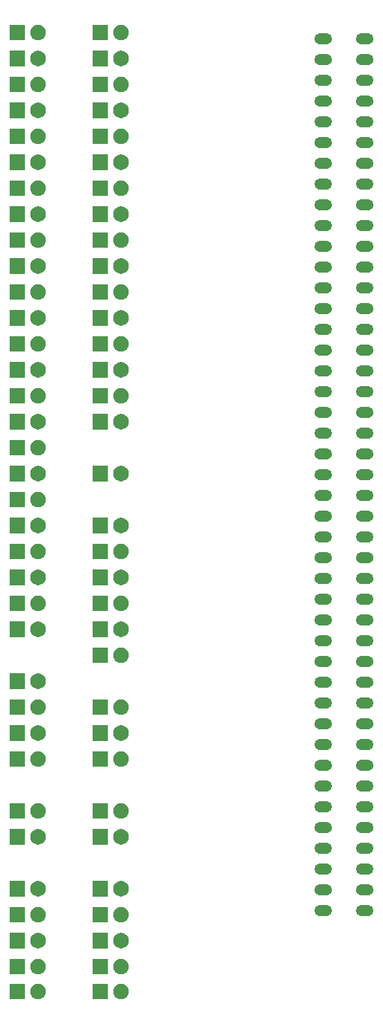
<source format=gbs>
G04 #@! TF.GenerationSoftware,KiCad,Pcbnew,(5.1.2-1)-1*
G04 #@! TF.CreationDate,2019-05-31T08:01:46+01:00*
G04 #@! TF.ProjectId,A500 Expansion Blinkenlights,41353030-2045-4787-9061-6e73696f6e20,rev?*
G04 #@! TF.SameCoordinates,Original*
G04 #@! TF.FileFunction,Soldermask,Bot*
G04 #@! TF.FilePolarity,Negative*
%FSLAX46Y46*%
G04 Gerber Fmt 4.6, Leading zero omitted, Abs format (unit mm)*
G04 Created by KiCad (PCBNEW (5.1.2-1)-1) date 2019-05-31 08:01:46*
%MOMM*%
%LPD*%
G04 APERTURE LIST*
%ADD10C,0.100000*%
G04 APERTURE END LIST*
D10*
G36*
X152677395Y-148564546D02*
G01*
X152850466Y-148636234D01*
X152850467Y-148636235D01*
X153006227Y-148740310D01*
X153138690Y-148872773D01*
X153138691Y-148872775D01*
X153242766Y-149028534D01*
X153314454Y-149201605D01*
X153351000Y-149385333D01*
X153351000Y-149572667D01*
X153314454Y-149756395D01*
X153242766Y-149929466D01*
X153242765Y-149929467D01*
X153138690Y-150085227D01*
X153006227Y-150217690D01*
X152927818Y-150270081D01*
X152850466Y-150321766D01*
X152677395Y-150393454D01*
X152493667Y-150430000D01*
X152306333Y-150430000D01*
X152122605Y-150393454D01*
X151949534Y-150321766D01*
X151872182Y-150270081D01*
X151793773Y-150217690D01*
X151661310Y-150085227D01*
X151557235Y-149929467D01*
X151557234Y-149929466D01*
X151485546Y-149756395D01*
X151449000Y-149572667D01*
X151449000Y-149385333D01*
X151485546Y-149201605D01*
X151557234Y-149028534D01*
X151661309Y-148872775D01*
X151661310Y-148872773D01*
X151793773Y-148740310D01*
X151949533Y-148636235D01*
X151949534Y-148636234D01*
X152122605Y-148564546D01*
X152306333Y-148528000D01*
X152493667Y-148528000D01*
X152677395Y-148564546D01*
X152677395Y-148564546D01*
G37*
G36*
X150811000Y-150430000D02*
G01*
X148909000Y-150430000D01*
X148909000Y-148528000D01*
X150811000Y-148528000D01*
X150811000Y-150430000D01*
X150811000Y-150430000D01*
G37*
G36*
X142517395Y-148564546D02*
G01*
X142690466Y-148636234D01*
X142690467Y-148636235D01*
X142846227Y-148740310D01*
X142978690Y-148872773D01*
X142978691Y-148872775D01*
X143082766Y-149028534D01*
X143154454Y-149201605D01*
X143191000Y-149385333D01*
X143191000Y-149572667D01*
X143154454Y-149756395D01*
X143082766Y-149929466D01*
X143082765Y-149929467D01*
X142978690Y-150085227D01*
X142846227Y-150217690D01*
X142767818Y-150270081D01*
X142690466Y-150321766D01*
X142517395Y-150393454D01*
X142333667Y-150430000D01*
X142146333Y-150430000D01*
X141962605Y-150393454D01*
X141789534Y-150321766D01*
X141712182Y-150270081D01*
X141633773Y-150217690D01*
X141501310Y-150085227D01*
X141397235Y-149929467D01*
X141397234Y-149929466D01*
X141325546Y-149756395D01*
X141289000Y-149572667D01*
X141289000Y-149385333D01*
X141325546Y-149201605D01*
X141397234Y-149028534D01*
X141501309Y-148872775D01*
X141501310Y-148872773D01*
X141633773Y-148740310D01*
X141789533Y-148636235D01*
X141789534Y-148636234D01*
X141962605Y-148564546D01*
X142146333Y-148528000D01*
X142333667Y-148528000D01*
X142517395Y-148564546D01*
X142517395Y-148564546D01*
G37*
G36*
X140651000Y-150430000D02*
G01*
X138749000Y-150430000D01*
X138749000Y-148528000D01*
X140651000Y-148528000D01*
X140651000Y-150430000D01*
X140651000Y-150430000D01*
G37*
G36*
X152677395Y-145516546D02*
G01*
X152850466Y-145588234D01*
X152850467Y-145588235D01*
X153006227Y-145692310D01*
X153138690Y-145824773D01*
X153138691Y-145824775D01*
X153242766Y-145980534D01*
X153314454Y-146153605D01*
X153351000Y-146337333D01*
X153351000Y-146524667D01*
X153314454Y-146708395D01*
X153242766Y-146881466D01*
X153242765Y-146881467D01*
X153138690Y-147037227D01*
X153006227Y-147169690D01*
X152927818Y-147222081D01*
X152850466Y-147273766D01*
X152677395Y-147345454D01*
X152493667Y-147382000D01*
X152306333Y-147382000D01*
X152122605Y-147345454D01*
X151949534Y-147273766D01*
X151872182Y-147222081D01*
X151793773Y-147169690D01*
X151661310Y-147037227D01*
X151557235Y-146881467D01*
X151557234Y-146881466D01*
X151485546Y-146708395D01*
X151449000Y-146524667D01*
X151449000Y-146337333D01*
X151485546Y-146153605D01*
X151557234Y-145980534D01*
X151661309Y-145824775D01*
X151661310Y-145824773D01*
X151793773Y-145692310D01*
X151949533Y-145588235D01*
X151949534Y-145588234D01*
X152122605Y-145516546D01*
X152306333Y-145480000D01*
X152493667Y-145480000D01*
X152677395Y-145516546D01*
X152677395Y-145516546D01*
G37*
G36*
X150811000Y-147382000D02*
G01*
X148909000Y-147382000D01*
X148909000Y-145480000D01*
X150811000Y-145480000D01*
X150811000Y-147382000D01*
X150811000Y-147382000D01*
G37*
G36*
X142517395Y-145516546D02*
G01*
X142690466Y-145588234D01*
X142690467Y-145588235D01*
X142846227Y-145692310D01*
X142978690Y-145824773D01*
X142978691Y-145824775D01*
X143082766Y-145980534D01*
X143154454Y-146153605D01*
X143191000Y-146337333D01*
X143191000Y-146524667D01*
X143154454Y-146708395D01*
X143082766Y-146881466D01*
X143082765Y-146881467D01*
X142978690Y-147037227D01*
X142846227Y-147169690D01*
X142767818Y-147222081D01*
X142690466Y-147273766D01*
X142517395Y-147345454D01*
X142333667Y-147382000D01*
X142146333Y-147382000D01*
X141962605Y-147345454D01*
X141789534Y-147273766D01*
X141712182Y-147222081D01*
X141633773Y-147169690D01*
X141501310Y-147037227D01*
X141397235Y-146881467D01*
X141397234Y-146881466D01*
X141325546Y-146708395D01*
X141289000Y-146524667D01*
X141289000Y-146337333D01*
X141325546Y-146153605D01*
X141397234Y-145980534D01*
X141501309Y-145824775D01*
X141501310Y-145824773D01*
X141633773Y-145692310D01*
X141789533Y-145588235D01*
X141789534Y-145588234D01*
X141962605Y-145516546D01*
X142146333Y-145480000D01*
X142333667Y-145480000D01*
X142517395Y-145516546D01*
X142517395Y-145516546D01*
G37*
G36*
X140651000Y-147382000D02*
G01*
X138749000Y-147382000D01*
X138749000Y-145480000D01*
X140651000Y-145480000D01*
X140651000Y-147382000D01*
X140651000Y-147382000D01*
G37*
G36*
X152677395Y-142341546D02*
G01*
X152850466Y-142413234D01*
X152850467Y-142413235D01*
X153006227Y-142517310D01*
X153138690Y-142649773D01*
X153138691Y-142649775D01*
X153242766Y-142805534D01*
X153314454Y-142978605D01*
X153351000Y-143162333D01*
X153351000Y-143349667D01*
X153314454Y-143533395D01*
X153242766Y-143706466D01*
X153242765Y-143706467D01*
X153138690Y-143862227D01*
X153006227Y-143994690D01*
X152927818Y-144047081D01*
X152850466Y-144098766D01*
X152677395Y-144170454D01*
X152493667Y-144207000D01*
X152306333Y-144207000D01*
X152122605Y-144170454D01*
X151949534Y-144098766D01*
X151872182Y-144047081D01*
X151793773Y-143994690D01*
X151661310Y-143862227D01*
X151557235Y-143706467D01*
X151557234Y-143706466D01*
X151485546Y-143533395D01*
X151449000Y-143349667D01*
X151449000Y-143162333D01*
X151485546Y-142978605D01*
X151557234Y-142805534D01*
X151661309Y-142649775D01*
X151661310Y-142649773D01*
X151793773Y-142517310D01*
X151949533Y-142413235D01*
X151949534Y-142413234D01*
X152122605Y-142341546D01*
X152306333Y-142305000D01*
X152493667Y-142305000D01*
X152677395Y-142341546D01*
X152677395Y-142341546D01*
G37*
G36*
X150811000Y-144207000D02*
G01*
X148909000Y-144207000D01*
X148909000Y-142305000D01*
X150811000Y-142305000D01*
X150811000Y-144207000D01*
X150811000Y-144207000D01*
G37*
G36*
X142517395Y-142341546D02*
G01*
X142690466Y-142413234D01*
X142690467Y-142413235D01*
X142846227Y-142517310D01*
X142978690Y-142649773D01*
X142978691Y-142649775D01*
X143082766Y-142805534D01*
X143154454Y-142978605D01*
X143191000Y-143162333D01*
X143191000Y-143349667D01*
X143154454Y-143533395D01*
X143082766Y-143706466D01*
X143082765Y-143706467D01*
X142978690Y-143862227D01*
X142846227Y-143994690D01*
X142767818Y-144047081D01*
X142690466Y-144098766D01*
X142517395Y-144170454D01*
X142333667Y-144207000D01*
X142146333Y-144207000D01*
X141962605Y-144170454D01*
X141789534Y-144098766D01*
X141712182Y-144047081D01*
X141633773Y-143994690D01*
X141501310Y-143862227D01*
X141397235Y-143706467D01*
X141397234Y-143706466D01*
X141325546Y-143533395D01*
X141289000Y-143349667D01*
X141289000Y-143162333D01*
X141325546Y-142978605D01*
X141397234Y-142805534D01*
X141501309Y-142649775D01*
X141501310Y-142649773D01*
X141633773Y-142517310D01*
X141789533Y-142413235D01*
X141789534Y-142413234D01*
X141962605Y-142341546D01*
X142146333Y-142305000D01*
X142333667Y-142305000D01*
X142517395Y-142341546D01*
X142517395Y-142341546D01*
G37*
G36*
X140651000Y-144207000D02*
G01*
X138749000Y-144207000D01*
X138749000Y-142305000D01*
X140651000Y-142305000D01*
X140651000Y-144207000D01*
X140651000Y-144207000D01*
G37*
G36*
X152677395Y-139166546D02*
G01*
X152850466Y-139238234D01*
X152850467Y-139238235D01*
X153006227Y-139342310D01*
X153138690Y-139474773D01*
X153138691Y-139474775D01*
X153242766Y-139630534D01*
X153314454Y-139803605D01*
X153351000Y-139987333D01*
X153351000Y-140174667D01*
X153314454Y-140358395D01*
X153242766Y-140531466D01*
X153242765Y-140531467D01*
X153138690Y-140687227D01*
X153006227Y-140819690D01*
X152927818Y-140872081D01*
X152850466Y-140923766D01*
X152677395Y-140995454D01*
X152493667Y-141032000D01*
X152306333Y-141032000D01*
X152122605Y-140995454D01*
X151949534Y-140923766D01*
X151872182Y-140872081D01*
X151793773Y-140819690D01*
X151661310Y-140687227D01*
X151557235Y-140531467D01*
X151557234Y-140531466D01*
X151485546Y-140358395D01*
X151449000Y-140174667D01*
X151449000Y-139987333D01*
X151485546Y-139803605D01*
X151557234Y-139630534D01*
X151661309Y-139474775D01*
X151661310Y-139474773D01*
X151793773Y-139342310D01*
X151949533Y-139238235D01*
X151949534Y-139238234D01*
X152122605Y-139166546D01*
X152306333Y-139130000D01*
X152493667Y-139130000D01*
X152677395Y-139166546D01*
X152677395Y-139166546D01*
G37*
G36*
X150811000Y-141032000D02*
G01*
X148909000Y-141032000D01*
X148909000Y-139130000D01*
X150811000Y-139130000D01*
X150811000Y-141032000D01*
X150811000Y-141032000D01*
G37*
G36*
X142517395Y-139166546D02*
G01*
X142690466Y-139238234D01*
X142690467Y-139238235D01*
X142846227Y-139342310D01*
X142978690Y-139474773D01*
X142978691Y-139474775D01*
X143082766Y-139630534D01*
X143154454Y-139803605D01*
X143191000Y-139987333D01*
X143191000Y-140174667D01*
X143154454Y-140358395D01*
X143082766Y-140531466D01*
X143082765Y-140531467D01*
X142978690Y-140687227D01*
X142846227Y-140819690D01*
X142767818Y-140872081D01*
X142690466Y-140923766D01*
X142517395Y-140995454D01*
X142333667Y-141032000D01*
X142146333Y-141032000D01*
X141962605Y-140995454D01*
X141789534Y-140923766D01*
X141712182Y-140872081D01*
X141633773Y-140819690D01*
X141501310Y-140687227D01*
X141397235Y-140531467D01*
X141397234Y-140531466D01*
X141325546Y-140358395D01*
X141289000Y-140174667D01*
X141289000Y-139987333D01*
X141325546Y-139803605D01*
X141397234Y-139630534D01*
X141501309Y-139474775D01*
X141501310Y-139474773D01*
X141633773Y-139342310D01*
X141789533Y-139238235D01*
X141789534Y-139238234D01*
X141962605Y-139166546D01*
X142146333Y-139130000D01*
X142333667Y-139130000D01*
X142517395Y-139166546D01*
X142517395Y-139166546D01*
G37*
G36*
X140651000Y-141032000D02*
G01*
X138749000Y-141032000D01*
X138749000Y-139130000D01*
X140651000Y-139130000D01*
X140651000Y-141032000D01*
X140651000Y-141032000D01*
G37*
G36*
X177628855Y-138925140D02*
G01*
X177692618Y-138931420D01*
X177783404Y-138958960D01*
X177815336Y-138968646D01*
X177928425Y-139029094D01*
X178027554Y-139110446D01*
X178108906Y-139209575D01*
X178169354Y-139322664D01*
X178169355Y-139322668D01*
X178206580Y-139445382D01*
X178219149Y-139573000D01*
X178206580Y-139700618D01*
X178179040Y-139791404D01*
X178169354Y-139823336D01*
X178108906Y-139936425D01*
X178027554Y-140035554D01*
X177928425Y-140116906D01*
X177815336Y-140177354D01*
X177783404Y-140187040D01*
X177692618Y-140214580D01*
X177628855Y-140220860D01*
X177596974Y-140224000D01*
X176733026Y-140224000D01*
X176701145Y-140220860D01*
X176637382Y-140214580D01*
X176546596Y-140187040D01*
X176514664Y-140177354D01*
X176401575Y-140116906D01*
X176302446Y-140035554D01*
X176221094Y-139936425D01*
X176160646Y-139823336D01*
X176150960Y-139791404D01*
X176123420Y-139700618D01*
X176110851Y-139573000D01*
X176123420Y-139445382D01*
X176160645Y-139322668D01*
X176160646Y-139322664D01*
X176221094Y-139209575D01*
X176302446Y-139110446D01*
X176401575Y-139029094D01*
X176514664Y-138968646D01*
X176546596Y-138958960D01*
X176637382Y-138931420D01*
X176701145Y-138925140D01*
X176733026Y-138922000D01*
X177596974Y-138922000D01*
X177628855Y-138925140D01*
X177628855Y-138925140D01*
G37*
G36*
X182708855Y-138925140D02*
G01*
X182772618Y-138931420D01*
X182863404Y-138958960D01*
X182895336Y-138968646D01*
X183008425Y-139029094D01*
X183107554Y-139110446D01*
X183188906Y-139209575D01*
X183249354Y-139322664D01*
X183249355Y-139322668D01*
X183286580Y-139445382D01*
X183299149Y-139573000D01*
X183286580Y-139700618D01*
X183259040Y-139791404D01*
X183249354Y-139823336D01*
X183188906Y-139936425D01*
X183107554Y-140035554D01*
X183008425Y-140116906D01*
X182895336Y-140177354D01*
X182863404Y-140187040D01*
X182772618Y-140214580D01*
X182708855Y-140220860D01*
X182676974Y-140224000D01*
X181813026Y-140224000D01*
X181781145Y-140220860D01*
X181717382Y-140214580D01*
X181626596Y-140187040D01*
X181594664Y-140177354D01*
X181481575Y-140116906D01*
X181382446Y-140035554D01*
X181301094Y-139936425D01*
X181240646Y-139823336D01*
X181230960Y-139791404D01*
X181203420Y-139700618D01*
X181190851Y-139573000D01*
X181203420Y-139445382D01*
X181240645Y-139322668D01*
X181240646Y-139322664D01*
X181301094Y-139209575D01*
X181382446Y-139110446D01*
X181481575Y-139029094D01*
X181594664Y-138968646D01*
X181626596Y-138958960D01*
X181717382Y-138931420D01*
X181781145Y-138925140D01*
X181813026Y-138922000D01*
X182676974Y-138922000D01*
X182708855Y-138925140D01*
X182708855Y-138925140D01*
G37*
G36*
X152677395Y-135991546D02*
G01*
X152850466Y-136063234D01*
X152850467Y-136063235D01*
X153006227Y-136167310D01*
X153138690Y-136299773D01*
X153138691Y-136299775D01*
X153242766Y-136455534D01*
X153314454Y-136628605D01*
X153351000Y-136812333D01*
X153351000Y-136999667D01*
X153314454Y-137183395D01*
X153242766Y-137356466D01*
X153191081Y-137433818D01*
X153138690Y-137512227D01*
X153006227Y-137644690D01*
X152961493Y-137674580D01*
X152850466Y-137748766D01*
X152677395Y-137820454D01*
X152493667Y-137857000D01*
X152306333Y-137857000D01*
X152122605Y-137820454D01*
X151949534Y-137748766D01*
X151838507Y-137674580D01*
X151793773Y-137644690D01*
X151661310Y-137512227D01*
X151608919Y-137433818D01*
X151557234Y-137356466D01*
X151485546Y-137183395D01*
X151449000Y-136999667D01*
X151449000Y-136812333D01*
X151485546Y-136628605D01*
X151557234Y-136455534D01*
X151661309Y-136299775D01*
X151661310Y-136299773D01*
X151793773Y-136167310D01*
X151949533Y-136063235D01*
X151949534Y-136063234D01*
X152122605Y-135991546D01*
X152306333Y-135955000D01*
X152493667Y-135955000D01*
X152677395Y-135991546D01*
X152677395Y-135991546D01*
G37*
G36*
X150811000Y-137857000D02*
G01*
X148909000Y-137857000D01*
X148909000Y-135955000D01*
X150811000Y-135955000D01*
X150811000Y-137857000D01*
X150811000Y-137857000D01*
G37*
G36*
X142517395Y-135991546D02*
G01*
X142690466Y-136063234D01*
X142690467Y-136063235D01*
X142846227Y-136167310D01*
X142978690Y-136299773D01*
X142978691Y-136299775D01*
X143082766Y-136455534D01*
X143154454Y-136628605D01*
X143191000Y-136812333D01*
X143191000Y-136999667D01*
X143154454Y-137183395D01*
X143082766Y-137356466D01*
X143031081Y-137433818D01*
X142978690Y-137512227D01*
X142846227Y-137644690D01*
X142801493Y-137674580D01*
X142690466Y-137748766D01*
X142517395Y-137820454D01*
X142333667Y-137857000D01*
X142146333Y-137857000D01*
X141962605Y-137820454D01*
X141789534Y-137748766D01*
X141678507Y-137674580D01*
X141633773Y-137644690D01*
X141501310Y-137512227D01*
X141448919Y-137433818D01*
X141397234Y-137356466D01*
X141325546Y-137183395D01*
X141289000Y-136999667D01*
X141289000Y-136812333D01*
X141325546Y-136628605D01*
X141397234Y-136455534D01*
X141501309Y-136299775D01*
X141501310Y-136299773D01*
X141633773Y-136167310D01*
X141789533Y-136063235D01*
X141789534Y-136063234D01*
X141962605Y-135991546D01*
X142146333Y-135955000D01*
X142333667Y-135955000D01*
X142517395Y-135991546D01*
X142517395Y-135991546D01*
G37*
G36*
X140651000Y-137857000D02*
G01*
X138749000Y-137857000D01*
X138749000Y-135955000D01*
X140651000Y-135955000D01*
X140651000Y-137857000D01*
X140651000Y-137857000D01*
G37*
G36*
X177628855Y-136385140D02*
G01*
X177692618Y-136391420D01*
X177783404Y-136418960D01*
X177815336Y-136428646D01*
X177928425Y-136489094D01*
X178027554Y-136570446D01*
X178108906Y-136669575D01*
X178169354Y-136782664D01*
X178169355Y-136782668D01*
X178206580Y-136905382D01*
X178219149Y-137033000D01*
X178206580Y-137160618D01*
X178199670Y-137183396D01*
X178169354Y-137283336D01*
X178108906Y-137396425D01*
X178027554Y-137495554D01*
X177928425Y-137576906D01*
X177815336Y-137637354D01*
X177791152Y-137644690D01*
X177692618Y-137674580D01*
X177628855Y-137680860D01*
X177596974Y-137684000D01*
X176733026Y-137684000D01*
X176701145Y-137680860D01*
X176637382Y-137674580D01*
X176538848Y-137644690D01*
X176514664Y-137637354D01*
X176401575Y-137576906D01*
X176302446Y-137495554D01*
X176221094Y-137396425D01*
X176160646Y-137283336D01*
X176130330Y-137183396D01*
X176123420Y-137160618D01*
X176110851Y-137033000D01*
X176123420Y-136905382D01*
X176160645Y-136782668D01*
X176160646Y-136782664D01*
X176221094Y-136669575D01*
X176302446Y-136570446D01*
X176401575Y-136489094D01*
X176514664Y-136428646D01*
X176546596Y-136418960D01*
X176637382Y-136391420D01*
X176701145Y-136385140D01*
X176733026Y-136382000D01*
X177596974Y-136382000D01*
X177628855Y-136385140D01*
X177628855Y-136385140D01*
G37*
G36*
X182708855Y-136385140D02*
G01*
X182772618Y-136391420D01*
X182863404Y-136418960D01*
X182895336Y-136428646D01*
X183008425Y-136489094D01*
X183107554Y-136570446D01*
X183188906Y-136669575D01*
X183249354Y-136782664D01*
X183249355Y-136782668D01*
X183286580Y-136905382D01*
X183299149Y-137033000D01*
X183286580Y-137160618D01*
X183279670Y-137183396D01*
X183249354Y-137283336D01*
X183188906Y-137396425D01*
X183107554Y-137495554D01*
X183008425Y-137576906D01*
X182895336Y-137637354D01*
X182871152Y-137644690D01*
X182772618Y-137674580D01*
X182708855Y-137680860D01*
X182676974Y-137684000D01*
X181813026Y-137684000D01*
X181781145Y-137680860D01*
X181717382Y-137674580D01*
X181618848Y-137644690D01*
X181594664Y-137637354D01*
X181481575Y-137576906D01*
X181382446Y-137495554D01*
X181301094Y-137396425D01*
X181240646Y-137283336D01*
X181210330Y-137183396D01*
X181203420Y-137160618D01*
X181190851Y-137033000D01*
X181203420Y-136905382D01*
X181240645Y-136782668D01*
X181240646Y-136782664D01*
X181301094Y-136669575D01*
X181382446Y-136570446D01*
X181481575Y-136489094D01*
X181594664Y-136428646D01*
X181626596Y-136418960D01*
X181717382Y-136391420D01*
X181781145Y-136385140D01*
X181813026Y-136382000D01*
X182676974Y-136382000D01*
X182708855Y-136385140D01*
X182708855Y-136385140D01*
G37*
G36*
X177628855Y-133845140D02*
G01*
X177692618Y-133851420D01*
X177783404Y-133878960D01*
X177815336Y-133888646D01*
X177928425Y-133949094D01*
X178027554Y-134030446D01*
X178108906Y-134129575D01*
X178169354Y-134242664D01*
X178169355Y-134242668D01*
X178206580Y-134365382D01*
X178219149Y-134493000D01*
X178206580Y-134620618D01*
X178179040Y-134711404D01*
X178169354Y-134743336D01*
X178108906Y-134856425D01*
X178027554Y-134955554D01*
X177928425Y-135036906D01*
X177815336Y-135097354D01*
X177783404Y-135107040D01*
X177692618Y-135134580D01*
X177628855Y-135140860D01*
X177596974Y-135144000D01*
X176733026Y-135144000D01*
X176701145Y-135140860D01*
X176637382Y-135134580D01*
X176546596Y-135107040D01*
X176514664Y-135097354D01*
X176401575Y-135036906D01*
X176302446Y-134955554D01*
X176221094Y-134856425D01*
X176160646Y-134743336D01*
X176150960Y-134711404D01*
X176123420Y-134620618D01*
X176110851Y-134493000D01*
X176123420Y-134365382D01*
X176160645Y-134242668D01*
X176160646Y-134242664D01*
X176221094Y-134129575D01*
X176302446Y-134030446D01*
X176401575Y-133949094D01*
X176514664Y-133888646D01*
X176546596Y-133878960D01*
X176637382Y-133851420D01*
X176701145Y-133845140D01*
X176733026Y-133842000D01*
X177596974Y-133842000D01*
X177628855Y-133845140D01*
X177628855Y-133845140D01*
G37*
G36*
X182708855Y-133845140D02*
G01*
X182772618Y-133851420D01*
X182863404Y-133878960D01*
X182895336Y-133888646D01*
X183008425Y-133949094D01*
X183107554Y-134030446D01*
X183188906Y-134129575D01*
X183249354Y-134242664D01*
X183249355Y-134242668D01*
X183286580Y-134365382D01*
X183299149Y-134493000D01*
X183286580Y-134620618D01*
X183259040Y-134711404D01*
X183249354Y-134743336D01*
X183188906Y-134856425D01*
X183107554Y-134955554D01*
X183008425Y-135036906D01*
X182895336Y-135097354D01*
X182863404Y-135107040D01*
X182772618Y-135134580D01*
X182708855Y-135140860D01*
X182676974Y-135144000D01*
X181813026Y-135144000D01*
X181781145Y-135140860D01*
X181717382Y-135134580D01*
X181626596Y-135107040D01*
X181594664Y-135097354D01*
X181481575Y-135036906D01*
X181382446Y-134955554D01*
X181301094Y-134856425D01*
X181240646Y-134743336D01*
X181230960Y-134711404D01*
X181203420Y-134620618D01*
X181190851Y-134493000D01*
X181203420Y-134365382D01*
X181240645Y-134242668D01*
X181240646Y-134242664D01*
X181301094Y-134129575D01*
X181382446Y-134030446D01*
X181481575Y-133949094D01*
X181594664Y-133888646D01*
X181626596Y-133878960D01*
X181717382Y-133851420D01*
X181781145Y-133845140D01*
X181813026Y-133842000D01*
X182676974Y-133842000D01*
X182708855Y-133845140D01*
X182708855Y-133845140D01*
G37*
G36*
X182708855Y-131305140D02*
G01*
X182772618Y-131311420D01*
X182863404Y-131338960D01*
X182895336Y-131348646D01*
X183008425Y-131409094D01*
X183107554Y-131490446D01*
X183188906Y-131589575D01*
X183249354Y-131702664D01*
X183249355Y-131702668D01*
X183286580Y-131825382D01*
X183299149Y-131953000D01*
X183286580Y-132080618D01*
X183259040Y-132171404D01*
X183249354Y-132203336D01*
X183188906Y-132316425D01*
X183107554Y-132415554D01*
X183008425Y-132496906D01*
X182895336Y-132557354D01*
X182863404Y-132567040D01*
X182772618Y-132594580D01*
X182708855Y-132600860D01*
X182676974Y-132604000D01*
X181813026Y-132604000D01*
X181781145Y-132600860D01*
X181717382Y-132594580D01*
X181626596Y-132567040D01*
X181594664Y-132557354D01*
X181481575Y-132496906D01*
X181382446Y-132415554D01*
X181301094Y-132316425D01*
X181240646Y-132203336D01*
X181230960Y-132171404D01*
X181203420Y-132080618D01*
X181190851Y-131953000D01*
X181203420Y-131825382D01*
X181240645Y-131702668D01*
X181240646Y-131702664D01*
X181301094Y-131589575D01*
X181382446Y-131490446D01*
X181481575Y-131409094D01*
X181594664Y-131348646D01*
X181626596Y-131338960D01*
X181717382Y-131311420D01*
X181781145Y-131305140D01*
X181813026Y-131302000D01*
X182676974Y-131302000D01*
X182708855Y-131305140D01*
X182708855Y-131305140D01*
G37*
G36*
X177628855Y-131305140D02*
G01*
X177692618Y-131311420D01*
X177783404Y-131338960D01*
X177815336Y-131348646D01*
X177928425Y-131409094D01*
X178027554Y-131490446D01*
X178108906Y-131589575D01*
X178169354Y-131702664D01*
X178169355Y-131702668D01*
X178206580Y-131825382D01*
X178219149Y-131953000D01*
X178206580Y-132080618D01*
X178179040Y-132171404D01*
X178169354Y-132203336D01*
X178108906Y-132316425D01*
X178027554Y-132415554D01*
X177928425Y-132496906D01*
X177815336Y-132557354D01*
X177783404Y-132567040D01*
X177692618Y-132594580D01*
X177628855Y-132600860D01*
X177596974Y-132604000D01*
X176733026Y-132604000D01*
X176701145Y-132600860D01*
X176637382Y-132594580D01*
X176546596Y-132567040D01*
X176514664Y-132557354D01*
X176401575Y-132496906D01*
X176302446Y-132415554D01*
X176221094Y-132316425D01*
X176160646Y-132203336D01*
X176150960Y-132171404D01*
X176123420Y-132080618D01*
X176110851Y-131953000D01*
X176123420Y-131825382D01*
X176160645Y-131702668D01*
X176160646Y-131702664D01*
X176221094Y-131589575D01*
X176302446Y-131490446D01*
X176401575Y-131409094D01*
X176514664Y-131348646D01*
X176546596Y-131338960D01*
X176637382Y-131311420D01*
X176701145Y-131305140D01*
X176733026Y-131302000D01*
X177596974Y-131302000D01*
X177628855Y-131305140D01*
X177628855Y-131305140D01*
G37*
G36*
X142517395Y-129641546D02*
G01*
X142690466Y-129713234D01*
X142690467Y-129713235D01*
X142846227Y-129817310D01*
X142978690Y-129949773D01*
X142978691Y-129949775D01*
X143082766Y-130105534D01*
X143154454Y-130278605D01*
X143191000Y-130462333D01*
X143191000Y-130649667D01*
X143154454Y-130833395D01*
X143082766Y-131006466D01*
X143082765Y-131006467D01*
X142978690Y-131162227D01*
X142846227Y-131294690D01*
X142767818Y-131347081D01*
X142690466Y-131398766D01*
X142517395Y-131470454D01*
X142333667Y-131507000D01*
X142146333Y-131507000D01*
X141962605Y-131470454D01*
X141789534Y-131398766D01*
X141712182Y-131347081D01*
X141633773Y-131294690D01*
X141501310Y-131162227D01*
X141397235Y-131006467D01*
X141397234Y-131006466D01*
X141325546Y-130833395D01*
X141289000Y-130649667D01*
X141289000Y-130462333D01*
X141325546Y-130278605D01*
X141397234Y-130105534D01*
X141501309Y-129949775D01*
X141501310Y-129949773D01*
X141633773Y-129817310D01*
X141789533Y-129713235D01*
X141789534Y-129713234D01*
X141962605Y-129641546D01*
X142146333Y-129605000D01*
X142333667Y-129605000D01*
X142517395Y-129641546D01*
X142517395Y-129641546D01*
G37*
G36*
X152677395Y-129641546D02*
G01*
X152850466Y-129713234D01*
X152850467Y-129713235D01*
X153006227Y-129817310D01*
X153138690Y-129949773D01*
X153138691Y-129949775D01*
X153242766Y-130105534D01*
X153314454Y-130278605D01*
X153351000Y-130462333D01*
X153351000Y-130649667D01*
X153314454Y-130833395D01*
X153242766Y-131006466D01*
X153242765Y-131006467D01*
X153138690Y-131162227D01*
X153006227Y-131294690D01*
X152927818Y-131347081D01*
X152850466Y-131398766D01*
X152677395Y-131470454D01*
X152493667Y-131507000D01*
X152306333Y-131507000D01*
X152122605Y-131470454D01*
X151949534Y-131398766D01*
X151872182Y-131347081D01*
X151793773Y-131294690D01*
X151661310Y-131162227D01*
X151557235Y-131006467D01*
X151557234Y-131006466D01*
X151485546Y-130833395D01*
X151449000Y-130649667D01*
X151449000Y-130462333D01*
X151485546Y-130278605D01*
X151557234Y-130105534D01*
X151661309Y-129949775D01*
X151661310Y-129949773D01*
X151793773Y-129817310D01*
X151949533Y-129713235D01*
X151949534Y-129713234D01*
X152122605Y-129641546D01*
X152306333Y-129605000D01*
X152493667Y-129605000D01*
X152677395Y-129641546D01*
X152677395Y-129641546D01*
G37*
G36*
X150811000Y-131507000D02*
G01*
X148909000Y-131507000D01*
X148909000Y-129605000D01*
X150811000Y-129605000D01*
X150811000Y-131507000D01*
X150811000Y-131507000D01*
G37*
G36*
X140651000Y-131507000D02*
G01*
X138749000Y-131507000D01*
X138749000Y-129605000D01*
X140651000Y-129605000D01*
X140651000Y-131507000D01*
X140651000Y-131507000D01*
G37*
G36*
X177628855Y-128765140D02*
G01*
X177692618Y-128771420D01*
X177783404Y-128798960D01*
X177815336Y-128808646D01*
X177928425Y-128869094D01*
X178027554Y-128950446D01*
X178108906Y-129049575D01*
X178169354Y-129162664D01*
X178169355Y-129162668D01*
X178206580Y-129285382D01*
X178219149Y-129413000D01*
X178206580Y-129540618D01*
X178187050Y-129605000D01*
X178169354Y-129663336D01*
X178108906Y-129776425D01*
X178027554Y-129875554D01*
X177928425Y-129956906D01*
X177815336Y-130017354D01*
X177783404Y-130027040D01*
X177692618Y-130054580D01*
X177628855Y-130060860D01*
X177596974Y-130064000D01*
X176733026Y-130064000D01*
X176701145Y-130060860D01*
X176637382Y-130054580D01*
X176546596Y-130027040D01*
X176514664Y-130017354D01*
X176401575Y-129956906D01*
X176302446Y-129875554D01*
X176221094Y-129776425D01*
X176160646Y-129663336D01*
X176142950Y-129605000D01*
X176123420Y-129540618D01*
X176110851Y-129413000D01*
X176123420Y-129285382D01*
X176160645Y-129162668D01*
X176160646Y-129162664D01*
X176221094Y-129049575D01*
X176302446Y-128950446D01*
X176401575Y-128869094D01*
X176514664Y-128808646D01*
X176546596Y-128798960D01*
X176637382Y-128771420D01*
X176701145Y-128765140D01*
X176733026Y-128762000D01*
X177596974Y-128762000D01*
X177628855Y-128765140D01*
X177628855Y-128765140D01*
G37*
G36*
X182708855Y-128765140D02*
G01*
X182772618Y-128771420D01*
X182863404Y-128798960D01*
X182895336Y-128808646D01*
X183008425Y-128869094D01*
X183107554Y-128950446D01*
X183188906Y-129049575D01*
X183249354Y-129162664D01*
X183249355Y-129162668D01*
X183286580Y-129285382D01*
X183299149Y-129413000D01*
X183286580Y-129540618D01*
X183267050Y-129605000D01*
X183249354Y-129663336D01*
X183188906Y-129776425D01*
X183107554Y-129875554D01*
X183008425Y-129956906D01*
X182895336Y-130017354D01*
X182863404Y-130027040D01*
X182772618Y-130054580D01*
X182708855Y-130060860D01*
X182676974Y-130064000D01*
X181813026Y-130064000D01*
X181781145Y-130060860D01*
X181717382Y-130054580D01*
X181626596Y-130027040D01*
X181594664Y-130017354D01*
X181481575Y-129956906D01*
X181382446Y-129875554D01*
X181301094Y-129776425D01*
X181240646Y-129663336D01*
X181222950Y-129605000D01*
X181203420Y-129540618D01*
X181190851Y-129413000D01*
X181203420Y-129285382D01*
X181240645Y-129162668D01*
X181240646Y-129162664D01*
X181301094Y-129049575D01*
X181382446Y-128950446D01*
X181481575Y-128869094D01*
X181594664Y-128808646D01*
X181626596Y-128798960D01*
X181717382Y-128771420D01*
X181781145Y-128765140D01*
X181813026Y-128762000D01*
X182676974Y-128762000D01*
X182708855Y-128765140D01*
X182708855Y-128765140D01*
G37*
G36*
X152677395Y-126466546D02*
G01*
X152850466Y-126538234D01*
X152850467Y-126538235D01*
X153006227Y-126642310D01*
X153138690Y-126774773D01*
X153138691Y-126774775D01*
X153242766Y-126930534D01*
X153314454Y-127103605D01*
X153351000Y-127287333D01*
X153351000Y-127474667D01*
X153314454Y-127658395D01*
X153242766Y-127831466D01*
X153242765Y-127831467D01*
X153138690Y-127987227D01*
X153006227Y-128119690D01*
X152927818Y-128172081D01*
X152850466Y-128223766D01*
X152677395Y-128295454D01*
X152493667Y-128332000D01*
X152306333Y-128332000D01*
X152122605Y-128295454D01*
X151949534Y-128223766D01*
X151872182Y-128172081D01*
X151793773Y-128119690D01*
X151661310Y-127987227D01*
X151557235Y-127831467D01*
X151557234Y-127831466D01*
X151485546Y-127658395D01*
X151449000Y-127474667D01*
X151449000Y-127287333D01*
X151485546Y-127103605D01*
X151557234Y-126930534D01*
X151661309Y-126774775D01*
X151661310Y-126774773D01*
X151793773Y-126642310D01*
X151949533Y-126538235D01*
X151949534Y-126538234D01*
X152122605Y-126466546D01*
X152306333Y-126430000D01*
X152493667Y-126430000D01*
X152677395Y-126466546D01*
X152677395Y-126466546D01*
G37*
G36*
X150811000Y-128332000D02*
G01*
X148909000Y-128332000D01*
X148909000Y-126430000D01*
X150811000Y-126430000D01*
X150811000Y-128332000D01*
X150811000Y-128332000D01*
G37*
G36*
X142517395Y-126466546D02*
G01*
X142690466Y-126538234D01*
X142690467Y-126538235D01*
X142846227Y-126642310D01*
X142978690Y-126774773D01*
X142978691Y-126774775D01*
X143082766Y-126930534D01*
X143154454Y-127103605D01*
X143191000Y-127287333D01*
X143191000Y-127474667D01*
X143154454Y-127658395D01*
X143082766Y-127831466D01*
X143082765Y-127831467D01*
X142978690Y-127987227D01*
X142846227Y-128119690D01*
X142767818Y-128172081D01*
X142690466Y-128223766D01*
X142517395Y-128295454D01*
X142333667Y-128332000D01*
X142146333Y-128332000D01*
X141962605Y-128295454D01*
X141789534Y-128223766D01*
X141712182Y-128172081D01*
X141633773Y-128119690D01*
X141501310Y-127987227D01*
X141397235Y-127831467D01*
X141397234Y-127831466D01*
X141325546Y-127658395D01*
X141289000Y-127474667D01*
X141289000Y-127287333D01*
X141325546Y-127103605D01*
X141397234Y-126930534D01*
X141501309Y-126774775D01*
X141501310Y-126774773D01*
X141633773Y-126642310D01*
X141789533Y-126538235D01*
X141789534Y-126538234D01*
X141962605Y-126466546D01*
X142146333Y-126430000D01*
X142333667Y-126430000D01*
X142517395Y-126466546D01*
X142517395Y-126466546D01*
G37*
G36*
X140651000Y-128332000D02*
G01*
X138749000Y-128332000D01*
X138749000Y-126430000D01*
X140651000Y-126430000D01*
X140651000Y-128332000D01*
X140651000Y-128332000D01*
G37*
G36*
X182708855Y-126225140D02*
G01*
X182772618Y-126231420D01*
X182863404Y-126258960D01*
X182895336Y-126268646D01*
X183008425Y-126329094D01*
X183107554Y-126410446D01*
X183188906Y-126509575D01*
X183249354Y-126622664D01*
X183249355Y-126622668D01*
X183286580Y-126745382D01*
X183299149Y-126873000D01*
X183286580Y-127000618D01*
X183259040Y-127091404D01*
X183249354Y-127123336D01*
X183188906Y-127236425D01*
X183107554Y-127335554D01*
X183008425Y-127416906D01*
X182895336Y-127477354D01*
X182863404Y-127487040D01*
X182772618Y-127514580D01*
X182708855Y-127520860D01*
X182676974Y-127524000D01*
X181813026Y-127524000D01*
X181781145Y-127520860D01*
X181717382Y-127514580D01*
X181626596Y-127487040D01*
X181594664Y-127477354D01*
X181481575Y-127416906D01*
X181382446Y-127335554D01*
X181301094Y-127236425D01*
X181240646Y-127123336D01*
X181230960Y-127091404D01*
X181203420Y-127000618D01*
X181190851Y-126873000D01*
X181203420Y-126745382D01*
X181240645Y-126622668D01*
X181240646Y-126622664D01*
X181301094Y-126509575D01*
X181382446Y-126410446D01*
X181481575Y-126329094D01*
X181594664Y-126268646D01*
X181626596Y-126258960D01*
X181717382Y-126231420D01*
X181781145Y-126225140D01*
X181813026Y-126222000D01*
X182676974Y-126222000D01*
X182708855Y-126225140D01*
X182708855Y-126225140D01*
G37*
G36*
X177628855Y-126225140D02*
G01*
X177692618Y-126231420D01*
X177783404Y-126258960D01*
X177815336Y-126268646D01*
X177928425Y-126329094D01*
X178027554Y-126410446D01*
X178108906Y-126509575D01*
X178169354Y-126622664D01*
X178169355Y-126622668D01*
X178206580Y-126745382D01*
X178219149Y-126873000D01*
X178206580Y-127000618D01*
X178179040Y-127091404D01*
X178169354Y-127123336D01*
X178108906Y-127236425D01*
X178027554Y-127335554D01*
X177928425Y-127416906D01*
X177815336Y-127477354D01*
X177783404Y-127487040D01*
X177692618Y-127514580D01*
X177628855Y-127520860D01*
X177596974Y-127524000D01*
X176733026Y-127524000D01*
X176701145Y-127520860D01*
X176637382Y-127514580D01*
X176546596Y-127487040D01*
X176514664Y-127477354D01*
X176401575Y-127416906D01*
X176302446Y-127335554D01*
X176221094Y-127236425D01*
X176160646Y-127123336D01*
X176150960Y-127091404D01*
X176123420Y-127000618D01*
X176110851Y-126873000D01*
X176123420Y-126745382D01*
X176160645Y-126622668D01*
X176160646Y-126622664D01*
X176221094Y-126509575D01*
X176302446Y-126410446D01*
X176401575Y-126329094D01*
X176514664Y-126268646D01*
X176546596Y-126258960D01*
X176637382Y-126231420D01*
X176701145Y-126225140D01*
X176733026Y-126222000D01*
X177596974Y-126222000D01*
X177628855Y-126225140D01*
X177628855Y-126225140D01*
G37*
G36*
X182708855Y-123685140D02*
G01*
X182772618Y-123691420D01*
X182863404Y-123718960D01*
X182895336Y-123728646D01*
X183008425Y-123789094D01*
X183107554Y-123870446D01*
X183188906Y-123969575D01*
X183249354Y-124082664D01*
X183249355Y-124082668D01*
X183286580Y-124205382D01*
X183299149Y-124333000D01*
X183286580Y-124460618D01*
X183259040Y-124551404D01*
X183249354Y-124583336D01*
X183188906Y-124696425D01*
X183107554Y-124795554D01*
X183008425Y-124876906D01*
X182895336Y-124937354D01*
X182863404Y-124947040D01*
X182772618Y-124974580D01*
X182708855Y-124980860D01*
X182676974Y-124984000D01*
X181813026Y-124984000D01*
X181781145Y-124980860D01*
X181717382Y-124974580D01*
X181626596Y-124947040D01*
X181594664Y-124937354D01*
X181481575Y-124876906D01*
X181382446Y-124795554D01*
X181301094Y-124696425D01*
X181240646Y-124583336D01*
X181230960Y-124551404D01*
X181203420Y-124460618D01*
X181190851Y-124333000D01*
X181203420Y-124205382D01*
X181240645Y-124082668D01*
X181240646Y-124082664D01*
X181301094Y-123969575D01*
X181382446Y-123870446D01*
X181481575Y-123789094D01*
X181594664Y-123728646D01*
X181626596Y-123718960D01*
X181717382Y-123691420D01*
X181781145Y-123685140D01*
X181813026Y-123682000D01*
X182676974Y-123682000D01*
X182708855Y-123685140D01*
X182708855Y-123685140D01*
G37*
G36*
X177628855Y-123685140D02*
G01*
X177692618Y-123691420D01*
X177783404Y-123718960D01*
X177815336Y-123728646D01*
X177928425Y-123789094D01*
X178027554Y-123870446D01*
X178108906Y-123969575D01*
X178169354Y-124082664D01*
X178169355Y-124082668D01*
X178206580Y-124205382D01*
X178219149Y-124333000D01*
X178206580Y-124460618D01*
X178179040Y-124551404D01*
X178169354Y-124583336D01*
X178108906Y-124696425D01*
X178027554Y-124795554D01*
X177928425Y-124876906D01*
X177815336Y-124937354D01*
X177783404Y-124947040D01*
X177692618Y-124974580D01*
X177628855Y-124980860D01*
X177596974Y-124984000D01*
X176733026Y-124984000D01*
X176701145Y-124980860D01*
X176637382Y-124974580D01*
X176546596Y-124947040D01*
X176514664Y-124937354D01*
X176401575Y-124876906D01*
X176302446Y-124795554D01*
X176221094Y-124696425D01*
X176160646Y-124583336D01*
X176150960Y-124551404D01*
X176123420Y-124460618D01*
X176110851Y-124333000D01*
X176123420Y-124205382D01*
X176160645Y-124082668D01*
X176160646Y-124082664D01*
X176221094Y-123969575D01*
X176302446Y-123870446D01*
X176401575Y-123789094D01*
X176514664Y-123728646D01*
X176546596Y-123718960D01*
X176637382Y-123691420D01*
X176701145Y-123685140D01*
X176733026Y-123682000D01*
X177596974Y-123682000D01*
X177628855Y-123685140D01*
X177628855Y-123685140D01*
G37*
G36*
X182708855Y-121145140D02*
G01*
X182772618Y-121151420D01*
X182863404Y-121178960D01*
X182895336Y-121188646D01*
X183008425Y-121249094D01*
X183107554Y-121330446D01*
X183188906Y-121429575D01*
X183249354Y-121542664D01*
X183249355Y-121542668D01*
X183286580Y-121665382D01*
X183299149Y-121793000D01*
X183286580Y-121920618D01*
X183279046Y-121945453D01*
X183249354Y-122043336D01*
X183188906Y-122156425D01*
X183107554Y-122255554D01*
X183008425Y-122336906D01*
X182895336Y-122397354D01*
X182863404Y-122407040D01*
X182772618Y-122434580D01*
X182708855Y-122440860D01*
X182676974Y-122444000D01*
X181813026Y-122444000D01*
X181781145Y-122440860D01*
X181717382Y-122434580D01*
X181626596Y-122407040D01*
X181594664Y-122397354D01*
X181481575Y-122336906D01*
X181382446Y-122255554D01*
X181301094Y-122156425D01*
X181240646Y-122043336D01*
X181210954Y-121945453D01*
X181203420Y-121920618D01*
X181190851Y-121793000D01*
X181203420Y-121665382D01*
X181240645Y-121542668D01*
X181240646Y-121542664D01*
X181301094Y-121429575D01*
X181382446Y-121330446D01*
X181481575Y-121249094D01*
X181594664Y-121188646D01*
X181626596Y-121178960D01*
X181717382Y-121151420D01*
X181781145Y-121145140D01*
X181813026Y-121142000D01*
X182676974Y-121142000D01*
X182708855Y-121145140D01*
X182708855Y-121145140D01*
G37*
G36*
X177628855Y-121145140D02*
G01*
X177692618Y-121151420D01*
X177783404Y-121178960D01*
X177815336Y-121188646D01*
X177928425Y-121249094D01*
X178027554Y-121330446D01*
X178108906Y-121429575D01*
X178169354Y-121542664D01*
X178169355Y-121542668D01*
X178206580Y-121665382D01*
X178219149Y-121793000D01*
X178206580Y-121920618D01*
X178199046Y-121945453D01*
X178169354Y-122043336D01*
X178108906Y-122156425D01*
X178027554Y-122255554D01*
X177928425Y-122336906D01*
X177815336Y-122397354D01*
X177783404Y-122407040D01*
X177692618Y-122434580D01*
X177628855Y-122440860D01*
X177596974Y-122444000D01*
X176733026Y-122444000D01*
X176701145Y-122440860D01*
X176637382Y-122434580D01*
X176546596Y-122407040D01*
X176514664Y-122397354D01*
X176401575Y-122336906D01*
X176302446Y-122255554D01*
X176221094Y-122156425D01*
X176160646Y-122043336D01*
X176130954Y-121945453D01*
X176123420Y-121920618D01*
X176110851Y-121793000D01*
X176123420Y-121665382D01*
X176160645Y-121542668D01*
X176160646Y-121542664D01*
X176221094Y-121429575D01*
X176302446Y-121330446D01*
X176401575Y-121249094D01*
X176514664Y-121188646D01*
X176546596Y-121178960D01*
X176637382Y-121151420D01*
X176701145Y-121145140D01*
X176733026Y-121142000D01*
X177596974Y-121142000D01*
X177628855Y-121145140D01*
X177628855Y-121145140D01*
G37*
G36*
X150811000Y-121982000D02*
G01*
X148909000Y-121982000D01*
X148909000Y-120080000D01*
X150811000Y-120080000D01*
X150811000Y-121982000D01*
X150811000Y-121982000D01*
G37*
G36*
X152677395Y-120116546D02*
G01*
X152850466Y-120188234D01*
X152850467Y-120188235D01*
X153006227Y-120292310D01*
X153138690Y-120424773D01*
X153138691Y-120424775D01*
X153242766Y-120580534D01*
X153314454Y-120753605D01*
X153351000Y-120937333D01*
X153351000Y-121124667D01*
X153314454Y-121308395D01*
X153242766Y-121481466D01*
X153242765Y-121481467D01*
X153138690Y-121637227D01*
X153006227Y-121769690D01*
X152971341Y-121793000D01*
X152850466Y-121873766D01*
X152677395Y-121945454D01*
X152493667Y-121982000D01*
X152306333Y-121982000D01*
X152122605Y-121945454D01*
X151949534Y-121873766D01*
X151828659Y-121793000D01*
X151793773Y-121769690D01*
X151661310Y-121637227D01*
X151557235Y-121481467D01*
X151557234Y-121481466D01*
X151485546Y-121308395D01*
X151449000Y-121124667D01*
X151449000Y-120937333D01*
X151485546Y-120753605D01*
X151557234Y-120580534D01*
X151661309Y-120424775D01*
X151661310Y-120424773D01*
X151793773Y-120292310D01*
X151949533Y-120188235D01*
X151949534Y-120188234D01*
X152122605Y-120116546D01*
X152306333Y-120080000D01*
X152493667Y-120080000D01*
X152677395Y-120116546D01*
X152677395Y-120116546D01*
G37*
G36*
X142517395Y-120116546D02*
G01*
X142690466Y-120188234D01*
X142690467Y-120188235D01*
X142846227Y-120292310D01*
X142978690Y-120424773D01*
X142978691Y-120424775D01*
X143082766Y-120580534D01*
X143154454Y-120753605D01*
X143191000Y-120937333D01*
X143191000Y-121124667D01*
X143154454Y-121308395D01*
X143082766Y-121481466D01*
X143082765Y-121481467D01*
X142978690Y-121637227D01*
X142846227Y-121769690D01*
X142811341Y-121793000D01*
X142690466Y-121873766D01*
X142517395Y-121945454D01*
X142333667Y-121982000D01*
X142146333Y-121982000D01*
X141962605Y-121945454D01*
X141789534Y-121873766D01*
X141668659Y-121793000D01*
X141633773Y-121769690D01*
X141501310Y-121637227D01*
X141397235Y-121481467D01*
X141397234Y-121481466D01*
X141325546Y-121308395D01*
X141289000Y-121124667D01*
X141289000Y-120937333D01*
X141325546Y-120753605D01*
X141397234Y-120580534D01*
X141501309Y-120424775D01*
X141501310Y-120424773D01*
X141633773Y-120292310D01*
X141789533Y-120188235D01*
X141789534Y-120188234D01*
X141962605Y-120116546D01*
X142146333Y-120080000D01*
X142333667Y-120080000D01*
X142517395Y-120116546D01*
X142517395Y-120116546D01*
G37*
G36*
X140651000Y-121982000D02*
G01*
X138749000Y-121982000D01*
X138749000Y-120080000D01*
X140651000Y-120080000D01*
X140651000Y-121982000D01*
X140651000Y-121982000D01*
G37*
G36*
X177628855Y-118605140D02*
G01*
X177692618Y-118611420D01*
X177783404Y-118638960D01*
X177815336Y-118648646D01*
X177928425Y-118709094D01*
X178027554Y-118790446D01*
X178108906Y-118889575D01*
X178169354Y-119002664D01*
X178169355Y-119002668D01*
X178206580Y-119125382D01*
X178219149Y-119253000D01*
X178206580Y-119380618D01*
X178179040Y-119471404D01*
X178169354Y-119503336D01*
X178108906Y-119616425D01*
X178027554Y-119715554D01*
X177928425Y-119796906D01*
X177815336Y-119857354D01*
X177783404Y-119867040D01*
X177692618Y-119894580D01*
X177628855Y-119900860D01*
X177596974Y-119904000D01*
X176733026Y-119904000D01*
X176701145Y-119900860D01*
X176637382Y-119894580D01*
X176546596Y-119867040D01*
X176514664Y-119857354D01*
X176401575Y-119796906D01*
X176302446Y-119715554D01*
X176221094Y-119616425D01*
X176160646Y-119503336D01*
X176150960Y-119471404D01*
X176123420Y-119380618D01*
X176110851Y-119253000D01*
X176123420Y-119125382D01*
X176160645Y-119002668D01*
X176160646Y-119002664D01*
X176221094Y-118889575D01*
X176302446Y-118790446D01*
X176401575Y-118709094D01*
X176514664Y-118648646D01*
X176546596Y-118638960D01*
X176637382Y-118611420D01*
X176701145Y-118605140D01*
X176733026Y-118602000D01*
X177596974Y-118602000D01*
X177628855Y-118605140D01*
X177628855Y-118605140D01*
G37*
G36*
X182708855Y-118605140D02*
G01*
X182772618Y-118611420D01*
X182863404Y-118638960D01*
X182895336Y-118648646D01*
X183008425Y-118709094D01*
X183107554Y-118790446D01*
X183188906Y-118889575D01*
X183249354Y-119002664D01*
X183249355Y-119002668D01*
X183286580Y-119125382D01*
X183299149Y-119253000D01*
X183286580Y-119380618D01*
X183259040Y-119471404D01*
X183249354Y-119503336D01*
X183188906Y-119616425D01*
X183107554Y-119715554D01*
X183008425Y-119796906D01*
X182895336Y-119857354D01*
X182863404Y-119867040D01*
X182772618Y-119894580D01*
X182708855Y-119900860D01*
X182676974Y-119904000D01*
X181813026Y-119904000D01*
X181781145Y-119900860D01*
X181717382Y-119894580D01*
X181626596Y-119867040D01*
X181594664Y-119857354D01*
X181481575Y-119796906D01*
X181382446Y-119715554D01*
X181301094Y-119616425D01*
X181240646Y-119503336D01*
X181230960Y-119471404D01*
X181203420Y-119380618D01*
X181190851Y-119253000D01*
X181203420Y-119125382D01*
X181240645Y-119002668D01*
X181240646Y-119002664D01*
X181301094Y-118889575D01*
X181382446Y-118790446D01*
X181481575Y-118709094D01*
X181594664Y-118648646D01*
X181626596Y-118638960D01*
X181717382Y-118611420D01*
X181781145Y-118605140D01*
X181813026Y-118602000D01*
X182676974Y-118602000D01*
X182708855Y-118605140D01*
X182708855Y-118605140D01*
G37*
G36*
X140651000Y-118807000D02*
G01*
X138749000Y-118807000D01*
X138749000Y-116905000D01*
X140651000Y-116905000D01*
X140651000Y-118807000D01*
X140651000Y-118807000D01*
G37*
G36*
X150811000Y-118807000D02*
G01*
X148909000Y-118807000D01*
X148909000Y-116905000D01*
X150811000Y-116905000D01*
X150811000Y-118807000D01*
X150811000Y-118807000D01*
G37*
G36*
X152677395Y-116941546D02*
G01*
X152850466Y-117013234D01*
X152850467Y-117013235D01*
X153006227Y-117117310D01*
X153138690Y-117249773D01*
X153138691Y-117249775D01*
X153242766Y-117405534D01*
X153314454Y-117578605D01*
X153351000Y-117762333D01*
X153351000Y-117949667D01*
X153314454Y-118133395D01*
X153242766Y-118306466D01*
X153242765Y-118306467D01*
X153138690Y-118462227D01*
X153006227Y-118594690D01*
X152927818Y-118647081D01*
X152850466Y-118698766D01*
X152677395Y-118770454D01*
X152493667Y-118807000D01*
X152306333Y-118807000D01*
X152122605Y-118770454D01*
X151949534Y-118698766D01*
X151872182Y-118647081D01*
X151793773Y-118594690D01*
X151661310Y-118462227D01*
X151557235Y-118306467D01*
X151557234Y-118306466D01*
X151485546Y-118133395D01*
X151449000Y-117949667D01*
X151449000Y-117762333D01*
X151485546Y-117578605D01*
X151557234Y-117405534D01*
X151661309Y-117249775D01*
X151661310Y-117249773D01*
X151793773Y-117117310D01*
X151949533Y-117013235D01*
X151949534Y-117013234D01*
X152122605Y-116941546D01*
X152306333Y-116905000D01*
X152493667Y-116905000D01*
X152677395Y-116941546D01*
X152677395Y-116941546D01*
G37*
G36*
X142517395Y-116941546D02*
G01*
X142690466Y-117013234D01*
X142690467Y-117013235D01*
X142846227Y-117117310D01*
X142978690Y-117249773D01*
X142978691Y-117249775D01*
X143082766Y-117405534D01*
X143154454Y-117578605D01*
X143191000Y-117762333D01*
X143191000Y-117949667D01*
X143154454Y-118133395D01*
X143082766Y-118306466D01*
X143082765Y-118306467D01*
X142978690Y-118462227D01*
X142846227Y-118594690D01*
X142767818Y-118647081D01*
X142690466Y-118698766D01*
X142517395Y-118770454D01*
X142333667Y-118807000D01*
X142146333Y-118807000D01*
X141962605Y-118770454D01*
X141789534Y-118698766D01*
X141712182Y-118647081D01*
X141633773Y-118594690D01*
X141501310Y-118462227D01*
X141397235Y-118306467D01*
X141397234Y-118306466D01*
X141325546Y-118133395D01*
X141289000Y-117949667D01*
X141289000Y-117762333D01*
X141325546Y-117578605D01*
X141397234Y-117405534D01*
X141501309Y-117249775D01*
X141501310Y-117249773D01*
X141633773Y-117117310D01*
X141789533Y-117013235D01*
X141789534Y-117013234D01*
X141962605Y-116941546D01*
X142146333Y-116905000D01*
X142333667Y-116905000D01*
X142517395Y-116941546D01*
X142517395Y-116941546D01*
G37*
G36*
X182708855Y-116065140D02*
G01*
X182772618Y-116071420D01*
X182863404Y-116098960D01*
X182895336Y-116108646D01*
X183008425Y-116169094D01*
X183107554Y-116250446D01*
X183188906Y-116349575D01*
X183249354Y-116462664D01*
X183249355Y-116462668D01*
X183286580Y-116585382D01*
X183299149Y-116713000D01*
X183286580Y-116840618D01*
X183267050Y-116905000D01*
X183249354Y-116963336D01*
X183188906Y-117076425D01*
X183107554Y-117175554D01*
X183008425Y-117256906D01*
X182895336Y-117317354D01*
X182863404Y-117327040D01*
X182772618Y-117354580D01*
X182708855Y-117360860D01*
X182676974Y-117364000D01*
X181813026Y-117364000D01*
X181781145Y-117360860D01*
X181717382Y-117354580D01*
X181626596Y-117327040D01*
X181594664Y-117317354D01*
X181481575Y-117256906D01*
X181382446Y-117175554D01*
X181301094Y-117076425D01*
X181240646Y-116963336D01*
X181222950Y-116905000D01*
X181203420Y-116840618D01*
X181190851Y-116713000D01*
X181203420Y-116585382D01*
X181240645Y-116462668D01*
X181240646Y-116462664D01*
X181301094Y-116349575D01*
X181382446Y-116250446D01*
X181481575Y-116169094D01*
X181594664Y-116108646D01*
X181626596Y-116098960D01*
X181717382Y-116071420D01*
X181781145Y-116065140D01*
X181813026Y-116062000D01*
X182676974Y-116062000D01*
X182708855Y-116065140D01*
X182708855Y-116065140D01*
G37*
G36*
X177628855Y-116065140D02*
G01*
X177692618Y-116071420D01*
X177783404Y-116098960D01*
X177815336Y-116108646D01*
X177928425Y-116169094D01*
X178027554Y-116250446D01*
X178108906Y-116349575D01*
X178169354Y-116462664D01*
X178169355Y-116462668D01*
X178206580Y-116585382D01*
X178219149Y-116713000D01*
X178206580Y-116840618D01*
X178187050Y-116905000D01*
X178169354Y-116963336D01*
X178108906Y-117076425D01*
X178027554Y-117175554D01*
X177928425Y-117256906D01*
X177815336Y-117317354D01*
X177783404Y-117327040D01*
X177692618Y-117354580D01*
X177628855Y-117360860D01*
X177596974Y-117364000D01*
X176733026Y-117364000D01*
X176701145Y-117360860D01*
X176637382Y-117354580D01*
X176546596Y-117327040D01*
X176514664Y-117317354D01*
X176401575Y-117256906D01*
X176302446Y-117175554D01*
X176221094Y-117076425D01*
X176160646Y-116963336D01*
X176142950Y-116905000D01*
X176123420Y-116840618D01*
X176110851Y-116713000D01*
X176123420Y-116585382D01*
X176160645Y-116462668D01*
X176160646Y-116462664D01*
X176221094Y-116349575D01*
X176302446Y-116250446D01*
X176401575Y-116169094D01*
X176514664Y-116108646D01*
X176546596Y-116098960D01*
X176637382Y-116071420D01*
X176701145Y-116065140D01*
X176733026Y-116062000D01*
X177596974Y-116062000D01*
X177628855Y-116065140D01*
X177628855Y-116065140D01*
G37*
G36*
X140651000Y-115632000D02*
G01*
X138749000Y-115632000D01*
X138749000Y-113730000D01*
X140651000Y-113730000D01*
X140651000Y-115632000D01*
X140651000Y-115632000D01*
G37*
G36*
X142517395Y-113766546D02*
G01*
X142690466Y-113838234D01*
X142690467Y-113838235D01*
X142846227Y-113942310D01*
X142978690Y-114074773D01*
X142978691Y-114074775D01*
X143082766Y-114230534D01*
X143154454Y-114403605D01*
X143191000Y-114587333D01*
X143191000Y-114774667D01*
X143154454Y-114958395D01*
X143082766Y-115131466D01*
X143082765Y-115131467D01*
X142978690Y-115287227D01*
X142846227Y-115419690D01*
X142767818Y-115472081D01*
X142690466Y-115523766D01*
X142517395Y-115595454D01*
X142333667Y-115632000D01*
X142146333Y-115632000D01*
X141962605Y-115595454D01*
X141789534Y-115523766D01*
X141712182Y-115472081D01*
X141633773Y-115419690D01*
X141501310Y-115287227D01*
X141397235Y-115131467D01*
X141397234Y-115131466D01*
X141325546Y-114958395D01*
X141289000Y-114774667D01*
X141289000Y-114587333D01*
X141325546Y-114403605D01*
X141397234Y-114230534D01*
X141501309Y-114074775D01*
X141501310Y-114074773D01*
X141633773Y-113942310D01*
X141789533Y-113838235D01*
X141789534Y-113838234D01*
X141962605Y-113766546D01*
X142146333Y-113730000D01*
X142333667Y-113730000D01*
X142517395Y-113766546D01*
X142517395Y-113766546D01*
G37*
G36*
X152677395Y-113766546D02*
G01*
X152850466Y-113838234D01*
X152850467Y-113838235D01*
X153006227Y-113942310D01*
X153138690Y-114074773D01*
X153138691Y-114074775D01*
X153242766Y-114230534D01*
X153314454Y-114403605D01*
X153351000Y-114587333D01*
X153351000Y-114774667D01*
X153314454Y-114958395D01*
X153242766Y-115131466D01*
X153242765Y-115131467D01*
X153138690Y-115287227D01*
X153006227Y-115419690D01*
X152927818Y-115472081D01*
X152850466Y-115523766D01*
X152677395Y-115595454D01*
X152493667Y-115632000D01*
X152306333Y-115632000D01*
X152122605Y-115595454D01*
X151949534Y-115523766D01*
X151872182Y-115472081D01*
X151793773Y-115419690D01*
X151661310Y-115287227D01*
X151557235Y-115131467D01*
X151557234Y-115131466D01*
X151485546Y-114958395D01*
X151449000Y-114774667D01*
X151449000Y-114587333D01*
X151485546Y-114403605D01*
X151557234Y-114230534D01*
X151661309Y-114074775D01*
X151661310Y-114074773D01*
X151793773Y-113942310D01*
X151949533Y-113838235D01*
X151949534Y-113838234D01*
X152122605Y-113766546D01*
X152306333Y-113730000D01*
X152493667Y-113730000D01*
X152677395Y-113766546D01*
X152677395Y-113766546D01*
G37*
G36*
X150811000Y-115632000D02*
G01*
X148909000Y-115632000D01*
X148909000Y-113730000D01*
X150811000Y-113730000D01*
X150811000Y-115632000D01*
X150811000Y-115632000D01*
G37*
G36*
X177628855Y-113525140D02*
G01*
X177692618Y-113531420D01*
X177783404Y-113558960D01*
X177815336Y-113568646D01*
X177928425Y-113629094D01*
X178027554Y-113710446D01*
X178108906Y-113809575D01*
X178169354Y-113922664D01*
X178169355Y-113922668D01*
X178206580Y-114045382D01*
X178219149Y-114173000D01*
X178206580Y-114300618D01*
X178179040Y-114391404D01*
X178169354Y-114423336D01*
X178108906Y-114536425D01*
X178027554Y-114635554D01*
X177928425Y-114716906D01*
X177815336Y-114777354D01*
X177783404Y-114787040D01*
X177692618Y-114814580D01*
X177628855Y-114820860D01*
X177596974Y-114824000D01*
X176733026Y-114824000D01*
X176701145Y-114820860D01*
X176637382Y-114814580D01*
X176546596Y-114787040D01*
X176514664Y-114777354D01*
X176401575Y-114716906D01*
X176302446Y-114635554D01*
X176221094Y-114536425D01*
X176160646Y-114423336D01*
X176150960Y-114391404D01*
X176123420Y-114300618D01*
X176110851Y-114173000D01*
X176123420Y-114045382D01*
X176160645Y-113922668D01*
X176160646Y-113922664D01*
X176221094Y-113809575D01*
X176302446Y-113710446D01*
X176401575Y-113629094D01*
X176514664Y-113568646D01*
X176546596Y-113558960D01*
X176637382Y-113531420D01*
X176701145Y-113525140D01*
X176733026Y-113522000D01*
X177596974Y-113522000D01*
X177628855Y-113525140D01*
X177628855Y-113525140D01*
G37*
G36*
X182708855Y-113525140D02*
G01*
X182772618Y-113531420D01*
X182863404Y-113558960D01*
X182895336Y-113568646D01*
X183008425Y-113629094D01*
X183107554Y-113710446D01*
X183188906Y-113809575D01*
X183249354Y-113922664D01*
X183249355Y-113922668D01*
X183286580Y-114045382D01*
X183299149Y-114173000D01*
X183286580Y-114300618D01*
X183259040Y-114391404D01*
X183249354Y-114423336D01*
X183188906Y-114536425D01*
X183107554Y-114635554D01*
X183008425Y-114716906D01*
X182895336Y-114777354D01*
X182863404Y-114787040D01*
X182772618Y-114814580D01*
X182708855Y-114820860D01*
X182676974Y-114824000D01*
X181813026Y-114824000D01*
X181781145Y-114820860D01*
X181717382Y-114814580D01*
X181626596Y-114787040D01*
X181594664Y-114777354D01*
X181481575Y-114716906D01*
X181382446Y-114635554D01*
X181301094Y-114536425D01*
X181240646Y-114423336D01*
X181230960Y-114391404D01*
X181203420Y-114300618D01*
X181190851Y-114173000D01*
X181203420Y-114045382D01*
X181240645Y-113922668D01*
X181240646Y-113922664D01*
X181301094Y-113809575D01*
X181382446Y-113710446D01*
X181481575Y-113629094D01*
X181594664Y-113568646D01*
X181626596Y-113558960D01*
X181717382Y-113531420D01*
X181781145Y-113525140D01*
X181813026Y-113522000D01*
X182676974Y-113522000D01*
X182708855Y-113525140D01*
X182708855Y-113525140D01*
G37*
G36*
X142517395Y-110591546D02*
G01*
X142690466Y-110663234D01*
X142690467Y-110663235D01*
X142846227Y-110767310D01*
X142978690Y-110899773D01*
X142978691Y-110899775D01*
X143082766Y-111055534D01*
X143154454Y-111228605D01*
X143191000Y-111412333D01*
X143191000Y-111599667D01*
X143154454Y-111783395D01*
X143082766Y-111956466D01*
X143031081Y-112033818D01*
X142978690Y-112112227D01*
X142846227Y-112244690D01*
X142801493Y-112274580D01*
X142690466Y-112348766D01*
X142517395Y-112420454D01*
X142333667Y-112457000D01*
X142146333Y-112457000D01*
X141962605Y-112420454D01*
X141789534Y-112348766D01*
X141678507Y-112274580D01*
X141633773Y-112244690D01*
X141501310Y-112112227D01*
X141448919Y-112033818D01*
X141397234Y-111956466D01*
X141325546Y-111783395D01*
X141289000Y-111599667D01*
X141289000Y-111412333D01*
X141325546Y-111228605D01*
X141397234Y-111055534D01*
X141501309Y-110899775D01*
X141501310Y-110899773D01*
X141633773Y-110767310D01*
X141789533Y-110663235D01*
X141789534Y-110663234D01*
X141962605Y-110591546D01*
X142146333Y-110555000D01*
X142333667Y-110555000D01*
X142517395Y-110591546D01*
X142517395Y-110591546D01*
G37*
G36*
X140651000Y-112457000D02*
G01*
X138749000Y-112457000D01*
X138749000Y-110555000D01*
X140651000Y-110555000D01*
X140651000Y-112457000D01*
X140651000Y-112457000D01*
G37*
G36*
X177628855Y-110985140D02*
G01*
X177692618Y-110991420D01*
X177783404Y-111018960D01*
X177815336Y-111028646D01*
X177928425Y-111089094D01*
X178027554Y-111170446D01*
X178108906Y-111269575D01*
X178169354Y-111382664D01*
X178169355Y-111382668D01*
X178206580Y-111505382D01*
X178219149Y-111633000D01*
X178206580Y-111760618D01*
X178199670Y-111783396D01*
X178169354Y-111883336D01*
X178108906Y-111996425D01*
X178027554Y-112095554D01*
X177928425Y-112176906D01*
X177815336Y-112237354D01*
X177791152Y-112244690D01*
X177692618Y-112274580D01*
X177628855Y-112280860D01*
X177596974Y-112284000D01*
X176733026Y-112284000D01*
X176701145Y-112280860D01*
X176637382Y-112274580D01*
X176538848Y-112244690D01*
X176514664Y-112237354D01*
X176401575Y-112176906D01*
X176302446Y-112095554D01*
X176221094Y-111996425D01*
X176160646Y-111883336D01*
X176130330Y-111783396D01*
X176123420Y-111760618D01*
X176110851Y-111633000D01*
X176123420Y-111505382D01*
X176160645Y-111382668D01*
X176160646Y-111382664D01*
X176221094Y-111269575D01*
X176302446Y-111170446D01*
X176401575Y-111089094D01*
X176514664Y-111028646D01*
X176546596Y-111018960D01*
X176637382Y-110991420D01*
X176701145Y-110985140D01*
X176733026Y-110982000D01*
X177596974Y-110982000D01*
X177628855Y-110985140D01*
X177628855Y-110985140D01*
G37*
G36*
X182708855Y-110985140D02*
G01*
X182772618Y-110991420D01*
X182863404Y-111018960D01*
X182895336Y-111028646D01*
X183008425Y-111089094D01*
X183107554Y-111170446D01*
X183188906Y-111269575D01*
X183249354Y-111382664D01*
X183249355Y-111382668D01*
X183286580Y-111505382D01*
X183299149Y-111633000D01*
X183286580Y-111760618D01*
X183279670Y-111783396D01*
X183249354Y-111883336D01*
X183188906Y-111996425D01*
X183107554Y-112095554D01*
X183008425Y-112176906D01*
X182895336Y-112237354D01*
X182871152Y-112244690D01*
X182772618Y-112274580D01*
X182708855Y-112280860D01*
X182676974Y-112284000D01*
X181813026Y-112284000D01*
X181781145Y-112280860D01*
X181717382Y-112274580D01*
X181618848Y-112244690D01*
X181594664Y-112237354D01*
X181481575Y-112176906D01*
X181382446Y-112095554D01*
X181301094Y-111996425D01*
X181240646Y-111883336D01*
X181210330Y-111783396D01*
X181203420Y-111760618D01*
X181190851Y-111633000D01*
X181203420Y-111505382D01*
X181240645Y-111382668D01*
X181240646Y-111382664D01*
X181301094Y-111269575D01*
X181382446Y-111170446D01*
X181481575Y-111089094D01*
X181594664Y-111028646D01*
X181626596Y-111018960D01*
X181717382Y-110991420D01*
X181781145Y-110985140D01*
X181813026Y-110982000D01*
X182676974Y-110982000D01*
X182708855Y-110985140D01*
X182708855Y-110985140D01*
G37*
G36*
X182708855Y-108445140D02*
G01*
X182772618Y-108451420D01*
X182863404Y-108478960D01*
X182895336Y-108488646D01*
X183008425Y-108549094D01*
X183107554Y-108630446D01*
X183188906Y-108729575D01*
X183249354Y-108842664D01*
X183249355Y-108842668D01*
X183286580Y-108965382D01*
X183299149Y-109093000D01*
X183286580Y-109220618D01*
X183279046Y-109245453D01*
X183249354Y-109343336D01*
X183188906Y-109456425D01*
X183107554Y-109555554D01*
X183008425Y-109636906D01*
X182895336Y-109697354D01*
X182863404Y-109707040D01*
X182772618Y-109734580D01*
X182708855Y-109740860D01*
X182676974Y-109744000D01*
X181813026Y-109744000D01*
X181781145Y-109740860D01*
X181717382Y-109734580D01*
X181626596Y-109707040D01*
X181594664Y-109697354D01*
X181481575Y-109636906D01*
X181382446Y-109555554D01*
X181301094Y-109456425D01*
X181240646Y-109343336D01*
X181210954Y-109245453D01*
X181203420Y-109220618D01*
X181190851Y-109093000D01*
X181203420Y-108965382D01*
X181240645Y-108842668D01*
X181240646Y-108842664D01*
X181301094Y-108729575D01*
X181382446Y-108630446D01*
X181481575Y-108549094D01*
X181594664Y-108488646D01*
X181626596Y-108478960D01*
X181717382Y-108451420D01*
X181781145Y-108445140D01*
X181813026Y-108442000D01*
X182676974Y-108442000D01*
X182708855Y-108445140D01*
X182708855Y-108445140D01*
G37*
G36*
X177628855Y-108445140D02*
G01*
X177692618Y-108451420D01*
X177783404Y-108478960D01*
X177815336Y-108488646D01*
X177928425Y-108549094D01*
X178027554Y-108630446D01*
X178108906Y-108729575D01*
X178169354Y-108842664D01*
X178169355Y-108842668D01*
X178206580Y-108965382D01*
X178219149Y-109093000D01*
X178206580Y-109220618D01*
X178199046Y-109245453D01*
X178169354Y-109343336D01*
X178108906Y-109456425D01*
X178027554Y-109555554D01*
X177928425Y-109636906D01*
X177815336Y-109697354D01*
X177783404Y-109707040D01*
X177692618Y-109734580D01*
X177628855Y-109740860D01*
X177596974Y-109744000D01*
X176733026Y-109744000D01*
X176701145Y-109740860D01*
X176637382Y-109734580D01*
X176546596Y-109707040D01*
X176514664Y-109697354D01*
X176401575Y-109636906D01*
X176302446Y-109555554D01*
X176221094Y-109456425D01*
X176160646Y-109343336D01*
X176130954Y-109245453D01*
X176123420Y-109220618D01*
X176110851Y-109093000D01*
X176123420Y-108965382D01*
X176160645Y-108842668D01*
X176160646Y-108842664D01*
X176221094Y-108729575D01*
X176302446Y-108630446D01*
X176401575Y-108549094D01*
X176514664Y-108488646D01*
X176546596Y-108478960D01*
X176637382Y-108451420D01*
X176701145Y-108445140D01*
X176733026Y-108442000D01*
X177596974Y-108442000D01*
X177628855Y-108445140D01*
X177628855Y-108445140D01*
G37*
G36*
X152677395Y-107416546D02*
G01*
X152850466Y-107488234D01*
X152850467Y-107488235D01*
X153006227Y-107592310D01*
X153138690Y-107724773D01*
X153138691Y-107724775D01*
X153242766Y-107880534D01*
X153314454Y-108053605D01*
X153351000Y-108237333D01*
X153351000Y-108424667D01*
X153314454Y-108608395D01*
X153242766Y-108781466D01*
X153242765Y-108781467D01*
X153138690Y-108937227D01*
X153006227Y-109069690D01*
X152971341Y-109093000D01*
X152850466Y-109173766D01*
X152677395Y-109245454D01*
X152493667Y-109282000D01*
X152306333Y-109282000D01*
X152122605Y-109245454D01*
X151949534Y-109173766D01*
X151828659Y-109093000D01*
X151793773Y-109069690D01*
X151661310Y-108937227D01*
X151557235Y-108781467D01*
X151557234Y-108781466D01*
X151485546Y-108608395D01*
X151449000Y-108424667D01*
X151449000Y-108237333D01*
X151485546Y-108053605D01*
X151557234Y-107880534D01*
X151661309Y-107724775D01*
X151661310Y-107724773D01*
X151793773Y-107592310D01*
X151949533Y-107488235D01*
X151949534Y-107488234D01*
X152122605Y-107416546D01*
X152306333Y-107380000D01*
X152493667Y-107380000D01*
X152677395Y-107416546D01*
X152677395Y-107416546D01*
G37*
G36*
X150811000Y-109282000D02*
G01*
X148909000Y-109282000D01*
X148909000Y-107380000D01*
X150811000Y-107380000D01*
X150811000Y-109282000D01*
X150811000Y-109282000D01*
G37*
G36*
X182708855Y-105905140D02*
G01*
X182772618Y-105911420D01*
X182863404Y-105938960D01*
X182895336Y-105948646D01*
X183008425Y-106009094D01*
X183107554Y-106090446D01*
X183188906Y-106189575D01*
X183249354Y-106302664D01*
X183249355Y-106302668D01*
X183286580Y-106425382D01*
X183299149Y-106553000D01*
X183286580Y-106680618D01*
X183259040Y-106771404D01*
X183249354Y-106803336D01*
X183188906Y-106916425D01*
X183107554Y-107015554D01*
X183008425Y-107096906D01*
X182895336Y-107157354D01*
X182863404Y-107167040D01*
X182772618Y-107194580D01*
X182708855Y-107200860D01*
X182676974Y-107204000D01*
X181813026Y-107204000D01*
X181781145Y-107200860D01*
X181717382Y-107194580D01*
X181626596Y-107167040D01*
X181594664Y-107157354D01*
X181481575Y-107096906D01*
X181382446Y-107015554D01*
X181301094Y-106916425D01*
X181240646Y-106803336D01*
X181230960Y-106771404D01*
X181203420Y-106680618D01*
X181190851Y-106553000D01*
X181203420Y-106425382D01*
X181240645Y-106302668D01*
X181240646Y-106302664D01*
X181301094Y-106189575D01*
X181382446Y-106090446D01*
X181481575Y-106009094D01*
X181594664Y-105948646D01*
X181626596Y-105938960D01*
X181717382Y-105911420D01*
X181781145Y-105905140D01*
X181813026Y-105902000D01*
X182676974Y-105902000D01*
X182708855Y-105905140D01*
X182708855Y-105905140D01*
G37*
G36*
X177628855Y-105905140D02*
G01*
X177692618Y-105911420D01*
X177783404Y-105938960D01*
X177815336Y-105948646D01*
X177928425Y-106009094D01*
X178027554Y-106090446D01*
X178108906Y-106189575D01*
X178169354Y-106302664D01*
X178169355Y-106302668D01*
X178206580Y-106425382D01*
X178219149Y-106553000D01*
X178206580Y-106680618D01*
X178179040Y-106771404D01*
X178169354Y-106803336D01*
X178108906Y-106916425D01*
X178027554Y-107015554D01*
X177928425Y-107096906D01*
X177815336Y-107157354D01*
X177783404Y-107167040D01*
X177692618Y-107194580D01*
X177628855Y-107200860D01*
X177596974Y-107204000D01*
X176733026Y-107204000D01*
X176701145Y-107200860D01*
X176637382Y-107194580D01*
X176546596Y-107167040D01*
X176514664Y-107157354D01*
X176401575Y-107096906D01*
X176302446Y-107015554D01*
X176221094Y-106916425D01*
X176160646Y-106803336D01*
X176150960Y-106771404D01*
X176123420Y-106680618D01*
X176110851Y-106553000D01*
X176123420Y-106425382D01*
X176160645Y-106302668D01*
X176160646Y-106302664D01*
X176221094Y-106189575D01*
X176302446Y-106090446D01*
X176401575Y-106009094D01*
X176514664Y-105948646D01*
X176546596Y-105938960D01*
X176637382Y-105911420D01*
X176701145Y-105905140D01*
X176733026Y-105902000D01*
X177596974Y-105902000D01*
X177628855Y-105905140D01*
X177628855Y-105905140D01*
G37*
G36*
X150811000Y-106107000D02*
G01*
X148909000Y-106107000D01*
X148909000Y-104205000D01*
X150811000Y-104205000D01*
X150811000Y-106107000D01*
X150811000Y-106107000D01*
G37*
G36*
X140651000Y-106107000D02*
G01*
X138749000Y-106107000D01*
X138749000Y-104205000D01*
X140651000Y-104205000D01*
X140651000Y-106107000D01*
X140651000Y-106107000D01*
G37*
G36*
X142517395Y-104241546D02*
G01*
X142690466Y-104313234D01*
X142690467Y-104313235D01*
X142846227Y-104417310D01*
X142978690Y-104549773D01*
X142978691Y-104549775D01*
X143082766Y-104705534D01*
X143154454Y-104878605D01*
X143191000Y-105062333D01*
X143191000Y-105249667D01*
X143154454Y-105433395D01*
X143082766Y-105606466D01*
X143082765Y-105606467D01*
X142978690Y-105762227D01*
X142846227Y-105894690D01*
X142767818Y-105947081D01*
X142690466Y-105998766D01*
X142517395Y-106070454D01*
X142333667Y-106107000D01*
X142146333Y-106107000D01*
X141962605Y-106070454D01*
X141789534Y-105998766D01*
X141712182Y-105947081D01*
X141633773Y-105894690D01*
X141501310Y-105762227D01*
X141397235Y-105606467D01*
X141397234Y-105606466D01*
X141325546Y-105433395D01*
X141289000Y-105249667D01*
X141289000Y-105062333D01*
X141325546Y-104878605D01*
X141397234Y-104705534D01*
X141501309Y-104549775D01*
X141501310Y-104549773D01*
X141633773Y-104417310D01*
X141789533Y-104313235D01*
X141789534Y-104313234D01*
X141962605Y-104241546D01*
X142146333Y-104205000D01*
X142333667Y-104205000D01*
X142517395Y-104241546D01*
X142517395Y-104241546D01*
G37*
G36*
X152677395Y-104241546D02*
G01*
X152850466Y-104313234D01*
X152850467Y-104313235D01*
X153006227Y-104417310D01*
X153138690Y-104549773D01*
X153138691Y-104549775D01*
X153242766Y-104705534D01*
X153314454Y-104878605D01*
X153351000Y-105062333D01*
X153351000Y-105249667D01*
X153314454Y-105433395D01*
X153242766Y-105606466D01*
X153242765Y-105606467D01*
X153138690Y-105762227D01*
X153006227Y-105894690D01*
X152927818Y-105947081D01*
X152850466Y-105998766D01*
X152677395Y-106070454D01*
X152493667Y-106107000D01*
X152306333Y-106107000D01*
X152122605Y-106070454D01*
X151949534Y-105998766D01*
X151872182Y-105947081D01*
X151793773Y-105894690D01*
X151661310Y-105762227D01*
X151557235Y-105606467D01*
X151557234Y-105606466D01*
X151485546Y-105433395D01*
X151449000Y-105249667D01*
X151449000Y-105062333D01*
X151485546Y-104878605D01*
X151557234Y-104705534D01*
X151661309Y-104549775D01*
X151661310Y-104549773D01*
X151793773Y-104417310D01*
X151949533Y-104313235D01*
X151949534Y-104313234D01*
X152122605Y-104241546D01*
X152306333Y-104205000D01*
X152493667Y-104205000D01*
X152677395Y-104241546D01*
X152677395Y-104241546D01*
G37*
G36*
X182708855Y-103365140D02*
G01*
X182772618Y-103371420D01*
X182863404Y-103398960D01*
X182895336Y-103408646D01*
X183008425Y-103469094D01*
X183107554Y-103550446D01*
X183188906Y-103649575D01*
X183249354Y-103762664D01*
X183249355Y-103762668D01*
X183286580Y-103885382D01*
X183299149Y-104013000D01*
X183286580Y-104140618D01*
X183267050Y-104205000D01*
X183249354Y-104263336D01*
X183188906Y-104376425D01*
X183107554Y-104475554D01*
X183008425Y-104556906D01*
X182895336Y-104617354D01*
X182863404Y-104627040D01*
X182772618Y-104654580D01*
X182708855Y-104660860D01*
X182676974Y-104664000D01*
X181813026Y-104664000D01*
X181781145Y-104660860D01*
X181717382Y-104654580D01*
X181626596Y-104627040D01*
X181594664Y-104617354D01*
X181481575Y-104556906D01*
X181382446Y-104475554D01*
X181301094Y-104376425D01*
X181240646Y-104263336D01*
X181222950Y-104205000D01*
X181203420Y-104140618D01*
X181190851Y-104013000D01*
X181203420Y-103885382D01*
X181240645Y-103762668D01*
X181240646Y-103762664D01*
X181301094Y-103649575D01*
X181382446Y-103550446D01*
X181481575Y-103469094D01*
X181594664Y-103408646D01*
X181626596Y-103398960D01*
X181717382Y-103371420D01*
X181781145Y-103365140D01*
X181813026Y-103362000D01*
X182676974Y-103362000D01*
X182708855Y-103365140D01*
X182708855Y-103365140D01*
G37*
G36*
X177628855Y-103365140D02*
G01*
X177692618Y-103371420D01*
X177783404Y-103398960D01*
X177815336Y-103408646D01*
X177928425Y-103469094D01*
X178027554Y-103550446D01*
X178108906Y-103649575D01*
X178169354Y-103762664D01*
X178169355Y-103762668D01*
X178206580Y-103885382D01*
X178219149Y-104013000D01*
X178206580Y-104140618D01*
X178187050Y-104205000D01*
X178169354Y-104263336D01*
X178108906Y-104376425D01*
X178027554Y-104475554D01*
X177928425Y-104556906D01*
X177815336Y-104617354D01*
X177783404Y-104627040D01*
X177692618Y-104654580D01*
X177628855Y-104660860D01*
X177596974Y-104664000D01*
X176733026Y-104664000D01*
X176701145Y-104660860D01*
X176637382Y-104654580D01*
X176546596Y-104627040D01*
X176514664Y-104617354D01*
X176401575Y-104556906D01*
X176302446Y-104475554D01*
X176221094Y-104376425D01*
X176160646Y-104263336D01*
X176142950Y-104205000D01*
X176123420Y-104140618D01*
X176110851Y-104013000D01*
X176123420Y-103885382D01*
X176160645Y-103762668D01*
X176160646Y-103762664D01*
X176221094Y-103649575D01*
X176302446Y-103550446D01*
X176401575Y-103469094D01*
X176514664Y-103408646D01*
X176546596Y-103398960D01*
X176637382Y-103371420D01*
X176701145Y-103365140D01*
X176733026Y-103362000D01*
X177596974Y-103362000D01*
X177628855Y-103365140D01*
X177628855Y-103365140D01*
G37*
G36*
X150811000Y-102932000D02*
G01*
X148909000Y-102932000D01*
X148909000Y-101030000D01*
X150811000Y-101030000D01*
X150811000Y-102932000D01*
X150811000Y-102932000D01*
G37*
G36*
X152677395Y-101066546D02*
G01*
X152850466Y-101138234D01*
X152850467Y-101138235D01*
X153006227Y-101242310D01*
X153138690Y-101374773D01*
X153138691Y-101374775D01*
X153242766Y-101530534D01*
X153314454Y-101703605D01*
X153351000Y-101887333D01*
X153351000Y-102074667D01*
X153314454Y-102258395D01*
X153242766Y-102431466D01*
X153242765Y-102431467D01*
X153138690Y-102587227D01*
X153006227Y-102719690D01*
X152927818Y-102772081D01*
X152850466Y-102823766D01*
X152677395Y-102895454D01*
X152493667Y-102932000D01*
X152306333Y-102932000D01*
X152122605Y-102895454D01*
X151949534Y-102823766D01*
X151872182Y-102772081D01*
X151793773Y-102719690D01*
X151661310Y-102587227D01*
X151557235Y-102431467D01*
X151557234Y-102431466D01*
X151485546Y-102258395D01*
X151449000Y-102074667D01*
X151449000Y-101887333D01*
X151485546Y-101703605D01*
X151557234Y-101530534D01*
X151661309Y-101374775D01*
X151661310Y-101374773D01*
X151793773Y-101242310D01*
X151949533Y-101138235D01*
X151949534Y-101138234D01*
X152122605Y-101066546D01*
X152306333Y-101030000D01*
X152493667Y-101030000D01*
X152677395Y-101066546D01*
X152677395Y-101066546D01*
G37*
G36*
X142517395Y-101066546D02*
G01*
X142690466Y-101138234D01*
X142690467Y-101138235D01*
X142846227Y-101242310D01*
X142978690Y-101374773D01*
X142978691Y-101374775D01*
X143082766Y-101530534D01*
X143154454Y-101703605D01*
X143191000Y-101887333D01*
X143191000Y-102074667D01*
X143154454Y-102258395D01*
X143082766Y-102431466D01*
X143082765Y-102431467D01*
X142978690Y-102587227D01*
X142846227Y-102719690D01*
X142767818Y-102772081D01*
X142690466Y-102823766D01*
X142517395Y-102895454D01*
X142333667Y-102932000D01*
X142146333Y-102932000D01*
X141962605Y-102895454D01*
X141789534Y-102823766D01*
X141712182Y-102772081D01*
X141633773Y-102719690D01*
X141501310Y-102587227D01*
X141397235Y-102431467D01*
X141397234Y-102431466D01*
X141325546Y-102258395D01*
X141289000Y-102074667D01*
X141289000Y-101887333D01*
X141325546Y-101703605D01*
X141397234Y-101530534D01*
X141501309Y-101374775D01*
X141501310Y-101374773D01*
X141633773Y-101242310D01*
X141789533Y-101138235D01*
X141789534Y-101138234D01*
X141962605Y-101066546D01*
X142146333Y-101030000D01*
X142333667Y-101030000D01*
X142517395Y-101066546D01*
X142517395Y-101066546D01*
G37*
G36*
X140651000Y-102932000D02*
G01*
X138749000Y-102932000D01*
X138749000Y-101030000D01*
X140651000Y-101030000D01*
X140651000Y-102932000D01*
X140651000Y-102932000D01*
G37*
G36*
X182708855Y-100825140D02*
G01*
X182772618Y-100831420D01*
X182863404Y-100858960D01*
X182895336Y-100868646D01*
X183008425Y-100929094D01*
X183107554Y-101010446D01*
X183188906Y-101109575D01*
X183249354Y-101222664D01*
X183249355Y-101222668D01*
X183286580Y-101345382D01*
X183299149Y-101473000D01*
X183286580Y-101600618D01*
X183259040Y-101691404D01*
X183249354Y-101723336D01*
X183188906Y-101836425D01*
X183107554Y-101935554D01*
X183008425Y-102016906D01*
X182895336Y-102077354D01*
X182863404Y-102087040D01*
X182772618Y-102114580D01*
X182708855Y-102120860D01*
X182676974Y-102124000D01*
X181813026Y-102124000D01*
X181781145Y-102120860D01*
X181717382Y-102114580D01*
X181626596Y-102087040D01*
X181594664Y-102077354D01*
X181481575Y-102016906D01*
X181382446Y-101935554D01*
X181301094Y-101836425D01*
X181240646Y-101723336D01*
X181230960Y-101691404D01*
X181203420Y-101600618D01*
X181190851Y-101473000D01*
X181203420Y-101345382D01*
X181240645Y-101222668D01*
X181240646Y-101222664D01*
X181301094Y-101109575D01*
X181382446Y-101010446D01*
X181481575Y-100929094D01*
X181594664Y-100868646D01*
X181626596Y-100858960D01*
X181717382Y-100831420D01*
X181781145Y-100825140D01*
X181813026Y-100822000D01*
X182676974Y-100822000D01*
X182708855Y-100825140D01*
X182708855Y-100825140D01*
G37*
G36*
X177628855Y-100825140D02*
G01*
X177692618Y-100831420D01*
X177783404Y-100858960D01*
X177815336Y-100868646D01*
X177928425Y-100929094D01*
X178027554Y-101010446D01*
X178108906Y-101109575D01*
X178169354Y-101222664D01*
X178169355Y-101222668D01*
X178206580Y-101345382D01*
X178219149Y-101473000D01*
X178206580Y-101600618D01*
X178179040Y-101691404D01*
X178169354Y-101723336D01*
X178108906Y-101836425D01*
X178027554Y-101935554D01*
X177928425Y-102016906D01*
X177815336Y-102077354D01*
X177783404Y-102087040D01*
X177692618Y-102114580D01*
X177628855Y-102120860D01*
X177596974Y-102124000D01*
X176733026Y-102124000D01*
X176701145Y-102120860D01*
X176637382Y-102114580D01*
X176546596Y-102087040D01*
X176514664Y-102077354D01*
X176401575Y-102016906D01*
X176302446Y-101935554D01*
X176221094Y-101836425D01*
X176160646Y-101723336D01*
X176150960Y-101691404D01*
X176123420Y-101600618D01*
X176110851Y-101473000D01*
X176123420Y-101345382D01*
X176160645Y-101222668D01*
X176160646Y-101222664D01*
X176221094Y-101109575D01*
X176302446Y-101010446D01*
X176401575Y-100929094D01*
X176514664Y-100868646D01*
X176546596Y-100858960D01*
X176637382Y-100831420D01*
X176701145Y-100825140D01*
X176733026Y-100822000D01*
X177596974Y-100822000D01*
X177628855Y-100825140D01*
X177628855Y-100825140D01*
G37*
G36*
X150811000Y-99757000D02*
G01*
X148909000Y-99757000D01*
X148909000Y-97855000D01*
X150811000Y-97855000D01*
X150811000Y-99757000D01*
X150811000Y-99757000D01*
G37*
G36*
X152677395Y-97891546D02*
G01*
X152850466Y-97963234D01*
X152850467Y-97963235D01*
X153006227Y-98067310D01*
X153138690Y-98199773D01*
X153138691Y-98199775D01*
X153242766Y-98355534D01*
X153314454Y-98528605D01*
X153351000Y-98712333D01*
X153351000Y-98899667D01*
X153314454Y-99083395D01*
X153242766Y-99256466D01*
X153191081Y-99333818D01*
X153138690Y-99412227D01*
X153006227Y-99544690D01*
X152961493Y-99574580D01*
X152850466Y-99648766D01*
X152677395Y-99720454D01*
X152493667Y-99757000D01*
X152306333Y-99757000D01*
X152122605Y-99720454D01*
X151949534Y-99648766D01*
X151838507Y-99574580D01*
X151793773Y-99544690D01*
X151661310Y-99412227D01*
X151608919Y-99333818D01*
X151557234Y-99256466D01*
X151485546Y-99083395D01*
X151449000Y-98899667D01*
X151449000Y-98712333D01*
X151485546Y-98528605D01*
X151557234Y-98355534D01*
X151661309Y-98199775D01*
X151661310Y-98199773D01*
X151793773Y-98067310D01*
X151949533Y-97963235D01*
X151949534Y-97963234D01*
X152122605Y-97891546D01*
X152306333Y-97855000D01*
X152493667Y-97855000D01*
X152677395Y-97891546D01*
X152677395Y-97891546D01*
G37*
G36*
X140651000Y-99757000D02*
G01*
X138749000Y-99757000D01*
X138749000Y-97855000D01*
X140651000Y-97855000D01*
X140651000Y-99757000D01*
X140651000Y-99757000D01*
G37*
G36*
X142517395Y-97891546D02*
G01*
X142690466Y-97963234D01*
X142690467Y-97963235D01*
X142846227Y-98067310D01*
X142978690Y-98199773D01*
X142978691Y-98199775D01*
X143082766Y-98355534D01*
X143154454Y-98528605D01*
X143191000Y-98712333D01*
X143191000Y-98899667D01*
X143154454Y-99083395D01*
X143082766Y-99256466D01*
X143031081Y-99333818D01*
X142978690Y-99412227D01*
X142846227Y-99544690D01*
X142801493Y-99574580D01*
X142690466Y-99648766D01*
X142517395Y-99720454D01*
X142333667Y-99757000D01*
X142146333Y-99757000D01*
X141962605Y-99720454D01*
X141789534Y-99648766D01*
X141678507Y-99574580D01*
X141633773Y-99544690D01*
X141501310Y-99412227D01*
X141448919Y-99333818D01*
X141397234Y-99256466D01*
X141325546Y-99083395D01*
X141289000Y-98899667D01*
X141289000Y-98712333D01*
X141325546Y-98528605D01*
X141397234Y-98355534D01*
X141501309Y-98199775D01*
X141501310Y-98199773D01*
X141633773Y-98067310D01*
X141789533Y-97963235D01*
X141789534Y-97963234D01*
X141962605Y-97891546D01*
X142146333Y-97855000D01*
X142333667Y-97855000D01*
X142517395Y-97891546D01*
X142517395Y-97891546D01*
G37*
G36*
X177628855Y-98285140D02*
G01*
X177692618Y-98291420D01*
X177783404Y-98318960D01*
X177815336Y-98328646D01*
X177928425Y-98389094D01*
X178027554Y-98470446D01*
X178108906Y-98569575D01*
X178169354Y-98682664D01*
X178169355Y-98682668D01*
X178206580Y-98805382D01*
X178219149Y-98933000D01*
X178206580Y-99060618D01*
X178199670Y-99083396D01*
X178169354Y-99183336D01*
X178108906Y-99296425D01*
X178027554Y-99395554D01*
X177928425Y-99476906D01*
X177815336Y-99537354D01*
X177791152Y-99544690D01*
X177692618Y-99574580D01*
X177628855Y-99580860D01*
X177596974Y-99584000D01*
X176733026Y-99584000D01*
X176701145Y-99580860D01*
X176637382Y-99574580D01*
X176538848Y-99544690D01*
X176514664Y-99537354D01*
X176401575Y-99476906D01*
X176302446Y-99395554D01*
X176221094Y-99296425D01*
X176160646Y-99183336D01*
X176130330Y-99083396D01*
X176123420Y-99060618D01*
X176110851Y-98933000D01*
X176123420Y-98805382D01*
X176160645Y-98682668D01*
X176160646Y-98682664D01*
X176221094Y-98569575D01*
X176302446Y-98470446D01*
X176401575Y-98389094D01*
X176514664Y-98328646D01*
X176546596Y-98318960D01*
X176637382Y-98291420D01*
X176701145Y-98285140D01*
X176733026Y-98282000D01*
X177596974Y-98282000D01*
X177628855Y-98285140D01*
X177628855Y-98285140D01*
G37*
G36*
X182708855Y-98285140D02*
G01*
X182772618Y-98291420D01*
X182863404Y-98318960D01*
X182895336Y-98328646D01*
X183008425Y-98389094D01*
X183107554Y-98470446D01*
X183188906Y-98569575D01*
X183249354Y-98682664D01*
X183249355Y-98682668D01*
X183286580Y-98805382D01*
X183299149Y-98933000D01*
X183286580Y-99060618D01*
X183279670Y-99083396D01*
X183249354Y-99183336D01*
X183188906Y-99296425D01*
X183107554Y-99395554D01*
X183008425Y-99476906D01*
X182895336Y-99537354D01*
X182871152Y-99544690D01*
X182772618Y-99574580D01*
X182708855Y-99580860D01*
X182676974Y-99584000D01*
X181813026Y-99584000D01*
X181781145Y-99580860D01*
X181717382Y-99574580D01*
X181618848Y-99544690D01*
X181594664Y-99537354D01*
X181481575Y-99476906D01*
X181382446Y-99395554D01*
X181301094Y-99296425D01*
X181240646Y-99183336D01*
X181210330Y-99083396D01*
X181203420Y-99060618D01*
X181190851Y-98933000D01*
X181203420Y-98805382D01*
X181240645Y-98682668D01*
X181240646Y-98682664D01*
X181301094Y-98569575D01*
X181382446Y-98470446D01*
X181481575Y-98389094D01*
X181594664Y-98328646D01*
X181626596Y-98318960D01*
X181717382Y-98291420D01*
X181781145Y-98285140D01*
X181813026Y-98282000D01*
X182676974Y-98282000D01*
X182708855Y-98285140D01*
X182708855Y-98285140D01*
G37*
G36*
X177628855Y-95745140D02*
G01*
X177692618Y-95751420D01*
X177783404Y-95778960D01*
X177815336Y-95788646D01*
X177928425Y-95849094D01*
X178027554Y-95930446D01*
X178108906Y-96029575D01*
X178169354Y-96142664D01*
X178169355Y-96142668D01*
X178206580Y-96265382D01*
X178219149Y-96393000D01*
X178206580Y-96520618D01*
X178199046Y-96545453D01*
X178169354Y-96643336D01*
X178108906Y-96756425D01*
X178027554Y-96855554D01*
X177928425Y-96936906D01*
X177815336Y-96997354D01*
X177783404Y-97007040D01*
X177692618Y-97034580D01*
X177628855Y-97040860D01*
X177596974Y-97044000D01*
X176733026Y-97044000D01*
X176701145Y-97040860D01*
X176637382Y-97034580D01*
X176546596Y-97007040D01*
X176514664Y-96997354D01*
X176401575Y-96936906D01*
X176302446Y-96855554D01*
X176221094Y-96756425D01*
X176160646Y-96643336D01*
X176130954Y-96545453D01*
X176123420Y-96520618D01*
X176110851Y-96393000D01*
X176123420Y-96265382D01*
X176160645Y-96142668D01*
X176160646Y-96142664D01*
X176221094Y-96029575D01*
X176302446Y-95930446D01*
X176401575Y-95849094D01*
X176514664Y-95788646D01*
X176546596Y-95778960D01*
X176637382Y-95751420D01*
X176701145Y-95745140D01*
X176733026Y-95742000D01*
X177596974Y-95742000D01*
X177628855Y-95745140D01*
X177628855Y-95745140D01*
G37*
G36*
X182708855Y-95745140D02*
G01*
X182772618Y-95751420D01*
X182863404Y-95778960D01*
X182895336Y-95788646D01*
X183008425Y-95849094D01*
X183107554Y-95930446D01*
X183188906Y-96029575D01*
X183249354Y-96142664D01*
X183249355Y-96142668D01*
X183286580Y-96265382D01*
X183299149Y-96393000D01*
X183286580Y-96520618D01*
X183279046Y-96545453D01*
X183249354Y-96643336D01*
X183188906Y-96756425D01*
X183107554Y-96855554D01*
X183008425Y-96936906D01*
X182895336Y-96997354D01*
X182863404Y-97007040D01*
X182772618Y-97034580D01*
X182708855Y-97040860D01*
X182676974Y-97044000D01*
X181813026Y-97044000D01*
X181781145Y-97040860D01*
X181717382Y-97034580D01*
X181626596Y-97007040D01*
X181594664Y-96997354D01*
X181481575Y-96936906D01*
X181382446Y-96855554D01*
X181301094Y-96756425D01*
X181240646Y-96643336D01*
X181210954Y-96545453D01*
X181203420Y-96520618D01*
X181190851Y-96393000D01*
X181203420Y-96265382D01*
X181240645Y-96142668D01*
X181240646Y-96142664D01*
X181301094Y-96029575D01*
X181382446Y-95930446D01*
X181481575Y-95849094D01*
X181594664Y-95788646D01*
X181626596Y-95778960D01*
X181717382Y-95751420D01*
X181781145Y-95745140D01*
X181813026Y-95742000D01*
X182676974Y-95742000D01*
X182708855Y-95745140D01*
X182708855Y-95745140D01*
G37*
G36*
X152677395Y-94716546D02*
G01*
X152850466Y-94788234D01*
X152850467Y-94788235D01*
X153006227Y-94892310D01*
X153138690Y-95024773D01*
X153138691Y-95024775D01*
X153242766Y-95180534D01*
X153314454Y-95353605D01*
X153351000Y-95537333D01*
X153351000Y-95724667D01*
X153314454Y-95908395D01*
X153242766Y-96081466D01*
X153242765Y-96081467D01*
X153138690Y-96237227D01*
X153006227Y-96369690D01*
X152971341Y-96393000D01*
X152850466Y-96473766D01*
X152677395Y-96545454D01*
X152493667Y-96582000D01*
X152306333Y-96582000D01*
X152122605Y-96545454D01*
X151949534Y-96473766D01*
X151828659Y-96393000D01*
X151793773Y-96369690D01*
X151661310Y-96237227D01*
X151557235Y-96081467D01*
X151557234Y-96081466D01*
X151485546Y-95908395D01*
X151449000Y-95724667D01*
X151449000Y-95537333D01*
X151485546Y-95353605D01*
X151557234Y-95180534D01*
X151661309Y-95024775D01*
X151661310Y-95024773D01*
X151793773Y-94892310D01*
X151949533Y-94788235D01*
X151949534Y-94788234D01*
X152122605Y-94716546D01*
X152306333Y-94680000D01*
X152493667Y-94680000D01*
X152677395Y-94716546D01*
X152677395Y-94716546D01*
G37*
G36*
X150811000Y-96582000D02*
G01*
X148909000Y-96582000D01*
X148909000Y-94680000D01*
X150811000Y-94680000D01*
X150811000Y-96582000D01*
X150811000Y-96582000D01*
G37*
G36*
X142517395Y-94716546D02*
G01*
X142690466Y-94788234D01*
X142690467Y-94788235D01*
X142846227Y-94892310D01*
X142978690Y-95024773D01*
X142978691Y-95024775D01*
X143082766Y-95180534D01*
X143154454Y-95353605D01*
X143191000Y-95537333D01*
X143191000Y-95724667D01*
X143154454Y-95908395D01*
X143082766Y-96081466D01*
X143082765Y-96081467D01*
X142978690Y-96237227D01*
X142846227Y-96369690D01*
X142811341Y-96393000D01*
X142690466Y-96473766D01*
X142517395Y-96545454D01*
X142333667Y-96582000D01*
X142146333Y-96582000D01*
X141962605Y-96545454D01*
X141789534Y-96473766D01*
X141668659Y-96393000D01*
X141633773Y-96369690D01*
X141501310Y-96237227D01*
X141397235Y-96081467D01*
X141397234Y-96081466D01*
X141325546Y-95908395D01*
X141289000Y-95724667D01*
X141289000Y-95537333D01*
X141325546Y-95353605D01*
X141397234Y-95180534D01*
X141501309Y-95024775D01*
X141501310Y-95024773D01*
X141633773Y-94892310D01*
X141789533Y-94788235D01*
X141789534Y-94788234D01*
X141962605Y-94716546D01*
X142146333Y-94680000D01*
X142333667Y-94680000D01*
X142517395Y-94716546D01*
X142517395Y-94716546D01*
G37*
G36*
X140651000Y-96582000D02*
G01*
X138749000Y-96582000D01*
X138749000Y-94680000D01*
X140651000Y-94680000D01*
X140651000Y-96582000D01*
X140651000Y-96582000D01*
G37*
G36*
X182708855Y-93205140D02*
G01*
X182772618Y-93211420D01*
X182863404Y-93238960D01*
X182895336Y-93248646D01*
X183008425Y-93309094D01*
X183107554Y-93390446D01*
X183188906Y-93489575D01*
X183249354Y-93602664D01*
X183249355Y-93602668D01*
X183286580Y-93725382D01*
X183299149Y-93853000D01*
X183286580Y-93980618D01*
X183259040Y-94071404D01*
X183249354Y-94103336D01*
X183188906Y-94216425D01*
X183107554Y-94315554D01*
X183008425Y-94396906D01*
X182895336Y-94457354D01*
X182863404Y-94467040D01*
X182772618Y-94494580D01*
X182708855Y-94500860D01*
X182676974Y-94504000D01*
X181813026Y-94504000D01*
X181781145Y-94500860D01*
X181717382Y-94494580D01*
X181626596Y-94467040D01*
X181594664Y-94457354D01*
X181481575Y-94396906D01*
X181382446Y-94315554D01*
X181301094Y-94216425D01*
X181240646Y-94103336D01*
X181230960Y-94071404D01*
X181203420Y-93980618D01*
X181190851Y-93853000D01*
X181203420Y-93725382D01*
X181240645Y-93602668D01*
X181240646Y-93602664D01*
X181301094Y-93489575D01*
X181382446Y-93390446D01*
X181481575Y-93309094D01*
X181594664Y-93248646D01*
X181626596Y-93238960D01*
X181717382Y-93211420D01*
X181781145Y-93205140D01*
X181813026Y-93202000D01*
X182676974Y-93202000D01*
X182708855Y-93205140D01*
X182708855Y-93205140D01*
G37*
G36*
X177628855Y-93205140D02*
G01*
X177692618Y-93211420D01*
X177783404Y-93238960D01*
X177815336Y-93248646D01*
X177928425Y-93309094D01*
X178027554Y-93390446D01*
X178108906Y-93489575D01*
X178169354Y-93602664D01*
X178169355Y-93602668D01*
X178206580Y-93725382D01*
X178219149Y-93853000D01*
X178206580Y-93980618D01*
X178179040Y-94071404D01*
X178169354Y-94103336D01*
X178108906Y-94216425D01*
X178027554Y-94315554D01*
X177928425Y-94396906D01*
X177815336Y-94457354D01*
X177783404Y-94467040D01*
X177692618Y-94494580D01*
X177628855Y-94500860D01*
X177596974Y-94504000D01*
X176733026Y-94504000D01*
X176701145Y-94500860D01*
X176637382Y-94494580D01*
X176546596Y-94467040D01*
X176514664Y-94457354D01*
X176401575Y-94396906D01*
X176302446Y-94315554D01*
X176221094Y-94216425D01*
X176160646Y-94103336D01*
X176150960Y-94071404D01*
X176123420Y-93980618D01*
X176110851Y-93853000D01*
X176123420Y-93725382D01*
X176160645Y-93602668D01*
X176160646Y-93602664D01*
X176221094Y-93489575D01*
X176302446Y-93390446D01*
X176401575Y-93309094D01*
X176514664Y-93248646D01*
X176546596Y-93238960D01*
X176637382Y-93211420D01*
X176701145Y-93205140D01*
X176733026Y-93202000D01*
X177596974Y-93202000D01*
X177628855Y-93205140D01*
X177628855Y-93205140D01*
G37*
G36*
X150811000Y-93407000D02*
G01*
X148909000Y-93407000D01*
X148909000Y-91505000D01*
X150811000Y-91505000D01*
X150811000Y-93407000D01*
X150811000Y-93407000D01*
G37*
G36*
X140651000Y-93407000D02*
G01*
X138749000Y-93407000D01*
X138749000Y-91505000D01*
X140651000Y-91505000D01*
X140651000Y-93407000D01*
X140651000Y-93407000D01*
G37*
G36*
X142517395Y-91541546D02*
G01*
X142690466Y-91613234D01*
X142690467Y-91613235D01*
X142846227Y-91717310D01*
X142978690Y-91849773D01*
X142978691Y-91849775D01*
X143082766Y-92005534D01*
X143154454Y-92178605D01*
X143191000Y-92362333D01*
X143191000Y-92549667D01*
X143154454Y-92733395D01*
X143082766Y-92906466D01*
X143082765Y-92906467D01*
X142978690Y-93062227D01*
X142846227Y-93194690D01*
X142767818Y-93247081D01*
X142690466Y-93298766D01*
X142517395Y-93370454D01*
X142333667Y-93407000D01*
X142146333Y-93407000D01*
X141962605Y-93370454D01*
X141789534Y-93298766D01*
X141712182Y-93247081D01*
X141633773Y-93194690D01*
X141501310Y-93062227D01*
X141397235Y-92906467D01*
X141397234Y-92906466D01*
X141325546Y-92733395D01*
X141289000Y-92549667D01*
X141289000Y-92362333D01*
X141325546Y-92178605D01*
X141397234Y-92005534D01*
X141501309Y-91849775D01*
X141501310Y-91849773D01*
X141633773Y-91717310D01*
X141789533Y-91613235D01*
X141789534Y-91613234D01*
X141962605Y-91541546D01*
X142146333Y-91505000D01*
X142333667Y-91505000D01*
X142517395Y-91541546D01*
X142517395Y-91541546D01*
G37*
G36*
X152677395Y-91541546D02*
G01*
X152850466Y-91613234D01*
X152850467Y-91613235D01*
X153006227Y-91717310D01*
X153138690Y-91849773D01*
X153138691Y-91849775D01*
X153242766Y-92005534D01*
X153314454Y-92178605D01*
X153351000Y-92362333D01*
X153351000Y-92549667D01*
X153314454Y-92733395D01*
X153242766Y-92906466D01*
X153242765Y-92906467D01*
X153138690Y-93062227D01*
X153006227Y-93194690D01*
X152927818Y-93247081D01*
X152850466Y-93298766D01*
X152677395Y-93370454D01*
X152493667Y-93407000D01*
X152306333Y-93407000D01*
X152122605Y-93370454D01*
X151949534Y-93298766D01*
X151872182Y-93247081D01*
X151793773Y-93194690D01*
X151661310Y-93062227D01*
X151557235Y-92906467D01*
X151557234Y-92906466D01*
X151485546Y-92733395D01*
X151449000Y-92549667D01*
X151449000Y-92362333D01*
X151485546Y-92178605D01*
X151557234Y-92005534D01*
X151661309Y-91849775D01*
X151661310Y-91849773D01*
X151793773Y-91717310D01*
X151949533Y-91613235D01*
X151949534Y-91613234D01*
X152122605Y-91541546D01*
X152306333Y-91505000D01*
X152493667Y-91505000D01*
X152677395Y-91541546D01*
X152677395Y-91541546D01*
G37*
G36*
X177628855Y-90665140D02*
G01*
X177692618Y-90671420D01*
X177783404Y-90698960D01*
X177815336Y-90708646D01*
X177928425Y-90769094D01*
X178027554Y-90850446D01*
X178108906Y-90949575D01*
X178169354Y-91062664D01*
X178169355Y-91062668D01*
X178206580Y-91185382D01*
X178219149Y-91313000D01*
X178206580Y-91440618D01*
X178187050Y-91505000D01*
X178169354Y-91563336D01*
X178108906Y-91676425D01*
X178027554Y-91775554D01*
X177928425Y-91856906D01*
X177815336Y-91917354D01*
X177783404Y-91927040D01*
X177692618Y-91954580D01*
X177628855Y-91960860D01*
X177596974Y-91964000D01*
X176733026Y-91964000D01*
X176701145Y-91960860D01*
X176637382Y-91954580D01*
X176546596Y-91927040D01*
X176514664Y-91917354D01*
X176401575Y-91856906D01*
X176302446Y-91775554D01*
X176221094Y-91676425D01*
X176160646Y-91563336D01*
X176142950Y-91505000D01*
X176123420Y-91440618D01*
X176110851Y-91313000D01*
X176123420Y-91185382D01*
X176160645Y-91062668D01*
X176160646Y-91062664D01*
X176221094Y-90949575D01*
X176302446Y-90850446D01*
X176401575Y-90769094D01*
X176514664Y-90708646D01*
X176546596Y-90698960D01*
X176637382Y-90671420D01*
X176701145Y-90665140D01*
X176733026Y-90662000D01*
X177596974Y-90662000D01*
X177628855Y-90665140D01*
X177628855Y-90665140D01*
G37*
G36*
X182708855Y-90665140D02*
G01*
X182772618Y-90671420D01*
X182863404Y-90698960D01*
X182895336Y-90708646D01*
X183008425Y-90769094D01*
X183107554Y-90850446D01*
X183188906Y-90949575D01*
X183249354Y-91062664D01*
X183249355Y-91062668D01*
X183286580Y-91185382D01*
X183299149Y-91313000D01*
X183286580Y-91440618D01*
X183267050Y-91505000D01*
X183249354Y-91563336D01*
X183188906Y-91676425D01*
X183107554Y-91775554D01*
X183008425Y-91856906D01*
X182895336Y-91917354D01*
X182863404Y-91927040D01*
X182772618Y-91954580D01*
X182708855Y-91960860D01*
X182676974Y-91964000D01*
X181813026Y-91964000D01*
X181781145Y-91960860D01*
X181717382Y-91954580D01*
X181626596Y-91927040D01*
X181594664Y-91917354D01*
X181481575Y-91856906D01*
X181382446Y-91775554D01*
X181301094Y-91676425D01*
X181240646Y-91563336D01*
X181222950Y-91505000D01*
X181203420Y-91440618D01*
X181190851Y-91313000D01*
X181203420Y-91185382D01*
X181240645Y-91062668D01*
X181240646Y-91062664D01*
X181301094Y-90949575D01*
X181382446Y-90850446D01*
X181481575Y-90769094D01*
X181594664Y-90708646D01*
X181626596Y-90698960D01*
X181717382Y-90671420D01*
X181781145Y-90665140D01*
X181813026Y-90662000D01*
X182676974Y-90662000D01*
X182708855Y-90665140D01*
X182708855Y-90665140D01*
G37*
G36*
X142517395Y-88366546D02*
G01*
X142690466Y-88438234D01*
X142690467Y-88438235D01*
X142846227Y-88542310D01*
X142978690Y-88674773D01*
X142978691Y-88674775D01*
X143082766Y-88830534D01*
X143154454Y-89003605D01*
X143191000Y-89187333D01*
X143191000Y-89374667D01*
X143154454Y-89558395D01*
X143082766Y-89731466D01*
X143082765Y-89731467D01*
X142978690Y-89887227D01*
X142846227Y-90019690D01*
X142767818Y-90072081D01*
X142690466Y-90123766D01*
X142517395Y-90195454D01*
X142333667Y-90232000D01*
X142146333Y-90232000D01*
X141962605Y-90195454D01*
X141789534Y-90123766D01*
X141712182Y-90072081D01*
X141633773Y-90019690D01*
X141501310Y-89887227D01*
X141397235Y-89731467D01*
X141397234Y-89731466D01*
X141325546Y-89558395D01*
X141289000Y-89374667D01*
X141289000Y-89187333D01*
X141325546Y-89003605D01*
X141397234Y-88830534D01*
X141501309Y-88674775D01*
X141501310Y-88674773D01*
X141633773Y-88542310D01*
X141789533Y-88438235D01*
X141789534Y-88438234D01*
X141962605Y-88366546D01*
X142146333Y-88330000D01*
X142333667Y-88330000D01*
X142517395Y-88366546D01*
X142517395Y-88366546D01*
G37*
G36*
X140651000Y-90232000D02*
G01*
X138749000Y-90232000D01*
X138749000Y-88330000D01*
X140651000Y-88330000D01*
X140651000Y-90232000D01*
X140651000Y-90232000D01*
G37*
G36*
X177628855Y-88125140D02*
G01*
X177692618Y-88131420D01*
X177783404Y-88158960D01*
X177815336Y-88168646D01*
X177928425Y-88229094D01*
X178027554Y-88310446D01*
X178108906Y-88409575D01*
X178169354Y-88522664D01*
X178169355Y-88522668D01*
X178206580Y-88645382D01*
X178219149Y-88773000D01*
X178206580Y-88900618D01*
X178179040Y-88991404D01*
X178169354Y-89023336D01*
X178108906Y-89136425D01*
X178027554Y-89235554D01*
X177928425Y-89316906D01*
X177815336Y-89377354D01*
X177783404Y-89387040D01*
X177692618Y-89414580D01*
X177628855Y-89420860D01*
X177596974Y-89424000D01*
X176733026Y-89424000D01*
X176701145Y-89420860D01*
X176637382Y-89414580D01*
X176546596Y-89387040D01*
X176514664Y-89377354D01*
X176401575Y-89316906D01*
X176302446Y-89235554D01*
X176221094Y-89136425D01*
X176160646Y-89023336D01*
X176150960Y-88991404D01*
X176123420Y-88900618D01*
X176110851Y-88773000D01*
X176123420Y-88645382D01*
X176160645Y-88522668D01*
X176160646Y-88522664D01*
X176221094Y-88409575D01*
X176302446Y-88310446D01*
X176401575Y-88229094D01*
X176514664Y-88168646D01*
X176546596Y-88158960D01*
X176637382Y-88131420D01*
X176701145Y-88125140D01*
X176733026Y-88122000D01*
X177596974Y-88122000D01*
X177628855Y-88125140D01*
X177628855Y-88125140D01*
G37*
G36*
X182708855Y-88125140D02*
G01*
X182772618Y-88131420D01*
X182863404Y-88158960D01*
X182895336Y-88168646D01*
X183008425Y-88229094D01*
X183107554Y-88310446D01*
X183188906Y-88409575D01*
X183249354Y-88522664D01*
X183249355Y-88522668D01*
X183286580Y-88645382D01*
X183299149Y-88773000D01*
X183286580Y-88900618D01*
X183259040Y-88991404D01*
X183249354Y-89023336D01*
X183188906Y-89136425D01*
X183107554Y-89235554D01*
X183008425Y-89316906D01*
X182895336Y-89377354D01*
X182863404Y-89387040D01*
X182772618Y-89414580D01*
X182708855Y-89420860D01*
X182676974Y-89424000D01*
X181813026Y-89424000D01*
X181781145Y-89420860D01*
X181717382Y-89414580D01*
X181626596Y-89387040D01*
X181594664Y-89377354D01*
X181481575Y-89316906D01*
X181382446Y-89235554D01*
X181301094Y-89136425D01*
X181240646Y-89023336D01*
X181230960Y-88991404D01*
X181203420Y-88900618D01*
X181190851Y-88773000D01*
X181203420Y-88645382D01*
X181240645Y-88522668D01*
X181240646Y-88522664D01*
X181301094Y-88409575D01*
X181382446Y-88310446D01*
X181481575Y-88229094D01*
X181594664Y-88168646D01*
X181626596Y-88158960D01*
X181717382Y-88131420D01*
X181781145Y-88125140D01*
X181813026Y-88122000D01*
X182676974Y-88122000D01*
X182708855Y-88125140D01*
X182708855Y-88125140D01*
G37*
G36*
X140651000Y-87057000D02*
G01*
X138749000Y-87057000D01*
X138749000Y-85155000D01*
X140651000Y-85155000D01*
X140651000Y-87057000D01*
X140651000Y-87057000D01*
G37*
G36*
X142517395Y-85191546D02*
G01*
X142690466Y-85263234D01*
X142690467Y-85263235D01*
X142846227Y-85367310D01*
X142978690Y-85499773D01*
X142978691Y-85499775D01*
X143082766Y-85655534D01*
X143154454Y-85828605D01*
X143191000Y-86012333D01*
X143191000Y-86199667D01*
X143154454Y-86383395D01*
X143082766Y-86556466D01*
X143031081Y-86633818D01*
X142978690Y-86712227D01*
X142846227Y-86844690D01*
X142801493Y-86874580D01*
X142690466Y-86948766D01*
X142517395Y-87020454D01*
X142333667Y-87057000D01*
X142146333Y-87057000D01*
X141962605Y-87020454D01*
X141789534Y-86948766D01*
X141678507Y-86874580D01*
X141633773Y-86844690D01*
X141501310Y-86712227D01*
X141448919Y-86633818D01*
X141397234Y-86556466D01*
X141325546Y-86383395D01*
X141289000Y-86199667D01*
X141289000Y-86012333D01*
X141325546Y-85828605D01*
X141397234Y-85655534D01*
X141501309Y-85499775D01*
X141501310Y-85499773D01*
X141633773Y-85367310D01*
X141789533Y-85263235D01*
X141789534Y-85263234D01*
X141962605Y-85191546D01*
X142146333Y-85155000D01*
X142333667Y-85155000D01*
X142517395Y-85191546D01*
X142517395Y-85191546D01*
G37*
G36*
X152677395Y-85191546D02*
G01*
X152850466Y-85263234D01*
X152850467Y-85263235D01*
X153006227Y-85367310D01*
X153138690Y-85499773D01*
X153138691Y-85499775D01*
X153242766Y-85655534D01*
X153314454Y-85828605D01*
X153351000Y-86012333D01*
X153351000Y-86199667D01*
X153314454Y-86383395D01*
X153242766Y-86556466D01*
X153191081Y-86633818D01*
X153138690Y-86712227D01*
X153006227Y-86844690D01*
X152961493Y-86874580D01*
X152850466Y-86948766D01*
X152677395Y-87020454D01*
X152493667Y-87057000D01*
X152306333Y-87057000D01*
X152122605Y-87020454D01*
X151949534Y-86948766D01*
X151838507Y-86874580D01*
X151793773Y-86844690D01*
X151661310Y-86712227D01*
X151608919Y-86633818D01*
X151557234Y-86556466D01*
X151485546Y-86383395D01*
X151449000Y-86199667D01*
X151449000Y-86012333D01*
X151485546Y-85828605D01*
X151557234Y-85655534D01*
X151661309Y-85499775D01*
X151661310Y-85499773D01*
X151793773Y-85367310D01*
X151949533Y-85263235D01*
X151949534Y-85263234D01*
X152122605Y-85191546D01*
X152306333Y-85155000D01*
X152493667Y-85155000D01*
X152677395Y-85191546D01*
X152677395Y-85191546D01*
G37*
G36*
X150811000Y-87057000D02*
G01*
X148909000Y-87057000D01*
X148909000Y-85155000D01*
X150811000Y-85155000D01*
X150811000Y-87057000D01*
X150811000Y-87057000D01*
G37*
G36*
X182708855Y-85585140D02*
G01*
X182772618Y-85591420D01*
X182863404Y-85618960D01*
X182895336Y-85628646D01*
X183008425Y-85689094D01*
X183107554Y-85770446D01*
X183188906Y-85869575D01*
X183249354Y-85982664D01*
X183249355Y-85982668D01*
X183286580Y-86105382D01*
X183299149Y-86233000D01*
X183286580Y-86360618D01*
X183279670Y-86383396D01*
X183249354Y-86483336D01*
X183188906Y-86596425D01*
X183107554Y-86695554D01*
X183008425Y-86776906D01*
X182895336Y-86837354D01*
X182871152Y-86844690D01*
X182772618Y-86874580D01*
X182708855Y-86880860D01*
X182676974Y-86884000D01*
X181813026Y-86884000D01*
X181781145Y-86880860D01*
X181717382Y-86874580D01*
X181618848Y-86844690D01*
X181594664Y-86837354D01*
X181481575Y-86776906D01*
X181382446Y-86695554D01*
X181301094Y-86596425D01*
X181240646Y-86483336D01*
X181210330Y-86383396D01*
X181203420Y-86360618D01*
X181190851Y-86233000D01*
X181203420Y-86105382D01*
X181240645Y-85982668D01*
X181240646Y-85982664D01*
X181301094Y-85869575D01*
X181382446Y-85770446D01*
X181481575Y-85689094D01*
X181594664Y-85628646D01*
X181626596Y-85618960D01*
X181717382Y-85591420D01*
X181781145Y-85585140D01*
X181813026Y-85582000D01*
X182676974Y-85582000D01*
X182708855Y-85585140D01*
X182708855Y-85585140D01*
G37*
G36*
X177628855Y-85585140D02*
G01*
X177692618Y-85591420D01*
X177783404Y-85618960D01*
X177815336Y-85628646D01*
X177928425Y-85689094D01*
X178027554Y-85770446D01*
X178108906Y-85869575D01*
X178169354Y-85982664D01*
X178169355Y-85982668D01*
X178206580Y-86105382D01*
X178219149Y-86233000D01*
X178206580Y-86360618D01*
X178199670Y-86383396D01*
X178169354Y-86483336D01*
X178108906Y-86596425D01*
X178027554Y-86695554D01*
X177928425Y-86776906D01*
X177815336Y-86837354D01*
X177791152Y-86844690D01*
X177692618Y-86874580D01*
X177628855Y-86880860D01*
X177596974Y-86884000D01*
X176733026Y-86884000D01*
X176701145Y-86880860D01*
X176637382Y-86874580D01*
X176538848Y-86844690D01*
X176514664Y-86837354D01*
X176401575Y-86776906D01*
X176302446Y-86695554D01*
X176221094Y-86596425D01*
X176160646Y-86483336D01*
X176130330Y-86383396D01*
X176123420Y-86360618D01*
X176110851Y-86233000D01*
X176123420Y-86105382D01*
X176160645Y-85982668D01*
X176160646Y-85982664D01*
X176221094Y-85869575D01*
X176302446Y-85770446D01*
X176401575Y-85689094D01*
X176514664Y-85628646D01*
X176546596Y-85618960D01*
X176637382Y-85591420D01*
X176701145Y-85585140D01*
X176733026Y-85582000D01*
X177596974Y-85582000D01*
X177628855Y-85585140D01*
X177628855Y-85585140D01*
G37*
G36*
X177628855Y-83045140D02*
G01*
X177692618Y-83051420D01*
X177783404Y-83078960D01*
X177815336Y-83088646D01*
X177928425Y-83149094D01*
X178027554Y-83230446D01*
X178108906Y-83329575D01*
X178169354Y-83442664D01*
X178169355Y-83442668D01*
X178206580Y-83565382D01*
X178219149Y-83693000D01*
X178206580Y-83820618D01*
X178199046Y-83845453D01*
X178169354Y-83943336D01*
X178108906Y-84056425D01*
X178027554Y-84155554D01*
X177928425Y-84236906D01*
X177815336Y-84297354D01*
X177783404Y-84307040D01*
X177692618Y-84334580D01*
X177628855Y-84340860D01*
X177596974Y-84344000D01*
X176733026Y-84344000D01*
X176701145Y-84340860D01*
X176637382Y-84334580D01*
X176546596Y-84307040D01*
X176514664Y-84297354D01*
X176401575Y-84236906D01*
X176302446Y-84155554D01*
X176221094Y-84056425D01*
X176160646Y-83943336D01*
X176130954Y-83845453D01*
X176123420Y-83820618D01*
X176110851Y-83693000D01*
X176123420Y-83565382D01*
X176160645Y-83442668D01*
X176160646Y-83442664D01*
X176221094Y-83329575D01*
X176302446Y-83230446D01*
X176401575Y-83149094D01*
X176514664Y-83088646D01*
X176546596Y-83078960D01*
X176637382Y-83051420D01*
X176701145Y-83045140D01*
X176733026Y-83042000D01*
X177596974Y-83042000D01*
X177628855Y-83045140D01*
X177628855Y-83045140D01*
G37*
G36*
X182708855Y-83045140D02*
G01*
X182772618Y-83051420D01*
X182863404Y-83078960D01*
X182895336Y-83088646D01*
X183008425Y-83149094D01*
X183107554Y-83230446D01*
X183188906Y-83329575D01*
X183249354Y-83442664D01*
X183249355Y-83442668D01*
X183286580Y-83565382D01*
X183299149Y-83693000D01*
X183286580Y-83820618D01*
X183279046Y-83845453D01*
X183249354Y-83943336D01*
X183188906Y-84056425D01*
X183107554Y-84155554D01*
X183008425Y-84236906D01*
X182895336Y-84297354D01*
X182863404Y-84307040D01*
X182772618Y-84334580D01*
X182708855Y-84340860D01*
X182676974Y-84344000D01*
X181813026Y-84344000D01*
X181781145Y-84340860D01*
X181717382Y-84334580D01*
X181626596Y-84307040D01*
X181594664Y-84297354D01*
X181481575Y-84236906D01*
X181382446Y-84155554D01*
X181301094Y-84056425D01*
X181240646Y-83943336D01*
X181210954Y-83845453D01*
X181203420Y-83820618D01*
X181190851Y-83693000D01*
X181203420Y-83565382D01*
X181240645Y-83442668D01*
X181240646Y-83442664D01*
X181301094Y-83329575D01*
X181382446Y-83230446D01*
X181481575Y-83149094D01*
X181594664Y-83088646D01*
X181626596Y-83078960D01*
X181717382Y-83051420D01*
X181781145Y-83045140D01*
X181813026Y-83042000D01*
X182676974Y-83042000D01*
X182708855Y-83045140D01*
X182708855Y-83045140D01*
G37*
G36*
X140651000Y-83882000D02*
G01*
X138749000Y-83882000D01*
X138749000Y-81980000D01*
X140651000Y-81980000D01*
X140651000Y-83882000D01*
X140651000Y-83882000D01*
G37*
G36*
X142517395Y-82016546D02*
G01*
X142690466Y-82088234D01*
X142690467Y-82088235D01*
X142846227Y-82192310D01*
X142978690Y-82324773D01*
X142978691Y-82324775D01*
X143082766Y-82480534D01*
X143154454Y-82653605D01*
X143191000Y-82837333D01*
X143191000Y-83024667D01*
X143154454Y-83208395D01*
X143082766Y-83381466D01*
X143082765Y-83381467D01*
X142978690Y-83537227D01*
X142846227Y-83669690D01*
X142811341Y-83693000D01*
X142690466Y-83773766D01*
X142517395Y-83845454D01*
X142333667Y-83882000D01*
X142146333Y-83882000D01*
X141962605Y-83845454D01*
X141789534Y-83773766D01*
X141668659Y-83693000D01*
X141633773Y-83669690D01*
X141501310Y-83537227D01*
X141397235Y-83381467D01*
X141397234Y-83381466D01*
X141325546Y-83208395D01*
X141289000Y-83024667D01*
X141289000Y-82837333D01*
X141325546Y-82653605D01*
X141397234Y-82480534D01*
X141501309Y-82324775D01*
X141501310Y-82324773D01*
X141633773Y-82192310D01*
X141789533Y-82088235D01*
X141789534Y-82088234D01*
X141962605Y-82016546D01*
X142146333Y-81980000D01*
X142333667Y-81980000D01*
X142517395Y-82016546D01*
X142517395Y-82016546D01*
G37*
G36*
X182708855Y-80505140D02*
G01*
X182772618Y-80511420D01*
X182863404Y-80538960D01*
X182895336Y-80548646D01*
X183008425Y-80609094D01*
X183107554Y-80690446D01*
X183188906Y-80789575D01*
X183249354Y-80902664D01*
X183249355Y-80902668D01*
X183286580Y-81025382D01*
X183299149Y-81153000D01*
X183286580Y-81280618D01*
X183259040Y-81371404D01*
X183249354Y-81403336D01*
X183188906Y-81516425D01*
X183107554Y-81615554D01*
X183008425Y-81696906D01*
X182895336Y-81757354D01*
X182863404Y-81767040D01*
X182772618Y-81794580D01*
X182708855Y-81800860D01*
X182676974Y-81804000D01*
X181813026Y-81804000D01*
X181781145Y-81800860D01*
X181717382Y-81794580D01*
X181626596Y-81767040D01*
X181594664Y-81757354D01*
X181481575Y-81696906D01*
X181382446Y-81615554D01*
X181301094Y-81516425D01*
X181240646Y-81403336D01*
X181230960Y-81371404D01*
X181203420Y-81280618D01*
X181190851Y-81153000D01*
X181203420Y-81025382D01*
X181240645Y-80902668D01*
X181240646Y-80902664D01*
X181301094Y-80789575D01*
X181382446Y-80690446D01*
X181481575Y-80609094D01*
X181594664Y-80548646D01*
X181626596Y-80538960D01*
X181717382Y-80511420D01*
X181781145Y-80505140D01*
X181813026Y-80502000D01*
X182676974Y-80502000D01*
X182708855Y-80505140D01*
X182708855Y-80505140D01*
G37*
G36*
X177628855Y-80505140D02*
G01*
X177692618Y-80511420D01*
X177783404Y-80538960D01*
X177815336Y-80548646D01*
X177928425Y-80609094D01*
X178027554Y-80690446D01*
X178108906Y-80789575D01*
X178169354Y-80902664D01*
X178169355Y-80902668D01*
X178206580Y-81025382D01*
X178219149Y-81153000D01*
X178206580Y-81280618D01*
X178179040Y-81371404D01*
X178169354Y-81403336D01*
X178108906Y-81516425D01*
X178027554Y-81615554D01*
X177928425Y-81696906D01*
X177815336Y-81757354D01*
X177783404Y-81767040D01*
X177692618Y-81794580D01*
X177628855Y-81800860D01*
X177596974Y-81804000D01*
X176733026Y-81804000D01*
X176701145Y-81800860D01*
X176637382Y-81794580D01*
X176546596Y-81767040D01*
X176514664Y-81757354D01*
X176401575Y-81696906D01*
X176302446Y-81615554D01*
X176221094Y-81516425D01*
X176160646Y-81403336D01*
X176150960Y-81371404D01*
X176123420Y-81280618D01*
X176110851Y-81153000D01*
X176123420Y-81025382D01*
X176160645Y-80902668D01*
X176160646Y-80902664D01*
X176221094Y-80789575D01*
X176302446Y-80690446D01*
X176401575Y-80609094D01*
X176514664Y-80548646D01*
X176546596Y-80538960D01*
X176637382Y-80511420D01*
X176701145Y-80505140D01*
X176733026Y-80502000D01*
X177596974Y-80502000D01*
X177628855Y-80505140D01*
X177628855Y-80505140D01*
G37*
G36*
X152677395Y-78841546D02*
G01*
X152850466Y-78913234D01*
X152850467Y-78913235D01*
X153006227Y-79017310D01*
X153138690Y-79149773D01*
X153138691Y-79149775D01*
X153242766Y-79305534D01*
X153314454Y-79478605D01*
X153351000Y-79662333D01*
X153351000Y-79849667D01*
X153314454Y-80033395D01*
X153242766Y-80206466D01*
X153242765Y-80206467D01*
X153138690Y-80362227D01*
X153006227Y-80494690D01*
X152927818Y-80547081D01*
X152850466Y-80598766D01*
X152677395Y-80670454D01*
X152493667Y-80707000D01*
X152306333Y-80707000D01*
X152122605Y-80670454D01*
X151949534Y-80598766D01*
X151872182Y-80547081D01*
X151793773Y-80494690D01*
X151661310Y-80362227D01*
X151557235Y-80206467D01*
X151557234Y-80206466D01*
X151485546Y-80033395D01*
X151449000Y-79849667D01*
X151449000Y-79662333D01*
X151485546Y-79478605D01*
X151557234Y-79305534D01*
X151661309Y-79149775D01*
X151661310Y-79149773D01*
X151793773Y-79017310D01*
X151949533Y-78913235D01*
X151949534Y-78913234D01*
X152122605Y-78841546D01*
X152306333Y-78805000D01*
X152493667Y-78805000D01*
X152677395Y-78841546D01*
X152677395Y-78841546D01*
G37*
G36*
X150811000Y-80707000D02*
G01*
X148909000Y-80707000D01*
X148909000Y-78805000D01*
X150811000Y-78805000D01*
X150811000Y-80707000D01*
X150811000Y-80707000D01*
G37*
G36*
X142517395Y-78841546D02*
G01*
X142690466Y-78913234D01*
X142690467Y-78913235D01*
X142846227Y-79017310D01*
X142978690Y-79149773D01*
X142978691Y-79149775D01*
X143082766Y-79305534D01*
X143154454Y-79478605D01*
X143191000Y-79662333D01*
X143191000Y-79849667D01*
X143154454Y-80033395D01*
X143082766Y-80206466D01*
X143082765Y-80206467D01*
X142978690Y-80362227D01*
X142846227Y-80494690D01*
X142767818Y-80547081D01*
X142690466Y-80598766D01*
X142517395Y-80670454D01*
X142333667Y-80707000D01*
X142146333Y-80707000D01*
X141962605Y-80670454D01*
X141789534Y-80598766D01*
X141712182Y-80547081D01*
X141633773Y-80494690D01*
X141501310Y-80362227D01*
X141397235Y-80206467D01*
X141397234Y-80206466D01*
X141325546Y-80033395D01*
X141289000Y-79849667D01*
X141289000Y-79662333D01*
X141325546Y-79478605D01*
X141397234Y-79305534D01*
X141501309Y-79149775D01*
X141501310Y-79149773D01*
X141633773Y-79017310D01*
X141789533Y-78913235D01*
X141789534Y-78913234D01*
X141962605Y-78841546D01*
X142146333Y-78805000D01*
X142333667Y-78805000D01*
X142517395Y-78841546D01*
X142517395Y-78841546D01*
G37*
G36*
X140651000Y-80707000D02*
G01*
X138749000Y-80707000D01*
X138749000Y-78805000D01*
X140651000Y-78805000D01*
X140651000Y-80707000D01*
X140651000Y-80707000D01*
G37*
G36*
X182708855Y-77965140D02*
G01*
X182772618Y-77971420D01*
X182863404Y-77998960D01*
X182895336Y-78008646D01*
X183008425Y-78069094D01*
X183107554Y-78150446D01*
X183188906Y-78249575D01*
X183249354Y-78362664D01*
X183249355Y-78362668D01*
X183286580Y-78485382D01*
X183299149Y-78613000D01*
X183286580Y-78740618D01*
X183267050Y-78805000D01*
X183249354Y-78863336D01*
X183188906Y-78976425D01*
X183107554Y-79075554D01*
X183008425Y-79156906D01*
X182895336Y-79217354D01*
X182863404Y-79227040D01*
X182772618Y-79254580D01*
X182708855Y-79260860D01*
X182676974Y-79264000D01*
X181813026Y-79264000D01*
X181781145Y-79260860D01*
X181717382Y-79254580D01*
X181626596Y-79227040D01*
X181594664Y-79217354D01*
X181481575Y-79156906D01*
X181382446Y-79075554D01*
X181301094Y-78976425D01*
X181240646Y-78863336D01*
X181222950Y-78805000D01*
X181203420Y-78740618D01*
X181190851Y-78613000D01*
X181203420Y-78485382D01*
X181240645Y-78362668D01*
X181240646Y-78362664D01*
X181301094Y-78249575D01*
X181382446Y-78150446D01*
X181481575Y-78069094D01*
X181594664Y-78008646D01*
X181626596Y-77998960D01*
X181717382Y-77971420D01*
X181781145Y-77965140D01*
X181813026Y-77962000D01*
X182676974Y-77962000D01*
X182708855Y-77965140D01*
X182708855Y-77965140D01*
G37*
G36*
X177628855Y-77965140D02*
G01*
X177692618Y-77971420D01*
X177783404Y-77998960D01*
X177815336Y-78008646D01*
X177928425Y-78069094D01*
X178027554Y-78150446D01*
X178108906Y-78249575D01*
X178169354Y-78362664D01*
X178169355Y-78362668D01*
X178206580Y-78485382D01*
X178219149Y-78613000D01*
X178206580Y-78740618D01*
X178187050Y-78805000D01*
X178169354Y-78863336D01*
X178108906Y-78976425D01*
X178027554Y-79075554D01*
X177928425Y-79156906D01*
X177815336Y-79217354D01*
X177783404Y-79227040D01*
X177692618Y-79254580D01*
X177628855Y-79260860D01*
X177596974Y-79264000D01*
X176733026Y-79264000D01*
X176701145Y-79260860D01*
X176637382Y-79254580D01*
X176546596Y-79227040D01*
X176514664Y-79217354D01*
X176401575Y-79156906D01*
X176302446Y-79075554D01*
X176221094Y-78976425D01*
X176160646Y-78863336D01*
X176142950Y-78805000D01*
X176123420Y-78740618D01*
X176110851Y-78613000D01*
X176123420Y-78485382D01*
X176160645Y-78362668D01*
X176160646Y-78362664D01*
X176221094Y-78249575D01*
X176302446Y-78150446D01*
X176401575Y-78069094D01*
X176514664Y-78008646D01*
X176546596Y-77998960D01*
X176637382Y-77971420D01*
X176701145Y-77965140D01*
X176733026Y-77962000D01*
X177596974Y-77962000D01*
X177628855Y-77965140D01*
X177628855Y-77965140D01*
G37*
G36*
X152677395Y-75666546D02*
G01*
X152850466Y-75738234D01*
X152850467Y-75738235D01*
X153006227Y-75842310D01*
X153138690Y-75974773D01*
X153138691Y-75974775D01*
X153242766Y-76130534D01*
X153314454Y-76303605D01*
X153351000Y-76487333D01*
X153351000Y-76674667D01*
X153314454Y-76858395D01*
X153242766Y-77031466D01*
X153242765Y-77031467D01*
X153138690Y-77187227D01*
X153006227Y-77319690D01*
X152927818Y-77372081D01*
X152850466Y-77423766D01*
X152677395Y-77495454D01*
X152493667Y-77532000D01*
X152306333Y-77532000D01*
X152122605Y-77495454D01*
X151949534Y-77423766D01*
X151872182Y-77372081D01*
X151793773Y-77319690D01*
X151661310Y-77187227D01*
X151557235Y-77031467D01*
X151557234Y-77031466D01*
X151485546Y-76858395D01*
X151449000Y-76674667D01*
X151449000Y-76487333D01*
X151485546Y-76303605D01*
X151557234Y-76130534D01*
X151661309Y-75974775D01*
X151661310Y-75974773D01*
X151793773Y-75842310D01*
X151949533Y-75738235D01*
X151949534Y-75738234D01*
X152122605Y-75666546D01*
X152306333Y-75630000D01*
X152493667Y-75630000D01*
X152677395Y-75666546D01*
X152677395Y-75666546D01*
G37*
G36*
X150811000Y-77532000D02*
G01*
X148909000Y-77532000D01*
X148909000Y-75630000D01*
X150811000Y-75630000D01*
X150811000Y-77532000D01*
X150811000Y-77532000D01*
G37*
G36*
X142517395Y-75666546D02*
G01*
X142690466Y-75738234D01*
X142690467Y-75738235D01*
X142846227Y-75842310D01*
X142978690Y-75974773D01*
X142978691Y-75974775D01*
X143082766Y-76130534D01*
X143154454Y-76303605D01*
X143191000Y-76487333D01*
X143191000Y-76674667D01*
X143154454Y-76858395D01*
X143082766Y-77031466D01*
X143082765Y-77031467D01*
X142978690Y-77187227D01*
X142846227Y-77319690D01*
X142767818Y-77372081D01*
X142690466Y-77423766D01*
X142517395Y-77495454D01*
X142333667Y-77532000D01*
X142146333Y-77532000D01*
X141962605Y-77495454D01*
X141789534Y-77423766D01*
X141712182Y-77372081D01*
X141633773Y-77319690D01*
X141501310Y-77187227D01*
X141397235Y-77031467D01*
X141397234Y-77031466D01*
X141325546Y-76858395D01*
X141289000Y-76674667D01*
X141289000Y-76487333D01*
X141325546Y-76303605D01*
X141397234Y-76130534D01*
X141501309Y-75974775D01*
X141501310Y-75974773D01*
X141633773Y-75842310D01*
X141789533Y-75738235D01*
X141789534Y-75738234D01*
X141962605Y-75666546D01*
X142146333Y-75630000D01*
X142333667Y-75630000D01*
X142517395Y-75666546D01*
X142517395Y-75666546D01*
G37*
G36*
X140651000Y-77532000D02*
G01*
X138749000Y-77532000D01*
X138749000Y-75630000D01*
X140651000Y-75630000D01*
X140651000Y-77532000D01*
X140651000Y-77532000D01*
G37*
G36*
X182708855Y-75425140D02*
G01*
X182772618Y-75431420D01*
X182863404Y-75458960D01*
X182895336Y-75468646D01*
X183008425Y-75529094D01*
X183107554Y-75610446D01*
X183188906Y-75709575D01*
X183249354Y-75822664D01*
X183249355Y-75822668D01*
X183286580Y-75945382D01*
X183299149Y-76073000D01*
X183286580Y-76200618D01*
X183259040Y-76291404D01*
X183249354Y-76323336D01*
X183188906Y-76436425D01*
X183107554Y-76535554D01*
X183008425Y-76616906D01*
X182895336Y-76677354D01*
X182863404Y-76687040D01*
X182772618Y-76714580D01*
X182708855Y-76720860D01*
X182676974Y-76724000D01*
X181813026Y-76724000D01*
X181781145Y-76720860D01*
X181717382Y-76714580D01*
X181626596Y-76687040D01*
X181594664Y-76677354D01*
X181481575Y-76616906D01*
X181382446Y-76535554D01*
X181301094Y-76436425D01*
X181240646Y-76323336D01*
X181230960Y-76291404D01*
X181203420Y-76200618D01*
X181190851Y-76073000D01*
X181203420Y-75945382D01*
X181240645Y-75822668D01*
X181240646Y-75822664D01*
X181301094Y-75709575D01*
X181382446Y-75610446D01*
X181481575Y-75529094D01*
X181594664Y-75468646D01*
X181626596Y-75458960D01*
X181717382Y-75431420D01*
X181781145Y-75425140D01*
X181813026Y-75422000D01*
X182676974Y-75422000D01*
X182708855Y-75425140D01*
X182708855Y-75425140D01*
G37*
G36*
X177628855Y-75425140D02*
G01*
X177692618Y-75431420D01*
X177783404Y-75458960D01*
X177815336Y-75468646D01*
X177928425Y-75529094D01*
X178027554Y-75610446D01*
X178108906Y-75709575D01*
X178169354Y-75822664D01*
X178169355Y-75822668D01*
X178206580Y-75945382D01*
X178219149Y-76073000D01*
X178206580Y-76200618D01*
X178179040Y-76291404D01*
X178169354Y-76323336D01*
X178108906Y-76436425D01*
X178027554Y-76535554D01*
X177928425Y-76616906D01*
X177815336Y-76677354D01*
X177783404Y-76687040D01*
X177692618Y-76714580D01*
X177628855Y-76720860D01*
X177596974Y-76724000D01*
X176733026Y-76724000D01*
X176701145Y-76720860D01*
X176637382Y-76714580D01*
X176546596Y-76687040D01*
X176514664Y-76677354D01*
X176401575Y-76616906D01*
X176302446Y-76535554D01*
X176221094Y-76436425D01*
X176160646Y-76323336D01*
X176150960Y-76291404D01*
X176123420Y-76200618D01*
X176110851Y-76073000D01*
X176123420Y-75945382D01*
X176160645Y-75822668D01*
X176160646Y-75822664D01*
X176221094Y-75709575D01*
X176302446Y-75610446D01*
X176401575Y-75529094D01*
X176514664Y-75468646D01*
X176546596Y-75458960D01*
X176637382Y-75431420D01*
X176701145Y-75425140D01*
X176733026Y-75422000D01*
X177596974Y-75422000D01*
X177628855Y-75425140D01*
X177628855Y-75425140D01*
G37*
G36*
X152677395Y-72491546D02*
G01*
X152850466Y-72563234D01*
X152850467Y-72563235D01*
X153006227Y-72667310D01*
X153138690Y-72799773D01*
X153138691Y-72799775D01*
X153242766Y-72955534D01*
X153314454Y-73128605D01*
X153351000Y-73312333D01*
X153351000Y-73499667D01*
X153314454Y-73683395D01*
X153242766Y-73856466D01*
X153191081Y-73933818D01*
X153138690Y-74012227D01*
X153006227Y-74144690D01*
X152961493Y-74174580D01*
X152850466Y-74248766D01*
X152677395Y-74320454D01*
X152493667Y-74357000D01*
X152306333Y-74357000D01*
X152122605Y-74320454D01*
X151949534Y-74248766D01*
X151838507Y-74174580D01*
X151793773Y-74144690D01*
X151661310Y-74012227D01*
X151608919Y-73933818D01*
X151557234Y-73856466D01*
X151485546Y-73683395D01*
X151449000Y-73499667D01*
X151449000Y-73312333D01*
X151485546Y-73128605D01*
X151557234Y-72955534D01*
X151661309Y-72799775D01*
X151661310Y-72799773D01*
X151793773Y-72667310D01*
X151949533Y-72563235D01*
X151949534Y-72563234D01*
X152122605Y-72491546D01*
X152306333Y-72455000D01*
X152493667Y-72455000D01*
X152677395Y-72491546D01*
X152677395Y-72491546D01*
G37*
G36*
X150811000Y-74357000D02*
G01*
X148909000Y-74357000D01*
X148909000Y-72455000D01*
X150811000Y-72455000D01*
X150811000Y-74357000D01*
X150811000Y-74357000D01*
G37*
G36*
X140651000Y-74357000D02*
G01*
X138749000Y-74357000D01*
X138749000Y-72455000D01*
X140651000Y-72455000D01*
X140651000Y-74357000D01*
X140651000Y-74357000D01*
G37*
G36*
X142517395Y-72491546D02*
G01*
X142690466Y-72563234D01*
X142690467Y-72563235D01*
X142846227Y-72667310D01*
X142978690Y-72799773D01*
X142978691Y-72799775D01*
X143082766Y-72955534D01*
X143154454Y-73128605D01*
X143191000Y-73312333D01*
X143191000Y-73499667D01*
X143154454Y-73683395D01*
X143082766Y-73856466D01*
X143031081Y-73933818D01*
X142978690Y-74012227D01*
X142846227Y-74144690D01*
X142801493Y-74174580D01*
X142690466Y-74248766D01*
X142517395Y-74320454D01*
X142333667Y-74357000D01*
X142146333Y-74357000D01*
X141962605Y-74320454D01*
X141789534Y-74248766D01*
X141678507Y-74174580D01*
X141633773Y-74144690D01*
X141501310Y-74012227D01*
X141448919Y-73933818D01*
X141397234Y-73856466D01*
X141325546Y-73683395D01*
X141289000Y-73499667D01*
X141289000Y-73312333D01*
X141325546Y-73128605D01*
X141397234Y-72955534D01*
X141501309Y-72799775D01*
X141501310Y-72799773D01*
X141633773Y-72667310D01*
X141789533Y-72563235D01*
X141789534Y-72563234D01*
X141962605Y-72491546D01*
X142146333Y-72455000D01*
X142333667Y-72455000D01*
X142517395Y-72491546D01*
X142517395Y-72491546D01*
G37*
G36*
X177628855Y-72885140D02*
G01*
X177692618Y-72891420D01*
X177783404Y-72918960D01*
X177815336Y-72928646D01*
X177928425Y-72989094D01*
X178027554Y-73070446D01*
X178108906Y-73169575D01*
X178169354Y-73282664D01*
X178169355Y-73282668D01*
X178206580Y-73405382D01*
X178219149Y-73533000D01*
X178206580Y-73660618D01*
X178199670Y-73683396D01*
X178169354Y-73783336D01*
X178108906Y-73896425D01*
X178027554Y-73995554D01*
X177928425Y-74076906D01*
X177815336Y-74137354D01*
X177791152Y-74144690D01*
X177692618Y-74174580D01*
X177628855Y-74180860D01*
X177596974Y-74184000D01*
X176733026Y-74184000D01*
X176701145Y-74180860D01*
X176637382Y-74174580D01*
X176538848Y-74144690D01*
X176514664Y-74137354D01*
X176401575Y-74076906D01*
X176302446Y-73995554D01*
X176221094Y-73896425D01*
X176160646Y-73783336D01*
X176130330Y-73683396D01*
X176123420Y-73660618D01*
X176110851Y-73533000D01*
X176123420Y-73405382D01*
X176160645Y-73282668D01*
X176160646Y-73282664D01*
X176221094Y-73169575D01*
X176302446Y-73070446D01*
X176401575Y-72989094D01*
X176514664Y-72928646D01*
X176546596Y-72918960D01*
X176637382Y-72891420D01*
X176701145Y-72885140D01*
X176733026Y-72882000D01*
X177596974Y-72882000D01*
X177628855Y-72885140D01*
X177628855Y-72885140D01*
G37*
G36*
X182708855Y-72885140D02*
G01*
X182772618Y-72891420D01*
X182863404Y-72918960D01*
X182895336Y-72928646D01*
X183008425Y-72989094D01*
X183107554Y-73070446D01*
X183188906Y-73169575D01*
X183249354Y-73282664D01*
X183249355Y-73282668D01*
X183286580Y-73405382D01*
X183299149Y-73533000D01*
X183286580Y-73660618D01*
X183279670Y-73683396D01*
X183249354Y-73783336D01*
X183188906Y-73896425D01*
X183107554Y-73995554D01*
X183008425Y-74076906D01*
X182895336Y-74137354D01*
X182871152Y-74144690D01*
X182772618Y-74174580D01*
X182708855Y-74180860D01*
X182676974Y-74184000D01*
X181813026Y-74184000D01*
X181781145Y-74180860D01*
X181717382Y-74174580D01*
X181618848Y-74144690D01*
X181594664Y-74137354D01*
X181481575Y-74076906D01*
X181382446Y-73995554D01*
X181301094Y-73896425D01*
X181240646Y-73783336D01*
X181210330Y-73683396D01*
X181203420Y-73660618D01*
X181190851Y-73533000D01*
X181203420Y-73405382D01*
X181240645Y-73282668D01*
X181240646Y-73282664D01*
X181301094Y-73169575D01*
X181382446Y-73070446D01*
X181481575Y-72989094D01*
X181594664Y-72928646D01*
X181626596Y-72918960D01*
X181717382Y-72891420D01*
X181781145Y-72885140D01*
X181813026Y-72882000D01*
X182676974Y-72882000D01*
X182708855Y-72885140D01*
X182708855Y-72885140D01*
G37*
G36*
X177628855Y-70345140D02*
G01*
X177692618Y-70351420D01*
X177783404Y-70378960D01*
X177815336Y-70388646D01*
X177928425Y-70449094D01*
X178027554Y-70530446D01*
X178108906Y-70629575D01*
X178169354Y-70742664D01*
X178169355Y-70742668D01*
X178206580Y-70865382D01*
X178219149Y-70993000D01*
X178206580Y-71120618D01*
X178199046Y-71145453D01*
X178169354Y-71243336D01*
X178108906Y-71356425D01*
X178027554Y-71455554D01*
X177928425Y-71536906D01*
X177815336Y-71597354D01*
X177783404Y-71607040D01*
X177692618Y-71634580D01*
X177628855Y-71640860D01*
X177596974Y-71644000D01*
X176733026Y-71644000D01*
X176701145Y-71640860D01*
X176637382Y-71634580D01*
X176546596Y-71607040D01*
X176514664Y-71597354D01*
X176401575Y-71536906D01*
X176302446Y-71455554D01*
X176221094Y-71356425D01*
X176160646Y-71243336D01*
X176130954Y-71145453D01*
X176123420Y-71120618D01*
X176110851Y-70993000D01*
X176123420Y-70865382D01*
X176160645Y-70742668D01*
X176160646Y-70742664D01*
X176221094Y-70629575D01*
X176302446Y-70530446D01*
X176401575Y-70449094D01*
X176514664Y-70388646D01*
X176546596Y-70378960D01*
X176637382Y-70351420D01*
X176701145Y-70345140D01*
X176733026Y-70342000D01*
X177596974Y-70342000D01*
X177628855Y-70345140D01*
X177628855Y-70345140D01*
G37*
G36*
X182708855Y-70345140D02*
G01*
X182772618Y-70351420D01*
X182863404Y-70378960D01*
X182895336Y-70388646D01*
X183008425Y-70449094D01*
X183107554Y-70530446D01*
X183188906Y-70629575D01*
X183249354Y-70742664D01*
X183249355Y-70742668D01*
X183286580Y-70865382D01*
X183299149Y-70993000D01*
X183286580Y-71120618D01*
X183279046Y-71145453D01*
X183249354Y-71243336D01*
X183188906Y-71356425D01*
X183107554Y-71455554D01*
X183008425Y-71536906D01*
X182895336Y-71597354D01*
X182863404Y-71607040D01*
X182772618Y-71634580D01*
X182708855Y-71640860D01*
X182676974Y-71644000D01*
X181813026Y-71644000D01*
X181781145Y-71640860D01*
X181717382Y-71634580D01*
X181626596Y-71607040D01*
X181594664Y-71597354D01*
X181481575Y-71536906D01*
X181382446Y-71455554D01*
X181301094Y-71356425D01*
X181240646Y-71243336D01*
X181210954Y-71145453D01*
X181203420Y-71120618D01*
X181190851Y-70993000D01*
X181203420Y-70865382D01*
X181240645Y-70742668D01*
X181240646Y-70742664D01*
X181301094Y-70629575D01*
X181382446Y-70530446D01*
X181481575Y-70449094D01*
X181594664Y-70388646D01*
X181626596Y-70378960D01*
X181717382Y-70351420D01*
X181781145Y-70345140D01*
X181813026Y-70342000D01*
X182676974Y-70342000D01*
X182708855Y-70345140D01*
X182708855Y-70345140D01*
G37*
G36*
X152677395Y-69316546D02*
G01*
X152850466Y-69388234D01*
X152850467Y-69388235D01*
X153006227Y-69492310D01*
X153138690Y-69624773D01*
X153138691Y-69624775D01*
X153242766Y-69780534D01*
X153314454Y-69953605D01*
X153351000Y-70137333D01*
X153351000Y-70324667D01*
X153314454Y-70508395D01*
X153242766Y-70681466D01*
X153242765Y-70681467D01*
X153138690Y-70837227D01*
X153006227Y-70969690D01*
X152971341Y-70993000D01*
X152850466Y-71073766D01*
X152677395Y-71145454D01*
X152493667Y-71182000D01*
X152306333Y-71182000D01*
X152122605Y-71145454D01*
X151949534Y-71073766D01*
X151828659Y-70993000D01*
X151793773Y-70969690D01*
X151661310Y-70837227D01*
X151557235Y-70681467D01*
X151557234Y-70681466D01*
X151485546Y-70508395D01*
X151449000Y-70324667D01*
X151449000Y-70137333D01*
X151485546Y-69953605D01*
X151557234Y-69780534D01*
X151661309Y-69624775D01*
X151661310Y-69624773D01*
X151793773Y-69492310D01*
X151949533Y-69388235D01*
X151949534Y-69388234D01*
X152122605Y-69316546D01*
X152306333Y-69280000D01*
X152493667Y-69280000D01*
X152677395Y-69316546D01*
X152677395Y-69316546D01*
G37*
G36*
X150811000Y-71182000D02*
G01*
X148909000Y-71182000D01*
X148909000Y-69280000D01*
X150811000Y-69280000D01*
X150811000Y-71182000D01*
X150811000Y-71182000D01*
G37*
G36*
X140651000Y-71182000D02*
G01*
X138749000Y-71182000D01*
X138749000Y-69280000D01*
X140651000Y-69280000D01*
X140651000Y-71182000D01*
X140651000Y-71182000D01*
G37*
G36*
X142517395Y-69316546D02*
G01*
X142690466Y-69388234D01*
X142690467Y-69388235D01*
X142846227Y-69492310D01*
X142978690Y-69624773D01*
X142978691Y-69624775D01*
X143082766Y-69780534D01*
X143154454Y-69953605D01*
X143191000Y-70137333D01*
X143191000Y-70324667D01*
X143154454Y-70508395D01*
X143082766Y-70681466D01*
X143082765Y-70681467D01*
X142978690Y-70837227D01*
X142846227Y-70969690D01*
X142811341Y-70993000D01*
X142690466Y-71073766D01*
X142517395Y-71145454D01*
X142333667Y-71182000D01*
X142146333Y-71182000D01*
X141962605Y-71145454D01*
X141789534Y-71073766D01*
X141668659Y-70993000D01*
X141633773Y-70969690D01*
X141501310Y-70837227D01*
X141397235Y-70681467D01*
X141397234Y-70681466D01*
X141325546Y-70508395D01*
X141289000Y-70324667D01*
X141289000Y-70137333D01*
X141325546Y-69953605D01*
X141397234Y-69780534D01*
X141501309Y-69624775D01*
X141501310Y-69624773D01*
X141633773Y-69492310D01*
X141789533Y-69388235D01*
X141789534Y-69388234D01*
X141962605Y-69316546D01*
X142146333Y-69280000D01*
X142333667Y-69280000D01*
X142517395Y-69316546D01*
X142517395Y-69316546D01*
G37*
G36*
X177628855Y-67805140D02*
G01*
X177692618Y-67811420D01*
X177783404Y-67838960D01*
X177815336Y-67848646D01*
X177928425Y-67909094D01*
X178027554Y-67990446D01*
X178108906Y-68089575D01*
X178169354Y-68202664D01*
X178169355Y-68202668D01*
X178206580Y-68325382D01*
X178219149Y-68453000D01*
X178206580Y-68580618D01*
X178179040Y-68671404D01*
X178169354Y-68703336D01*
X178108906Y-68816425D01*
X178027554Y-68915554D01*
X177928425Y-68996906D01*
X177815336Y-69057354D01*
X177783404Y-69067040D01*
X177692618Y-69094580D01*
X177628855Y-69100860D01*
X177596974Y-69104000D01*
X176733026Y-69104000D01*
X176701145Y-69100860D01*
X176637382Y-69094580D01*
X176546596Y-69067040D01*
X176514664Y-69057354D01*
X176401575Y-68996906D01*
X176302446Y-68915554D01*
X176221094Y-68816425D01*
X176160646Y-68703336D01*
X176150960Y-68671404D01*
X176123420Y-68580618D01*
X176110851Y-68453000D01*
X176123420Y-68325382D01*
X176160645Y-68202668D01*
X176160646Y-68202664D01*
X176221094Y-68089575D01*
X176302446Y-67990446D01*
X176401575Y-67909094D01*
X176514664Y-67848646D01*
X176546596Y-67838960D01*
X176637382Y-67811420D01*
X176701145Y-67805140D01*
X176733026Y-67802000D01*
X177596974Y-67802000D01*
X177628855Y-67805140D01*
X177628855Y-67805140D01*
G37*
G36*
X182708855Y-67805140D02*
G01*
X182772618Y-67811420D01*
X182863404Y-67838960D01*
X182895336Y-67848646D01*
X183008425Y-67909094D01*
X183107554Y-67990446D01*
X183188906Y-68089575D01*
X183249354Y-68202664D01*
X183249355Y-68202668D01*
X183286580Y-68325382D01*
X183299149Y-68453000D01*
X183286580Y-68580618D01*
X183259040Y-68671404D01*
X183249354Y-68703336D01*
X183188906Y-68816425D01*
X183107554Y-68915554D01*
X183008425Y-68996906D01*
X182895336Y-69057354D01*
X182863404Y-69067040D01*
X182772618Y-69094580D01*
X182708855Y-69100860D01*
X182676974Y-69104000D01*
X181813026Y-69104000D01*
X181781145Y-69100860D01*
X181717382Y-69094580D01*
X181626596Y-69067040D01*
X181594664Y-69057354D01*
X181481575Y-68996906D01*
X181382446Y-68915554D01*
X181301094Y-68816425D01*
X181240646Y-68703336D01*
X181230960Y-68671404D01*
X181203420Y-68580618D01*
X181190851Y-68453000D01*
X181203420Y-68325382D01*
X181240645Y-68202668D01*
X181240646Y-68202664D01*
X181301094Y-68089575D01*
X181382446Y-67990446D01*
X181481575Y-67909094D01*
X181594664Y-67848646D01*
X181626596Y-67838960D01*
X181717382Y-67811420D01*
X181781145Y-67805140D01*
X181813026Y-67802000D01*
X182676974Y-67802000D01*
X182708855Y-67805140D01*
X182708855Y-67805140D01*
G37*
G36*
X150811000Y-68007000D02*
G01*
X148909000Y-68007000D01*
X148909000Y-66105000D01*
X150811000Y-66105000D01*
X150811000Y-68007000D01*
X150811000Y-68007000D01*
G37*
G36*
X140651000Y-68007000D02*
G01*
X138749000Y-68007000D01*
X138749000Y-66105000D01*
X140651000Y-66105000D01*
X140651000Y-68007000D01*
X140651000Y-68007000D01*
G37*
G36*
X142517395Y-66141546D02*
G01*
X142690466Y-66213234D01*
X142690467Y-66213235D01*
X142846227Y-66317310D01*
X142978690Y-66449773D01*
X142978691Y-66449775D01*
X143082766Y-66605534D01*
X143154454Y-66778605D01*
X143191000Y-66962333D01*
X143191000Y-67149667D01*
X143154454Y-67333395D01*
X143082766Y-67506466D01*
X143082765Y-67506467D01*
X142978690Y-67662227D01*
X142846227Y-67794690D01*
X142767818Y-67847081D01*
X142690466Y-67898766D01*
X142517395Y-67970454D01*
X142333667Y-68007000D01*
X142146333Y-68007000D01*
X141962605Y-67970454D01*
X141789534Y-67898766D01*
X141712182Y-67847081D01*
X141633773Y-67794690D01*
X141501310Y-67662227D01*
X141397235Y-67506467D01*
X141397234Y-67506466D01*
X141325546Y-67333395D01*
X141289000Y-67149667D01*
X141289000Y-66962333D01*
X141325546Y-66778605D01*
X141397234Y-66605534D01*
X141501309Y-66449775D01*
X141501310Y-66449773D01*
X141633773Y-66317310D01*
X141789533Y-66213235D01*
X141789534Y-66213234D01*
X141962605Y-66141546D01*
X142146333Y-66105000D01*
X142333667Y-66105000D01*
X142517395Y-66141546D01*
X142517395Y-66141546D01*
G37*
G36*
X152677395Y-66141546D02*
G01*
X152850466Y-66213234D01*
X152850467Y-66213235D01*
X153006227Y-66317310D01*
X153138690Y-66449773D01*
X153138691Y-66449775D01*
X153242766Y-66605534D01*
X153314454Y-66778605D01*
X153351000Y-66962333D01*
X153351000Y-67149667D01*
X153314454Y-67333395D01*
X153242766Y-67506466D01*
X153242765Y-67506467D01*
X153138690Y-67662227D01*
X153006227Y-67794690D01*
X152927818Y-67847081D01*
X152850466Y-67898766D01*
X152677395Y-67970454D01*
X152493667Y-68007000D01*
X152306333Y-68007000D01*
X152122605Y-67970454D01*
X151949534Y-67898766D01*
X151872182Y-67847081D01*
X151793773Y-67794690D01*
X151661310Y-67662227D01*
X151557235Y-67506467D01*
X151557234Y-67506466D01*
X151485546Y-67333395D01*
X151449000Y-67149667D01*
X151449000Y-66962333D01*
X151485546Y-66778605D01*
X151557234Y-66605534D01*
X151661309Y-66449775D01*
X151661310Y-66449773D01*
X151793773Y-66317310D01*
X151949533Y-66213235D01*
X151949534Y-66213234D01*
X152122605Y-66141546D01*
X152306333Y-66105000D01*
X152493667Y-66105000D01*
X152677395Y-66141546D01*
X152677395Y-66141546D01*
G37*
G36*
X182708855Y-65265140D02*
G01*
X182772618Y-65271420D01*
X182863404Y-65298960D01*
X182895336Y-65308646D01*
X183008425Y-65369094D01*
X183107554Y-65450446D01*
X183188906Y-65549575D01*
X183249354Y-65662664D01*
X183249355Y-65662668D01*
X183286580Y-65785382D01*
X183299149Y-65913000D01*
X183286580Y-66040618D01*
X183267050Y-66105000D01*
X183249354Y-66163336D01*
X183188906Y-66276425D01*
X183107554Y-66375554D01*
X183008425Y-66456906D01*
X182895336Y-66517354D01*
X182863404Y-66527040D01*
X182772618Y-66554580D01*
X182708855Y-66560860D01*
X182676974Y-66564000D01*
X181813026Y-66564000D01*
X181781145Y-66560860D01*
X181717382Y-66554580D01*
X181626596Y-66527040D01*
X181594664Y-66517354D01*
X181481575Y-66456906D01*
X181382446Y-66375554D01*
X181301094Y-66276425D01*
X181240646Y-66163336D01*
X181222950Y-66105000D01*
X181203420Y-66040618D01*
X181190851Y-65913000D01*
X181203420Y-65785382D01*
X181240645Y-65662668D01*
X181240646Y-65662664D01*
X181301094Y-65549575D01*
X181382446Y-65450446D01*
X181481575Y-65369094D01*
X181594664Y-65308646D01*
X181626596Y-65298960D01*
X181717382Y-65271420D01*
X181781145Y-65265140D01*
X181813026Y-65262000D01*
X182676974Y-65262000D01*
X182708855Y-65265140D01*
X182708855Y-65265140D01*
G37*
G36*
X177628855Y-65265140D02*
G01*
X177692618Y-65271420D01*
X177783404Y-65298960D01*
X177815336Y-65308646D01*
X177928425Y-65369094D01*
X178027554Y-65450446D01*
X178108906Y-65549575D01*
X178169354Y-65662664D01*
X178169355Y-65662668D01*
X178206580Y-65785382D01*
X178219149Y-65913000D01*
X178206580Y-66040618D01*
X178187050Y-66105000D01*
X178169354Y-66163336D01*
X178108906Y-66276425D01*
X178027554Y-66375554D01*
X177928425Y-66456906D01*
X177815336Y-66517354D01*
X177783404Y-66527040D01*
X177692618Y-66554580D01*
X177628855Y-66560860D01*
X177596974Y-66564000D01*
X176733026Y-66564000D01*
X176701145Y-66560860D01*
X176637382Y-66554580D01*
X176546596Y-66527040D01*
X176514664Y-66517354D01*
X176401575Y-66456906D01*
X176302446Y-66375554D01*
X176221094Y-66276425D01*
X176160646Y-66163336D01*
X176142950Y-66105000D01*
X176123420Y-66040618D01*
X176110851Y-65913000D01*
X176123420Y-65785382D01*
X176160645Y-65662668D01*
X176160646Y-65662664D01*
X176221094Y-65549575D01*
X176302446Y-65450446D01*
X176401575Y-65369094D01*
X176514664Y-65308646D01*
X176546596Y-65298960D01*
X176637382Y-65271420D01*
X176701145Y-65265140D01*
X176733026Y-65262000D01*
X177596974Y-65262000D01*
X177628855Y-65265140D01*
X177628855Y-65265140D01*
G37*
G36*
X140651000Y-64832000D02*
G01*
X138749000Y-64832000D01*
X138749000Y-62930000D01*
X140651000Y-62930000D01*
X140651000Y-64832000D01*
X140651000Y-64832000D01*
G37*
G36*
X152677395Y-62966546D02*
G01*
X152850466Y-63038234D01*
X152850467Y-63038235D01*
X153006227Y-63142310D01*
X153138690Y-63274773D01*
X153138691Y-63274775D01*
X153242766Y-63430534D01*
X153314454Y-63603605D01*
X153351000Y-63787333D01*
X153351000Y-63974667D01*
X153314454Y-64158395D01*
X153242766Y-64331466D01*
X153242765Y-64331467D01*
X153138690Y-64487227D01*
X153006227Y-64619690D01*
X152927818Y-64672081D01*
X152850466Y-64723766D01*
X152677395Y-64795454D01*
X152493667Y-64832000D01*
X152306333Y-64832000D01*
X152122605Y-64795454D01*
X151949534Y-64723766D01*
X151872182Y-64672081D01*
X151793773Y-64619690D01*
X151661310Y-64487227D01*
X151557235Y-64331467D01*
X151557234Y-64331466D01*
X151485546Y-64158395D01*
X151449000Y-63974667D01*
X151449000Y-63787333D01*
X151485546Y-63603605D01*
X151557234Y-63430534D01*
X151661309Y-63274775D01*
X151661310Y-63274773D01*
X151793773Y-63142310D01*
X151949533Y-63038235D01*
X151949534Y-63038234D01*
X152122605Y-62966546D01*
X152306333Y-62930000D01*
X152493667Y-62930000D01*
X152677395Y-62966546D01*
X152677395Y-62966546D01*
G37*
G36*
X150811000Y-64832000D02*
G01*
X148909000Y-64832000D01*
X148909000Y-62930000D01*
X150811000Y-62930000D01*
X150811000Y-64832000D01*
X150811000Y-64832000D01*
G37*
G36*
X142517395Y-62966546D02*
G01*
X142690466Y-63038234D01*
X142690467Y-63038235D01*
X142846227Y-63142310D01*
X142978690Y-63274773D01*
X142978691Y-63274775D01*
X143082766Y-63430534D01*
X143154454Y-63603605D01*
X143191000Y-63787333D01*
X143191000Y-63974667D01*
X143154454Y-64158395D01*
X143082766Y-64331466D01*
X143082765Y-64331467D01*
X142978690Y-64487227D01*
X142846227Y-64619690D01*
X142767818Y-64672081D01*
X142690466Y-64723766D01*
X142517395Y-64795454D01*
X142333667Y-64832000D01*
X142146333Y-64832000D01*
X141962605Y-64795454D01*
X141789534Y-64723766D01*
X141712182Y-64672081D01*
X141633773Y-64619690D01*
X141501310Y-64487227D01*
X141397235Y-64331467D01*
X141397234Y-64331466D01*
X141325546Y-64158395D01*
X141289000Y-63974667D01*
X141289000Y-63787333D01*
X141325546Y-63603605D01*
X141397234Y-63430534D01*
X141501309Y-63274775D01*
X141501310Y-63274773D01*
X141633773Y-63142310D01*
X141789533Y-63038235D01*
X141789534Y-63038234D01*
X141962605Y-62966546D01*
X142146333Y-62930000D01*
X142333667Y-62930000D01*
X142517395Y-62966546D01*
X142517395Y-62966546D01*
G37*
G36*
X177628855Y-62725140D02*
G01*
X177692618Y-62731420D01*
X177783404Y-62758960D01*
X177815336Y-62768646D01*
X177928425Y-62829094D01*
X178027554Y-62910446D01*
X178108906Y-63009575D01*
X178169354Y-63122664D01*
X178169355Y-63122668D01*
X178206580Y-63245382D01*
X178219149Y-63373000D01*
X178206580Y-63500618D01*
X178179040Y-63591404D01*
X178169354Y-63623336D01*
X178108906Y-63736425D01*
X178027554Y-63835554D01*
X177928425Y-63916906D01*
X177815336Y-63977354D01*
X177783404Y-63987040D01*
X177692618Y-64014580D01*
X177628855Y-64020860D01*
X177596974Y-64024000D01*
X176733026Y-64024000D01*
X176701145Y-64020860D01*
X176637382Y-64014580D01*
X176546596Y-63987040D01*
X176514664Y-63977354D01*
X176401575Y-63916906D01*
X176302446Y-63835554D01*
X176221094Y-63736425D01*
X176160646Y-63623336D01*
X176150960Y-63591404D01*
X176123420Y-63500618D01*
X176110851Y-63373000D01*
X176123420Y-63245382D01*
X176160645Y-63122668D01*
X176160646Y-63122664D01*
X176221094Y-63009575D01*
X176302446Y-62910446D01*
X176401575Y-62829094D01*
X176514664Y-62768646D01*
X176546596Y-62758960D01*
X176637382Y-62731420D01*
X176701145Y-62725140D01*
X176733026Y-62722000D01*
X177596974Y-62722000D01*
X177628855Y-62725140D01*
X177628855Y-62725140D01*
G37*
G36*
X182708855Y-62725140D02*
G01*
X182772618Y-62731420D01*
X182863404Y-62758960D01*
X182895336Y-62768646D01*
X183008425Y-62829094D01*
X183107554Y-62910446D01*
X183188906Y-63009575D01*
X183249354Y-63122664D01*
X183249355Y-63122668D01*
X183286580Y-63245382D01*
X183299149Y-63373000D01*
X183286580Y-63500618D01*
X183259040Y-63591404D01*
X183249354Y-63623336D01*
X183188906Y-63736425D01*
X183107554Y-63835554D01*
X183008425Y-63916906D01*
X182895336Y-63977354D01*
X182863404Y-63987040D01*
X182772618Y-64014580D01*
X182708855Y-64020860D01*
X182676974Y-64024000D01*
X181813026Y-64024000D01*
X181781145Y-64020860D01*
X181717382Y-64014580D01*
X181626596Y-63987040D01*
X181594664Y-63977354D01*
X181481575Y-63916906D01*
X181382446Y-63835554D01*
X181301094Y-63736425D01*
X181240646Y-63623336D01*
X181230960Y-63591404D01*
X181203420Y-63500618D01*
X181190851Y-63373000D01*
X181203420Y-63245382D01*
X181240645Y-63122668D01*
X181240646Y-63122664D01*
X181301094Y-63009575D01*
X181382446Y-62910446D01*
X181481575Y-62829094D01*
X181594664Y-62768646D01*
X181626596Y-62758960D01*
X181717382Y-62731420D01*
X181781145Y-62725140D01*
X181813026Y-62722000D01*
X182676974Y-62722000D01*
X182708855Y-62725140D01*
X182708855Y-62725140D01*
G37*
G36*
X142517395Y-59791546D02*
G01*
X142690466Y-59863234D01*
X142690467Y-59863235D01*
X142846227Y-59967310D01*
X142978690Y-60099773D01*
X142978691Y-60099775D01*
X143082766Y-60255534D01*
X143154454Y-60428605D01*
X143191000Y-60612333D01*
X143191000Y-60799667D01*
X143154454Y-60983395D01*
X143082766Y-61156466D01*
X143031081Y-61233818D01*
X142978690Y-61312227D01*
X142846227Y-61444690D01*
X142801493Y-61474580D01*
X142690466Y-61548766D01*
X142517395Y-61620454D01*
X142333667Y-61657000D01*
X142146333Y-61657000D01*
X141962605Y-61620454D01*
X141789534Y-61548766D01*
X141678507Y-61474580D01*
X141633773Y-61444690D01*
X141501310Y-61312227D01*
X141448919Y-61233818D01*
X141397234Y-61156466D01*
X141325546Y-60983395D01*
X141289000Y-60799667D01*
X141289000Y-60612333D01*
X141325546Y-60428605D01*
X141397234Y-60255534D01*
X141501309Y-60099775D01*
X141501310Y-60099773D01*
X141633773Y-59967310D01*
X141789533Y-59863235D01*
X141789534Y-59863234D01*
X141962605Y-59791546D01*
X142146333Y-59755000D01*
X142333667Y-59755000D01*
X142517395Y-59791546D01*
X142517395Y-59791546D01*
G37*
G36*
X152677395Y-59791546D02*
G01*
X152850466Y-59863234D01*
X152850467Y-59863235D01*
X153006227Y-59967310D01*
X153138690Y-60099773D01*
X153138691Y-60099775D01*
X153242766Y-60255534D01*
X153314454Y-60428605D01*
X153351000Y-60612333D01*
X153351000Y-60799667D01*
X153314454Y-60983395D01*
X153242766Y-61156466D01*
X153191081Y-61233818D01*
X153138690Y-61312227D01*
X153006227Y-61444690D01*
X152961493Y-61474580D01*
X152850466Y-61548766D01*
X152677395Y-61620454D01*
X152493667Y-61657000D01*
X152306333Y-61657000D01*
X152122605Y-61620454D01*
X151949534Y-61548766D01*
X151838507Y-61474580D01*
X151793773Y-61444690D01*
X151661310Y-61312227D01*
X151608919Y-61233818D01*
X151557234Y-61156466D01*
X151485546Y-60983395D01*
X151449000Y-60799667D01*
X151449000Y-60612333D01*
X151485546Y-60428605D01*
X151557234Y-60255534D01*
X151661309Y-60099775D01*
X151661310Y-60099773D01*
X151793773Y-59967310D01*
X151949533Y-59863235D01*
X151949534Y-59863234D01*
X152122605Y-59791546D01*
X152306333Y-59755000D01*
X152493667Y-59755000D01*
X152677395Y-59791546D01*
X152677395Y-59791546D01*
G37*
G36*
X150811000Y-61657000D02*
G01*
X148909000Y-61657000D01*
X148909000Y-59755000D01*
X150811000Y-59755000D01*
X150811000Y-61657000D01*
X150811000Y-61657000D01*
G37*
G36*
X140651000Y-61657000D02*
G01*
X138749000Y-61657000D01*
X138749000Y-59755000D01*
X140651000Y-59755000D01*
X140651000Y-61657000D01*
X140651000Y-61657000D01*
G37*
G36*
X182708855Y-60185140D02*
G01*
X182772618Y-60191420D01*
X182863404Y-60218960D01*
X182895336Y-60228646D01*
X183008425Y-60289094D01*
X183107554Y-60370446D01*
X183188906Y-60469575D01*
X183249354Y-60582664D01*
X183249355Y-60582668D01*
X183286580Y-60705382D01*
X183299149Y-60833000D01*
X183286580Y-60960618D01*
X183279670Y-60983396D01*
X183249354Y-61083336D01*
X183188906Y-61196425D01*
X183107554Y-61295554D01*
X183008425Y-61376906D01*
X182895336Y-61437354D01*
X182871152Y-61444690D01*
X182772618Y-61474580D01*
X182708855Y-61480860D01*
X182676974Y-61484000D01*
X181813026Y-61484000D01*
X181781145Y-61480860D01*
X181717382Y-61474580D01*
X181618848Y-61444690D01*
X181594664Y-61437354D01*
X181481575Y-61376906D01*
X181382446Y-61295554D01*
X181301094Y-61196425D01*
X181240646Y-61083336D01*
X181210330Y-60983396D01*
X181203420Y-60960618D01*
X181190851Y-60833000D01*
X181203420Y-60705382D01*
X181240645Y-60582668D01*
X181240646Y-60582664D01*
X181301094Y-60469575D01*
X181382446Y-60370446D01*
X181481575Y-60289094D01*
X181594664Y-60228646D01*
X181626596Y-60218960D01*
X181717382Y-60191420D01*
X181781145Y-60185140D01*
X181813026Y-60182000D01*
X182676974Y-60182000D01*
X182708855Y-60185140D01*
X182708855Y-60185140D01*
G37*
G36*
X177628855Y-60185140D02*
G01*
X177692618Y-60191420D01*
X177783404Y-60218960D01*
X177815336Y-60228646D01*
X177928425Y-60289094D01*
X178027554Y-60370446D01*
X178108906Y-60469575D01*
X178169354Y-60582664D01*
X178169355Y-60582668D01*
X178206580Y-60705382D01*
X178219149Y-60833000D01*
X178206580Y-60960618D01*
X178199670Y-60983396D01*
X178169354Y-61083336D01*
X178108906Y-61196425D01*
X178027554Y-61295554D01*
X177928425Y-61376906D01*
X177815336Y-61437354D01*
X177791152Y-61444690D01*
X177692618Y-61474580D01*
X177628855Y-61480860D01*
X177596974Y-61484000D01*
X176733026Y-61484000D01*
X176701145Y-61480860D01*
X176637382Y-61474580D01*
X176538848Y-61444690D01*
X176514664Y-61437354D01*
X176401575Y-61376906D01*
X176302446Y-61295554D01*
X176221094Y-61196425D01*
X176160646Y-61083336D01*
X176130330Y-60983396D01*
X176123420Y-60960618D01*
X176110851Y-60833000D01*
X176123420Y-60705382D01*
X176160645Y-60582668D01*
X176160646Y-60582664D01*
X176221094Y-60469575D01*
X176302446Y-60370446D01*
X176401575Y-60289094D01*
X176514664Y-60228646D01*
X176546596Y-60218960D01*
X176637382Y-60191420D01*
X176701145Y-60185140D01*
X176733026Y-60182000D01*
X177596974Y-60182000D01*
X177628855Y-60185140D01*
X177628855Y-60185140D01*
G37*
G36*
X177628855Y-57645140D02*
G01*
X177692618Y-57651420D01*
X177783404Y-57678960D01*
X177815336Y-57688646D01*
X177928425Y-57749094D01*
X178027554Y-57830446D01*
X178108906Y-57929575D01*
X178169354Y-58042664D01*
X178169355Y-58042668D01*
X178206580Y-58165382D01*
X178219149Y-58293000D01*
X178206580Y-58420618D01*
X178199046Y-58445453D01*
X178169354Y-58543336D01*
X178108906Y-58656425D01*
X178027554Y-58755554D01*
X177928425Y-58836906D01*
X177815336Y-58897354D01*
X177783404Y-58907040D01*
X177692618Y-58934580D01*
X177628855Y-58940860D01*
X177596974Y-58944000D01*
X176733026Y-58944000D01*
X176701145Y-58940860D01*
X176637382Y-58934580D01*
X176546596Y-58907040D01*
X176514664Y-58897354D01*
X176401575Y-58836906D01*
X176302446Y-58755554D01*
X176221094Y-58656425D01*
X176160646Y-58543336D01*
X176130954Y-58445453D01*
X176123420Y-58420618D01*
X176110851Y-58293000D01*
X176123420Y-58165382D01*
X176160645Y-58042668D01*
X176160646Y-58042664D01*
X176221094Y-57929575D01*
X176302446Y-57830446D01*
X176401575Y-57749094D01*
X176514664Y-57688646D01*
X176546596Y-57678960D01*
X176637382Y-57651420D01*
X176701145Y-57645140D01*
X176733026Y-57642000D01*
X177596974Y-57642000D01*
X177628855Y-57645140D01*
X177628855Y-57645140D01*
G37*
G36*
X182708855Y-57645140D02*
G01*
X182772618Y-57651420D01*
X182863404Y-57678960D01*
X182895336Y-57688646D01*
X183008425Y-57749094D01*
X183107554Y-57830446D01*
X183188906Y-57929575D01*
X183249354Y-58042664D01*
X183249355Y-58042668D01*
X183286580Y-58165382D01*
X183299149Y-58293000D01*
X183286580Y-58420618D01*
X183279046Y-58445453D01*
X183249354Y-58543336D01*
X183188906Y-58656425D01*
X183107554Y-58755554D01*
X183008425Y-58836906D01*
X182895336Y-58897354D01*
X182863404Y-58907040D01*
X182772618Y-58934580D01*
X182708855Y-58940860D01*
X182676974Y-58944000D01*
X181813026Y-58944000D01*
X181781145Y-58940860D01*
X181717382Y-58934580D01*
X181626596Y-58907040D01*
X181594664Y-58897354D01*
X181481575Y-58836906D01*
X181382446Y-58755554D01*
X181301094Y-58656425D01*
X181240646Y-58543336D01*
X181210954Y-58445453D01*
X181203420Y-58420618D01*
X181190851Y-58293000D01*
X181203420Y-58165382D01*
X181240645Y-58042668D01*
X181240646Y-58042664D01*
X181301094Y-57929575D01*
X181382446Y-57830446D01*
X181481575Y-57749094D01*
X181594664Y-57688646D01*
X181626596Y-57678960D01*
X181717382Y-57651420D01*
X181781145Y-57645140D01*
X181813026Y-57642000D01*
X182676974Y-57642000D01*
X182708855Y-57645140D01*
X182708855Y-57645140D01*
G37*
G36*
X152677395Y-56616546D02*
G01*
X152850466Y-56688234D01*
X152850467Y-56688235D01*
X153006227Y-56792310D01*
X153138690Y-56924773D01*
X153138691Y-56924775D01*
X153242766Y-57080534D01*
X153314454Y-57253605D01*
X153351000Y-57437333D01*
X153351000Y-57624667D01*
X153314454Y-57808395D01*
X153242766Y-57981466D01*
X153242765Y-57981467D01*
X153138690Y-58137227D01*
X153006227Y-58269690D01*
X152971341Y-58293000D01*
X152850466Y-58373766D01*
X152677395Y-58445454D01*
X152493667Y-58482000D01*
X152306333Y-58482000D01*
X152122605Y-58445454D01*
X151949534Y-58373766D01*
X151828659Y-58293000D01*
X151793773Y-58269690D01*
X151661310Y-58137227D01*
X151557235Y-57981467D01*
X151557234Y-57981466D01*
X151485546Y-57808395D01*
X151449000Y-57624667D01*
X151449000Y-57437333D01*
X151485546Y-57253605D01*
X151557234Y-57080534D01*
X151661309Y-56924775D01*
X151661310Y-56924773D01*
X151793773Y-56792310D01*
X151949533Y-56688235D01*
X151949534Y-56688234D01*
X152122605Y-56616546D01*
X152306333Y-56580000D01*
X152493667Y-56580000D01*
X152677395Y-56616546D01*
X152677395Y-56616546D01*
G37*
G36*
X150811000Y-58482000D02*
G01*
X148909000Y-58482000D01*
X148909000Y-56580000D01*
X150811000Y-56580000D01*
X150811000Y-58482000D01*
X150811000Y-58482000D01*
G37*
G36*
X140651000Y-58482000D02*
G01*
X138749000Y-58482000D01*
X138749000Y-56580000D01*
X140651000Y-56580000D01*
X140651000Y-58482000D01*
X140651000Y-58482000D01*
G37*
G36*
X142517395Y-56616546D02*
G01*
X142690466Y-56688234D01*
X142690467Y-56688235D01*
X142846227Y-56792310D01*
X142978690Y-56924773D01*
X142978691Y-56924775D01*
X143082766Y-57080534D01*
X143154454Y-57253605D01*
X143191000Y-57437333D01*
X143191000Y-57624667D01*
X143154454Y-57808395D01*
X143082766Y-57981466D01*
X143082765Y-57981467D01*
X142978690Y-58137227D01*
X142846227Y-58269690D01*
X142811341Y-58293000D01*
X142690466Y-58373766D01*
X142517395Y-58445454D01*
X142333667Y-58482000D01*
X142146333Y-58482000D01*
X141962605Y-58445454D01*
X141789534Y-58373766D01*
X141668659Y-58293000D01*
X141633773Y-58269690D01*
X141501310Y-58137227D01*
X141397235Y-57981467D01*
X141397234Y-57981466D01*
X141325546Y-57808395D01*
X141289000Y-57624667D01*
X141289000Y-57437333D01*
X141325546Y-57253605D01*
X141397234Y-57080534D01*
X141501309Y-56924775D01*
X141501310Y-56924773D01*
X141633773Y-56792310D01*
X141789533Y-56688235D01*
X141789534Y-56688234D01*
X141962605Y-56616546D01*
X142146333Y-56580000D01*
X142333667Y-56580000D01*
X142517395Y-56616546D01*
X142517395Y-56616546D01*
G37*
G36*
X177628855Y-55105140D02*
G01*
X177692618Y-55111420D01*
X177783404Y-55138960D01*
X177815336Y-55148646D01*
X177928425Y-55209094D01*
X178027554Y-55290446D01*
X178108906Y-55389575D01*
X178169354Y-55502664D01*
X178169355Y-55502668D01*
X178206580Y-55625382D01*
X178219149Y-55753000D01*
X178206580Y-55880618D01*
X178179040Y-55971404D01*
X178169354Y-56003336D01*
X178108906Y-56116425D01*
X178027554Y-56215554D01*
X177928425Y-56296906D01*
X177815336Y-56357354D01*
X177783404Y-56367040D01*
X177692618Y-56394580D01*
X177628855Y-56400860D01*
X177596974Y-56404000D01*
X176733026Y-56404000D01*
X176701145Y-56400860D01*
X176637382Y-56394580D01*
X176546596Y-56367040D01*
X176514664Y-56357354D01*
X176401575Y-56296906D01*
X176302446Y-56215554D01*
X176221094Y-56116425D01*
X176160646Y-56003336D01*
X176150960Y-55971404D01*
X176123420Y-55880618D01*
X176110851Y-55753000D01*
X176123420Y-55625382D01*
X176160645Y-55502668D01*
X176160646Y-55502664D01*
X176221094Y-55389575D01*
X176302446Y-55290446D01*
X176401575Y-55209094D01*
X176514664Y-55148646D01*
X176546596Y-55138960D01*
X176637382Y-55111420D01*
X176701145Y-55105140D01*
X176733026Y-55102000D01*
X177596974Y-55102000D01*
X177628855Y-55105140D01*
X177628855Y-55105140D01*
G37*
G36*
X182708855Y-55105140D02*
G01*
X182772618Y-55111420D01*
X182863404Y-55138960D01*
X182895336Y-55148646D01*
X183008425Y-55209094D01*
X183107554Y-55290446D01*
X183188906Y-55389575D01*
X183249354Y-55502664D01*
X183249355Y-55502668D01*
X183286580Y-55625382D01*
X183299149Y-55753000D01*
X183286580Y-55880618D01*
X183259040Y-55971404D01*
X183249354Y-56003336D01*
X183188906Y-56116425D01*
X183107554Y-56215554D01*
X183008425Y-56296906D01*
X182895336Y-56357354D01*
X182863404Y-56367040D01*
X182772618Y-56394580D01*
X182708855Y-56400860D01*
X182676974Y-56404000D01*
X181813026Y-56404000D01*
X181781145Y-56400860D01*
X181717382Y-56394580D01*
X181626596Y-56367040D01*
X181594664Y-56357354D01*
X181481575Y-56296906D01*
X181382446Y-56215554D01*
X181301094Y-56116425D01*
X181240646Y-56003336D01*
X181230960Y-55971404D01*
X181203420Y-55880618D01*
X181190851Y-55753000D01*
X181203420Y-55625382D01*
X181240645Y-55502668D01*
X181240646Y-55502664D01*
X181301094Y-55389575D01*
X181382446Y-55290446D01*
X181481575Y-55209094D01*
X181594664Y-55148646D01*
X181626596Y-55138960D01*
X181717382Y-55111420D01*
X181781145Y-55105140D01*
X181813026Y-55102000D01*
X182676974Y-55102000D01*
X182708855Y-55105140D01*
X182708855Y-55105140D01*
G37*
G36*
X152677395Y-53441546D02*
G01*
X152850466Y-53513234D01*
X152850467Y-53513235D01*
X153006227Y-53617310D01*
X153138690Y-53749773D01*
X153138691Y-53749775D01*
X153242766Y-53905534D01*
X153314454Y-54078605D01*
X153351000Y-54262333D01*
X153351000Y-54449667D01*
X153314454Y-54633395D01*
X153242766Y-54806466D01*
X153242765Y-54806467D01*
X153138690Y-54962227D01*
X153006227Y-55094690D01*
X152927818Y-55147081D01*
X152850466Y-55198766D01*
X152677395Y-55270454D01*
X152493667Y-55307000D01*
X152306333Y-55307000D01*
X152122605Y-55270454D01*
X151949534Y-55198766D01*
X151872182Y-55147081D01*
X151793773Y-55094690D01*
X151661310Y-54962227D01*
X151557235Y-54806467D01*
X151557234Y-54806466D01*
X151485546Y-54633395D01*
X151449000Y-54449667D01*
X151449000Y-54262333D01*
X151485546Y-54078605D01*
X151557234Y-53905534D01*
X151661309Y-53749775D01*
X151661310Y-53749773D01*
X151793773Y-53617310D01*
X151949533Y-53513235D01*
X151949534Y-53513234D01*
X152122605Y-53441546D01*
X152306333Y-53405000D01*
X152493667Y-53405000D01*
X152677395Y-53441546D01*
X152677395Y-53441546D01*
G37*
G36*
X150811000Y-55307000D02*
G01*
X148909000Y-55307000D01*
X148909000Y-53405000D01*
X150811000Y-53405000D01*
X150811000Y-55307000D01*
X150811000Y-55307000D01*
G37*
G36*
X142517395Y-53441546D02*
G01*
X142690466Y-53513234D01*
X142690467Y-53513235D01*
X142846227Y-53617310D01*
X142978690Y-53749773D01*
X142978691Y-53749775D01*
X143082766Y-53905534D01*
X143154454Y-54078605D01*
X143191000Y-54262333D01*
X143191000Y-54449667D01*
X143154454Y-54633395D01*
X143082766Y-54806466D01*
X143082765Y-54806467D01*
X142978690Y-54962227D01*
X142846227Y-55094690D01*
X142767818Y-55147081D01*
X142690466Y-55198766D01*
X142517395Y-55270454D01*
X142333667Y-55307000D01*
X142146333Y-55307000D01*
X141962605Y-55270454D01*
X141789534Y-55198766D01*
X141712182Y-55147081D01*
X141633773Y-55094690D01*
X141501310Y-54962227D01*
X141397235Y-54806467D01*
X141397234Y-54806466D01*
X141325546Y-54633395D01*
X141289000Y-54449667D01*
X141289000Y-54262333D01*
X141325546Y-54078605D01*
X141397234Y-53905534D01*
X141501309Y-53749775D01*
X141501310Y-53749773D01*
X141633773Y-53617310D01*
X141789533Y-53513235D01*
X141789534Y-53513234D01*
X141962605Y-53441546D01*
X142146333Y-53405000D01*
X142333667Y-53405000D01*
X142517395Y-53441546D01*
X142517395Y-53441546D01*
G37*
G36*
X140651000Y-55307000D02*
G01*
X138749000Y-55307000D01*
X138749000Y-53405000D01*
X140651000Y-53405000D01*
X140651000Y-55307000D01*
X140651000Y-55307000D01*
G37*
G36*
X177628855Y-52565140D02*
G01*
X177692618Y-52571420D01*
X177783404Y-52598960D01*
X177815336Y-52608646D01*
X177928425Y-52669094D01*
X178027554Y-52750446D01*
X178108906Y-52849575D01*
X178169354Y-52962664D01*
X178169355Y-52962668D01*
X178206580Y-53085382D01*
X178219149Y-53213000D01*
X178206580Y-53340618D01*
X178187050Y-53405000D01*
X178169354Y-53463336D01*
X178108906Y-53576425D01*
X178027554Y-53675554D01*
X177928425Y-53756906D01*
X177815336Y-53817354D01*
X177783404Y-53827040D01*
X177692618Y-53854580D01*
X177628855Y-53860860D01*
X177596974Y-53864000D01*
X176733026Y-53864000D01*
X176701145Y-53860860D01*
X176637382Y-53854580D01*
X176546596Y-53827040D01*
X176514664Y-53817354D01*
X176401575Y-53756906D01*
X176302446Y-53675554D01*
X176221094Y-53576425D01*
X176160646Y-53463336D01*
X176142950Y-53405000D01*
X176123420Y-53340618D01*
X176110851Y-53213000D01*
X176123420Y-53085382D01*
X176160645Y-52962668D01*
X176160646Y-52962664D01*
X176221094Y-52849575D01*
X176302446Y-52750446D01*
X176401575Y-52669094D01*
X176514664Y-52608646D01*
X176546596Y-52598960D01*
X176637382Y-52571420D01*
X176701145Y-52565140D01*
X176733026Y-52562000D01*
X177596974Y-52562000D01*
X177628855Y-52565140D01*
X177628855Y-52565140D01*
G37*
G36*
X182708855Y-52565140D02*
G01*
X182772618Y-52571420D01*
X182863404Y-52598960D01*
X182895336Y-52608646D01*
X183008425Y-52669094D01*
X183107554Y-52750446D01*
X183188906Y-52849575D01*
X183249354Y-52962664D01*
X183249355Y-52962668D01*
X183286580Y-53085382D01*
X183299149Y-53213000D01*
X183286580Y-53340618D01*
X183267050Y-53405000D01*
X183249354Y-53463336D01*
X183188906Y-53576425D01*
X183107554Y-53675554D01*
X183008425Y-53756906D01*
X182895336Y-53817354D01*
X182863404Y-53827040D01*
X182772618Y-53854580D01*
X182708855Y-53860860D01*
X182676974Y-53864000D01*
X181813026Y-53864000D01*
X181781145Y-53860860D01*
X181717382Y-53854580D01*
X181626596Y-53827040D01*
X181594664Y-53817354D01*
X181481575Y-53756906D01*
X181382446Y-53675554D01*
X181301094Y-53576425D01*
X181240646Y-53463336D01*
X181222950Y-53405000D01*
X181203420Y-53340618D01*
X181190851Y-53213000D01*
X181203420Y-53085382D01*
X181240645Y-52962668D01*
X181240646Y-52962664D01*
X181301094Y-52849575D01*
X181382446Y-52750446D01*
X181481575Y-52669094D01*
X181594664Y-52608646D01*
X181626596Y-52598960D01*
X181717382Y-52571420D01*
X181781145Y-52565140D01*
X181813026Y-52562000D01*
X182676974Y-52562000D01*
X182708855Y-52565140D01*
X182708855Y-52565140D01*
G37*
G36*
X152677395Y-50266546D02*
G01*
X152850466Y-50338234D01*
X152850467Y-50338235D01*
X153006227Y-50442310D01*
X153138690Y-50574773D01*
X153138691Y-50574775D01*
X153242766Y-50730534D01*
X153314454Y-50903605D01*
X153351000Y-51087333D01*
X153351000Y-51274667D01*
X153314454Y-51458395D01*
X153242766Y-51631466D01*
X153242765Y-51631467D01*
X153138690Y-51787227D01*
X153006227Y-51919690D01*
X152927818Y-51972081D01*
X152850466Y-52023766D01*
X152677395Y-52095454D01*
X152493667Y-52132000D01*
X152306333Y-52132000D01*
X152122605Y-52095454D01*
X151949534Y-52023766D01*
X151872182Y-51972081D01*
X151793773Y-51919690D01*
X151661310Y-51787227D01*
X151557235Y-51631467D01*
X151557234Y-51631466D01*
X151485546Y-51458395D01*
X151449000Y-51274667D01*
X151449000Y-51087333D01*
X151485546Y-50903605D01*
X151557234Y-50730534D01*
X151661309Y-50574775D01*
X151661310Y-50574773D01*
X151793773Y-50442310D01*
X151949533Y-50338235D01*
X151949534Y-50338234D01*
X152122605Y-50266546D01*
X152306333Y-50230000D01*
X152493667Y-50230000D01*
X152677395Y-50266546D01*
X152677395Y-50266546D01*
G37*
G36*
X150811000Y-52132000D02*
G01*
X148909000Y-52132000D01*
X148909000Y-50230000D01*
X150811000Y-50230000D01*
X150811000Y-52132000D01*
X150811000Y-52132000D01*
G37*
G36*
X142517395Y-50266546D02*
G01*
X142690466Y-50338234D01*
X142690467Y-50338235D01*
X142846227Y-50442310D01*
X142978690Y-50574773D01*
X142978691Y-50574775D01*
X143082766Y-50730534D01*
X143154454Y-50903605D01*
X143191000Y-51087333D01*
X143191000Y-51274667D01*
X143154454Y-51458395D01*
X143082766Y-51631466D01*
X143082765Y-51631467D01*
X142978690Y-51787227D01*
X142846227Y-51919690D01*
X142767818Y-51972081D01*
X142690466Y-52023766D01*
X142517395Y-52095454D01*
X142333667Y-52132000D01*
X142146333Y-52132000D01*
X141962605Y-52095454D01*
X141789534Y-52023766D01*
X141712182Y-51972081D01*
X141633773Y-51919690D01*
X141501310Y-51787227D01*
X141397235Y-51631467D01*
X141397234Y-51631466D01*
X141325546Y-51458395D01*
X141289000Y-51274667D01*
X141289000Y-51087333D01*
X141325546Y-50903605D01*
X141397234Y-50730534D01*
X141501309Y-50574775D01*
X141501310Y-50574773D01*
X141633773Y-50442310D01*
X141789533Y-50338235D01*
X141789534Y-50338234D01*
X141962605Y-50266546D01*
X142146333Y-50230000D01*
X142333667Y-50230000D01*
X142517395Y-50266546D01*
X142517395Y-50266546D01*
G37*
G36*
X140651000Y-52132000D02*
G01*
X138749000Y-52132000D01*
X138749000Y-50230000D01*
X140651000Y-50230000D01*
X140651000Y-52132000D01*
X140651000Y-52132000D01*
G37*
G36*
X177628855Y-50025140D02*
G01*
X177692618Y-50031420D01*
X177783404Y-50058960D01*
X177815336Y-50068646D01*
X177928425Y-50129094D01*
X178027554Y-50210446D01*
X178108906Y-50309575D01*
X178169354Y-50422664D01*
X178169355Y-50422668D01*
X178206580Y-50545382D01*
X178219149Y-50673000D01*
X178206580Y-50800618D01*
X178179040Y-50891404D01*
X178169354Y-50923336D01*
X178108906Y-51036425D01*
X178027554Y-51135554D01*
X177928425Y-51216906D01*
X177815336Y-51277354D01*
X177783404Y-51287040D01*
X177692618Y-51314580D01*
X177628855Y-51320860D01*
X177596974Y-51324000D01*
X176733026Y-51324000D01*
X176701145Y-51320860D01*
X176637382Y-51314580D01*
X176546596Y-51287040D01*
X176514664Y-51277354D01*
X176401575Y-51216906D01*
X176302446Y-51135554D01*
X176221094Y-51036425D01*
X176160646Y-50923336D01*
X176150960Y-50891404D01*
X176123420Y-50800618D01*
X176110851Y-50673000D01*
X176123420Y-50545382D01*
X176160645Y-50422668D01*
X176160646Y-50422664D01*
X176221094Y-50309575D01*
X176302446Y-50210446D01*
X176401575Y-50129094D01*
X176514664Y-50068646D01*
X176546596Y-50058960D01*
X176637382Y-50031420D01*
X176701145Y-50025140D01*
X176733026Y-50022000D01*
X177596974Y-50022000D01*
X177628855Y-50025140D01*
X177628855Y-50025140D01*
G37*
G36*
X182708855Y-50025140D02*
G01*
X182772618Y-50031420D01*
X182863404Y-50058960D01*
X182895336Y-50068646D01*
X183008425Y-50129094D01*
X183107554Y-50210446D01*
X183188906Y-50309575D01*
X183249354Y-50422664D01*
X183249355Y-50422668D01*
X183286580Y-50545382D01*
X183299149Y-50673000D01*
X183286580Y-50800618D01*
X183259040Y-50891404D01*
X183249354Y-50923336D01*
X183188906Y-51036425D01*
X183107554Y-51135554D01*
X183008425Y-51216906D01*
X182895336Y-51277354D01*
X182863404Y-51287040D01*
X182772618Y-51314580D01*
X182708855Y-51320860D01*
X182676974Y-51324000D01*
X181813026Y-51324000D01*
X181781145Y-51320860D01*
X181717382Y-51314580D01*
X181626596Y-51287040D01*
X181594664Y-51277354D01*
X181481575Y-51216906D01*
X181382446Y-51135554D01*
X181301094Y-51036425D01*
X181240646Y-50923336D01*
X181230960Y-50891404D01*
X181203420Y-50800618D01*
X181190851Y-50673000D01*
X181203420Y-50545382D01*
X181240645Y-50422668D01*
X181240646Y-50422664D01*
X181301094Y-50309575D01*
X181382446Y-50210446D01*
X181481575Y-50129094D01*
X181594664Y-50068646D01*
X181626596Y-50058960D01*
X181717382Y-50031420D01*
X181781145Y-50025140D01*
X181813026Y-50022000D01*
X182676974Y-50022000D01*
X182708855Y-50025140D01*
X182708855Y-50025140D01*
G37*
G36*
X152677395Y-47091546D02*
G01*
X152850466Y-47163234D01*
X152850467Y-47163235D01*
X153006227Y-47267310D01*
X153138690Y-47399773D01*
X153138691Y-47399775D01*
X153242766Y-47555534D01*
X153314454Y-47728605D01*
X153351000Y-47912333D01*
X153351000Y-48099667D01*
X153314454Y-48283395D01*
X153242766Y-48456466D01*
X153191081Y-48533818D01*
X153138690Y-48612227D01*
X153006227Y-48744690D01*
X152961493Y-48774580D01*
X152850466Y-48848766D01*
X152677395Y-48920454D01*
X152493667Y-48957000D01*
X152306333Y-48957000D01*
X152122605Y-48920454D01*
X151949534Y-48848766D01*
X151838507Y-48774580D01*
X151793773Y-48744690D01*
X151661310Y-48612227D01*
X151608919Y-48533818D01*
X151557234Y-48456466D01*
X151485546Y-48283395D01*
X151449000Y-48099667D01*
X151449000Y-47912333D01*
X151485546Y-47728605D01*
X151557234Y-47555534D01*
X151661309Y-47399775D01*
X151661310Y-47399773D01*
X151793773Y-47267310D01*
X151949533Y-47163235D01*
X151949534Y-47163234D01*
X152122605Y-47091546D01*
X152306333Y-47055000D01*
X152493667Y-47055000D01*
X152677395Y-47091546D01*
X152677395Y-47091546D01*
G37*
G36*
X150811000Y-48957000D02*
G01*
X148909000Y-48957000D01*
X148909000Y-47055000D01*
X150811000Y-47055000D01*
X150811000Y-48957000D01*
X150811000Y-48957000D01*
G37*
G36*
X140651000Y-48957000D02*
G01*
X138749000Y-48957000D01*
X138749000Y-47055000D01*
X140651000Y-47055000D01*
X140651000Y-48957000D01*
X140651000Y-48957000D01*
G37*
G36*
X142517395Y-47091546D02*
G01*
X142690466Y-47163234D01*
X142690467Y-47163235D01*
X142846227Y-47267310D01*
X142978690Y-47399773D01*
X142978691Y-47399775D01*
X143082766Y-47555534D01*
X143154454Y-47728605D01*
X143191000Y-47912333D01*
X143191000Y-48099667D01*
X143154454Y-48283395D01*
X143082766Y-48456466D01*
X143031081Y-48533818D01*
X142978690Y-48612227D01*
X142846227Y-48744690D01*
X142801493Y-48774580D01*
X142690466Y-48848766D01*
X142517395Y-48920454D01*
X142333667Y-48957000D01*
X142146333Y-48957000D01*
X141962605Y-48920454D01*
X141789534Y-48848766D01*
X141678507Y-48774580D01*
X141633773Y-48744690D01*
X141501310Y-48612227D01*
X141448919Y-48533818D01*
X141397234Y-48456466D01*
X141325546Y-48283395D01*
X141289000Y-48099667D01*
X141289000Y-47912333D01*
X141325546Y-47728605D01*
X141397234Y-47555534D01*
X141501309Y-47399775D01*
X141501310Y-47399773D01*
X141633773Y-47267310D01*
X141789533Y-47163235D01*
X141789534Y-47163234D01*
X141962605Y-47091546D01*
X142146333Y-47055000D01*
X142333667Y-47055000D01*
X142517395Y-47091546D01*
X142517395Y-47091546D01*
G37*
G36*
X182708855Y-47485140D02*
G01*
X182772618Y-47491420D01*
X182863404Y-47518960D01*
X182895336Y-47528646D01*
X183008425Y-47589094D01*
X183107554Y-47670446D01*
X183188906Y-47769575D01*
X183249354Y-47882664D01*
X183249355Y-47882668D01*
X183286580Y-48005382D01*
X183299149Y-48133000D01*
X183286580Y-48260618D01*
X183279670Y-48283396D01*
X183249354Y-48383336D01*
X183188906Y-48496425D01*
X183107554Y-48595554D01*
X183008425Y-48676906D01*
X182895336Y-48737354D01*
X182871152Y-48744690D01*
X182772618Y-48774580D01*
X182708855Y-48780860D01*
X182676974Y-48784000D01*
X181813026Y-48784000D01*
X181781145Y-48780860D01*
X181717382Y-48774580D01*
X181618848Y-48744690D01*
X181594664Y-48737354D01*
X181481575Y-48676906D01*
X181382446Y-48595554D01*
X181301094Y-48496425D01*
X181240646Y-48383336D01*
X181210330Y-48283396D01*
X181203420Y-48260618D01*
X181190851Y-48133000D01*
X181203420Y-48005382D01*
X181240645Y-47882668D01*
X181240646Y-47882664D01*
X181301094Y-47769575D01*
X181382446Y-47670446D01*
X181481575Y-47589094D01*
X181594664Y-47528646D01*
X181626596Y-47518960D01*
X181717382Y-47491420D01*
X181781145Y-47485140D01*
X181813026Y-47482000D01*
X182676974Y-47482000D01*
X182708855Y-47485140D01*
X182708855Y-47485140D01*
G37*
G36*
X177628855Y-47485140D02*
G01*
X177692618Y-47491420D01*
X177783404Y-47518960D01*
X177815336Y-47528646D01*
X177928425Y-47589094D01*
X178027554Y-47670446D01*
X178108906Y-47769575D01*
X178169354Y-47882664D01*
X178169355Y-47882668D01*
X178206580Y-48005382D01*
X178219149Y-48133000D01*
X178206580Y-48260618D01*
X178199670Y-48283396D01*
X178169354Y-48383336D01*
X178108906Y-48496425D01*
X178027554Y-48595554D01*
X177928425Y-48676906D01*
X177815336Y-48737354D01*
X177791152Y-48744690D01*
X177692618Y-48774580D01*
X177628855Y-48780860D01*
X177596974Y-48784000D01*
X176733026Y-48784000D01*
X176701145Y-48780860D01*
X176637382Y-48774580D01*
X176538848Y-48744690D01*
X176514664Y-48737354D01*
X176401575Y-48676906D01*
X176302446Y-48595554D01*
X176221094Y-48496425D01*
X176160646Y-48383336D01*
X176130330Y-48283396D01*
X176123420Y-48260618D01*
X176110851Y-48133000D01*
X176123420Y-48005382D01*
X176160645Y-47882668D01*
X176160646Y-47882664D01*
X176221094Y-47769575D01*
X176302446Y-47670446D01*
X176401575Y-47589094D01*
X176514664Y-47528646D01*
X176546596Y-47518960D01*
X176637382Y-47491420D01*
X176701145Y-47485140D01*
X176733026Y-47482000D01*
X177596974Y-47482000D01*
X177628855Y-47485140D01*
X177628855Y-47485140D01*
G37*
G36*
X182708855Y-44945140D02*
G01*
X182772618Y-44951420D01*
X182863404Y-44978960D01*
X182895336Y-44988646D01*
X183008425Y-45049094D01*
X183107554Y-45130446D01*
X183188906Y-45229575D01*
X183249354Y-45342664D01*
X183249355Y-45342668D01*
X183286580Y-45465382D01*
X183299149Y-45593000D01*
X183286580Y-45720618D01*
X183279046Y-45745453D01*
X183249354Y-45843336D01*
X183188906Y-45956425D01*
X183107554Y-46055554D01*
X183008425Y-46136906D01*
X182895336Y-46197354D01*
X182863404Y-46207040D01*
X182772618Y-46234580D01*
X182708855Y-46240860D01*
X182676974Y-46244000D01*
X181813026Y-46244000D01*
X181781145Y-46240860D01*
X181717382Y-46234580D01*
X181626596Y-46207040D01*
X181594664Y-46197354D01*
X181481575Y-46136906D01*
X181382446Y-46055554D01*
X181301094Y-45956425D01*
X181240646Y-45843336D01*
X181210954Y-45745453D01*
X181203420Y-45720618D01*
X181190851Y-45593000D01*
X181203420Y-45465382D01*
X181240645Y-45342668D01*
X181240646Y-45342664D01*
X181301094Y-45229575D01*
X181382446Y-45130446D01*
X181481575Y-45049094D01*
X181594664Y-44988646D01*
X181626596Y-44978960D01*
X181717382Y-44951420D01*
X181781145Y-44945140D01*
X181813026Y-44942000D01*
X182676974Y-44942000D01*
X182708855Y-44945140D01*
X182708855Y-44945140D01*
G37*
G36*
X177628855Y-44945140D02*
G01*
X177692618Y-44951420D01*
X177783404Y-44978960D01*
X177815336Y-44988646D01*
X177928425Y-45049094D01*
X178027554Y-45130446D01*
X178108906Y-45229575D01*
X178169354Y-45342664D01*
X178169355Y-45342668D01*
X178206580Y-45465382D01*
X178219149Y-45593000D01*
X178206580Y-45720618D01*
X178199046Y-45745453D01*
X178169354Y-45843336D01*
X178108906Y-45956425D01*
X178027554Y-46055554D01*
X177928425Y-46136906D01*
X177815336Y-46197354D01*
X177783404Y-46207040D01*
X177692618Y-46234580D01*
X177628855Y-46240860D01*
X177596974Y-46244000D01*
X176733026Y-46244000D01*
X176701145Y-46240860D01*
X176637382Y-46234580D01*
X176546596Y-46207040D01*
X176514664Y-46197354D01*
X176401575Y-46136906D01*
X176302446Y-46055554D01*
X176221094Y-45956425D01*
X176160646Y-45843336D01*
X176130954Y-45745453D01*
X176123420Y-45720618D01*
X176110851Y-45593000D01*
X176123420Y-45465382D01*
X176160645Y-45342668D01*
X176160646Y-45342664D01*
X176221094Y-45229575D01*
X176302446Y-45130446D01*
X176401575Y-45049094D01*
X176514664Y-44988646D01*
X176546596Y-44978960D01*
X176637382Y-44951420D01*
X176701145Y-44945140D01*
X176733026Y-44942000D01*
X177596974Y-44942000D01*
X177628855Y-44945140D01*
X177628855Y-44945140D01*
G37*
G36*
X140651000Y-45782000D02*
G01*
X138749000Y-45782000D01*
X138749000Y-43880000D01*
X140651000Y-43880000D01*
X140651000Y-45782000D01*
X140651000Y-45782000D01*
G37*
G36*
X142517395Y-43916546D02*
G01*
X142690466Y-43988234D01*
X142690467Y-43988235D01*
X142846227Y-44092310D01*
X142978690Y-44224773D01*
X142978691Y-44224775D01*
X143082766Y-44380534D01*
X143154454Y-44553605D01*
X143191000Y-44737333D01*
X143191000Y-44924667D01*
X143154454Y-45108395D01*
X143082766Y-45281466D01*
X143082765Y-45281467D01*
X142978690Y-45437227D01*
X142846227Y-45569690D01*
X142811341Y-45593000D01*
X142690466Y-45673766D01*
X142517395Y-45745454D01*
X142333667Y-45782000D01*
X142146333Y-45782000D01*
X141962605Y-45745454D01*
X141789534Y-45673766D01*
X141668659Y-45593000D01*
X141633773Y-45569690D01*
X141501310Y-45437227D01*
X141397235Y-45281467D01*
X141397234Y-45281466D01*
X141325546Y-45108395D01*
X141289000Y-44924667D01*
X141289000Y-44737333D01*
X141325546Y-44553605D01*
X141397234Y-44380534D01*
X141501309Y-44224775D01*
X141501310Y-44224773D01*
X141633773Y-44092310D01*
X141789533Y-43988235D01*
X141789534Y-43988234D01*
X141962605Y-43916546D01*
X142146333Y-43880000D01*
X142333667Y-43880000D01*
X142517395Y-43916546D01*
X142517395Y-43916546D01*
G37*
G36*
X152677395Y-43916546D02*
G01*
X152850466Y-43988234D01*
X152850467Y-43988235D01*
X153006227Y-44092310D01*
X153138690Y-44224773D01*
X153138691Y-44224775D01*
X153242766Y-44380534D01*
X153314454Y-44553605D01*
X153351000Y-44737333D01*
X153351000Y-44924667D01*
X153314454Y-45108395D01*
X153242766Y-45281466D01*
X153242765Y-45281467D01*
X153138690Y-45437227D01*
X153006227Y-45569690D01*
X152971341Y-45593000D01*
X152850466Y-45673766D01*
X152677395Y-45745454D01*
X152493667Y-45782000D01*
X152306333Y-45782000D01*
X152122605Y-45745454D01*
X151949534Y-45673766D01*
X151828659Y-45593000D01*
X151793773Y-45569690D01*
X151661310Y-45437227D01*
X151557235Y-45281467D01*
X151557234Y-45281466D01*
X151485546Y-45108395D01*
X151449000Y-44924667D01*
X151449000Y-44737333D01*
X151485546Y-44553605D01*
X151557234Y-44380534D01*
X151661309Y-44224775D01*
X151661310Y-44224773D01*
X151793773Y-44092310D01*
X151949533Y-43988235D01*
X151949534Y-43988234D01*
X152122605Y-43916546D01*
X152306333Y-43880000D01*
X152493667Y-43880000D01*
X152677395Y-43916546D01*
X152677395Y-43916546D01*
G37*
G36*
X150811000Y-45782000D02*
G01*
X148909000Y-45782000D01*
X148909000Y-43880000D01*
X150811000Y-43880000D01*
X150811000Y-45782000D01*
X150811000Y-45782000D01*
G37*
G36*
X182708855Y-42405140D02*
G01*
X182772618Y-42411420D01*
X182863404Y-42438960D01*
X182895336Y-42448646D01*
X183008425Y-42509094D01*
X183107554Y-42590446D01*
X183188906Y-42689575D01*
X183249354Y-42802664D01*
X183249355Y-42802668D01*
X183286580Y-42925382D01*
X183299149Y-43053000D01*
X183286580Y-43180618D01*
X183259040Y-43271404D01*
X183249354Y-43303336D01*
X183188906Y-43416425D01*
X183107554Y-43515554D01*
X183008425Y-43596906D01*
X182895336Y-43657354D01*
X182863404Y-43667040D01*
X182772618Y-43694580D01*
X182708855Y-43700860D01*
X182676974Y-43704000D01*
X181813026Y-43704000D01*
X181781145Y-43700860D01*
X181717382Y-43694580D01*
X181626596Y-43667040D01*
X181594664Y-43657354D01*
X181481575Y-43596906D01*
X181382446Y-43515554D01*
X181301094Y-43416425D01*
X181240646Y-43303336D01*
X181230960Y-43271404D01*
X181203420Y-43180618D01*
X181190851Y-43053000D01*
X181203420Y-42925382D01*
X181240645Y-42802668D01*
X181240646Y-42802664D01*
X181301094Y-42689575D01*
X181382446Y-42590446D01*
X181481575Y-42509094D01*
X181594664Y-42448646D01*
X181626596Y-42438960D01*
X181717382Y-42411420D01*
X181781145Y-42405140D01*
X181813026Y-42402000D01*
X182676974Y-42402000D01*
X182708855Y-42405140D01*
X182708855Y-42405140D01*
G37*
G36*
X177628855Y-42405140D02*
G01*
X177692618Y-42411420D01*
X177783404Y-42438960D01*
X177815336Y-42448646D01*
X177928425Y-42509094D01*
X178027554Y-42590446D01*
X178108906Y-42689575D01*
X178169354Y-42802664D01*
X178169355Y-42802668D01*
X178206580Y-42925382D01*
X178219149Y-43053000D01*
X178206580Y-43180618D01*
X178179040Y-43271404D01*
X178169354Y-43303336D01*
X178108906Y-43416425D01*
X178027554Y-43515554D01*
X177928425Y-43596906D01*
X177815336Y-43657354D01*
X177783404Y-43667040D01*
X177692618Y-43694580D01*
X177628855Y-43700860D01*
X177596974Y-43704000D01*
X176733026Y-43704000D01*
X176701145Y-43700860D01*
X176637382Y-43694580D01*
X176546596Y-43667040D01*
X176514664Y-43657354D01*
X176401575Y-43596906D01*
X176302446Y-43515554D01*
X176221094Y-43416425D01*
X176160646Y-43303336D01*
X176150960Y-43271404D01*
X176123420Y-43180618D01*
X176110851Y-43053000D01*
X176123420Y-42925382D01*
X176160645Y-42802668D01*
X176160646Y-42802664D01*
X176221094Y-42689575D01*
X176302446Y-42590446D01*
X176401575Y-42509094D01*
X176514664Y-42448646D01*
X176546596Y-42438960D01*
X176637382Y-42411420D01*
X176701145Y-42405140D01*
X176733026Y-42402000D01*
X177596974Y-42402000D01*
X177628855Y-42405140D01*
X177628855Y-42405140D01*
G37*
G36*
X140651000Y-42607000D02*
G01*
X138749000Y-42607000D01*
X138749000Y-40705000D01*
X140651000Y-40705000D01*
X140651000Y-42607000D01*
X140651000Y-42607000D01*
G37*
G36*
X142517395Y-40741546D02*
G01*
X142690466Y-40813234D01*
X142690467Y-40813235D01*
X142846227Y-40917310D01*
X142978690Y-41049773D01*
X142978691Y-41049775D01*
X143082766Y-41205534D01*
X143154454Y-41378605D01*
X143191000Y-41562333D01*
X143191000Y-41749667D01*
X143154454Y-41933395D01*
X143082766Y-42106466D01*
X143082765Y-42106467D01*
X142978690Y-42262227D01*
X142846227Y-42394690D01*
X142767818Y-42447081D01*
X142690466Y-42498766D01*
X142517395Y-42570454D01*
X142333667Y-42607000D01*
X142146333Y-42607000D01*
X141962605Y-42570454D01*
X141789534Y-42498766D01*
X141712182Y-42447081D01*
X141633773Y-42394690D01*
X141501310Y-42262227D01*
X141397235Y-42106467D01*
X141397234Y-42106466D01*
X141325546Y-41933395D01*
X141289000Y-41749667D01*
X141289000Y-41562333D01*
X141325546Y-41378605D01*
X141397234Y-41205534D01*
X141501309Y-41049775D01*
X141501310Y-41049773D01*
X141633773Y-40917310D01*
X141789533Y-40813235D01*
X141789534Y-40813234D01*
X141962605Y-40741546D01*
X142146333Y-40705000D01*
X142333667Y-40705000D01*
X142517395Y-40741546D01*
X142517395Y-40741546D01*
G37*
G36*
X150811000Y-42607000D02*
G01*
X148909000Y-42607000D01*
X148909000Y-40705000D01*
X150811000Y-40705000D01*
X150811000Y-42607000D01*
X150811000Y-42607000D01*
G37*
G36*
X152677395Y-40741546D02*
G01*
X152850466Y-40813234D01*
X152850467Y-40813235D01*
X153006227Y-40917310D01*
X153138690Y-41049773D01*
X153138691Y-41049775D01*
X153242766Y-41205534D01*
X153314454Y-41378605D01*
X153351000Y-41562333D01*
X153351000Y-41749667D01*
X153314454Y-41933395D01*
X153242766Y-42106466D01*
X153242765Y-42106467D01*
X153138690Y-42262227D01*
X153006227Y-42394690D01*
X152927818Y-42447081D01*
X152850466Y-42498766D01*
X152677395Y-42570454D01*
X152493667Y-42607000D01*
X152306333Y-42607000D01*
X152122605Y-42570454D01*
X151949534Y-42498766D01*
X151872182Y-42447081D01*
X151793773Y-42394690D01*
X151661310Y-42262227D01*
X151557235Y-42106467D01*
X151557234Y-42106466D01*
X151485546Y-41933395D01*
X151449000Y-41749667D01*
X151449000Y-41562333D01*
X151485546Y-41378605D01*
X151557234Y-41205534D01*
X151661309Y-41049775D01*
X151661310Y-41049773D01*
X151793773Y-40917310D01*
X151949533Y-40813235D01*
X151949534Y-40813234D01*
X152122605Y-40741546D01*
X152306333Y-40705000D01*
X152493667Y-40705000D01*
X152677395Y-40741546D01*
X152677395Y-40741546D01*
G37*
G36*
X177628855Y-39865140D02*
G01*
X177692618Y-39871420D01*
X177783404Y-39898960D01*
X177815336Y-39908646D01*
X177928425Y-39969094D01*
X178027554Y-40050446D01*
X178108906Y-40149575D01*
X178169354Y-40262664D01*
X178169355Y-40262668D01*
X178206580Y-40385382D01*
X178219149Y-40513000D01*
X178206580Y-40640618D01*
X178187050Y-40705000D01*
X178169354Y-40763336D01*
X178108906Y-40876425D01*
X178027554Y-40975554D01*
X177928425Y-41056906D01*
X177815336Y-41117354D01*
X177783404Y-41127040D01*
X177692618Y-41154580D01*
X177628855Y-41160860D01*
X177596974Y-41164000D01*
X176733026Y-41164000D01*
X176701145Y-41160860D01*
X176637382Y-41154580D01*
X176546596Y-41127040D01*
X176514664Y-41117354D01*
X176401575Y-41056906D01*
X176302446Y-40975554D01*
X176221094Y-40876425D01*
X176160646Y-40763336D01*
X176142950Y-40705000D01*
X176123420Y-40640618D01*
X176110851Y-40513000D01*
X176123420Y-40385382D01*
X176160645Y-40262668D01*
X176160646Y-40262664D01*
X176221094Y-40149575D01*
X176302446Y-40050446D01*
X176401575Y-39969094D01*
X176514664Y-39908646D01*
X176546596Y-39898960D01*
X176637382Y-39871420D01*
X176701145Y-39865140D01*
X176733026Y-39862000D01*
X177596974Y-39862000D01*
X177628855Y-39865140D01*
X177628855Y-39865140D01*
G37*
G36*
X182708855Y-39865140D02*
G01*
X182772618Y-39871420D01*
X182863404Y-39898960D01*
X182895336Y-39908646D01*
X183008425Y-39969094D01*
X183107554Y-40050446D01*
X183188906Y-40149575D01*
X183249354Y-40262664D01*
X183249355Y-40262668D01*
X183286580Y-40385382D01*
X183299149Y-40513000D01*
X183286580Y-40640618D01*
X183267050Y-40705000D01*
X183249354Y-40763336D01*
X183188906Y-40876425D01*
X183107554Y-40975554D01*
X183008425Y-41056906D01*
X182895336Y-41117354D01*
X182863404Y-41127040D01*
X182772618Y-41154580D01*
X182708855Y-41160860D01*
X182676974Y-41164000D01*
X181813026Y-41164000D01*
X181781145Y-41160860D01*
X181717382Y-41154580D01*
X181626596Y-41127040D01*
X181594664Y-41117354D01*
X181481575Y-41056906D01*
X181382446Y-40975554D01*
X181301094Y-40876425D01*
X181240646Y-40763336D01*
X181222950Y-40705000D01*
X181203420Y-40640618D01*
X181190851Y-40513000D01*
X181203420Y-40385382D01*
X181240645Y-40262668D01*
X181240646Y-40262664D01*
X181301094Y-40149575D01*
X181382446Y-40050446D01*
X181481575Y-39969094D01*
X181594664Y-39908646D01*
X181626596Y-39898960D01*
X181717382Y-39871420D01*
X181781145Y-39865140D01*
X181813026Y-39862000D01*
X182676974Y-39862000D01*
X182708855Y-39865140D01*
X182708855Y-39865140D01*
G37*
G36*
X140651000Y-39432000D02*
G01*
X138749000Y-39432000D01*
X138749000Y-37530000D01*
X140651000Y-37530000D01*
X140651000Y-39432000D01*
X140651000Y-39432000D01*
G37*
G36*
X142517395Y-37566546D02*
G01*
X142690466Y-37638234D01*
X142690467Y-37638235D01*
X142846227Y-37742310D01*
X142978690Y-37874773D01*
X142978691Y-37874775D01*
X143082766Y-38030534D01*
X143154454Y-38203605D01*
X143191000Y-38387333D01*
X143191000Y-38574667D01*
X143154454Y-38758395D01*
X143082766Y-38931466D01*
X143082765Y-38931467D01*
X142978690Y-39087227D01*
X142846227Y-39219690D01*
X142767818Y-39272081D01*
X142690466Y-39323766D01*
X142517395Y-39395454D01*
X142333667Y-39432000D01*
X142146333Y-39432000D01*
X141962605Y-39395454D01*
X141789534Y-39323766D01*
X141712182Y-39272081D01*
X141633773Y-39219690D01*
X141501310Y-39087227D01*
X141397235Y-38931467D01*
X141397234Y-38931466D01*
X141325546Y-38758395D01*
X141289000Y-38574667D01*
X141289000Y-38387333D01*
X141325546Y-38203605D01*
X141397234Y-38030534D01*
X141501309Y-37874775D01*
X141501310Y-37874773D01*
X141633773Y-37742310D01*
X141789533Y-37638235D01*
X141789534Y-37638234D01*
X141962605Y-37566546D01*
X142146333Y-37530000D01*
X142333667Y-37530000D01*
X142517395Y-37566546D01*
X142517395Y-37566546D01*
G37*
G36*
X152677395Y-37566546D02*
G01*
X152850466Y-37638234D01*
X152850467Y-37638235D01*
X153006227Y-37742310D01*
X153138690Y-37874773D01*
X153138691Y-37874775D01*
X153242766Y-38030534D01*
X153314454Y-38203605D01*
X153351000Y-38387333D01*
X153351000Y-38574667D01*
X153314454Y-38758395D01*
X153242766Y-38931466D01*
X153242765Y-38931467D01*
X153138690Y-39087227D01*
X153006227Y-39219690D01*
X152927818Y-39272081D01*
X152850466Y-39323766D01*
X152677395Y-39395454D01*
X152493667Y-39432000D01*
X152306333Y-39432000D01*
X152122605Y-39395454D01*
X151949534Y-39323766D01*
X151872182Y-39272081D01*
X151793773Y-39219690D01*
X151661310Y-39087227D01*
X151557235Y-38931467D01*
X151557234Y-38931466D01*
X151485546Y-38758395D01*
X151449000Y-38574667D01*
X151449000Y-38387333D01*
X151485546Y-38203605D01*
X151557234Y-38030534D01*
X151661309Y-37874775D01*
X151661310Y-37874773D01*
X151793773Y-37742310D01*
X151949533Y-37638235D01*
X151949534Y-37638234D01*
X152122605Y-37566546D01*
X152306333Y-37530000D01*
X152493667Y-37530000D01*
X152677395Y-37566546D01*
X152677395Y-37566546D01*
G37*
G36*
X150811000Y-39432000D02*
G01*
X148909000Y-39432000D01*
X148909000Y-37530000D01*
X150811000Y-37530000D01*
X150811000Y-39432000D01*
X150811000Y-39432000D01*
G37*
G36*
X177628855Y-37325140D02*
G01*
X177692618Y-37331420D01*
X177783404Y-37358960D01*
X177815336Y-37368646D01*
X177928425Y-37429094D01*
X178027554Y-37510446D01*
X178108906Y-37609575D01*
X178169354Y-37722664D01*
X178169355Y-37722668D01*
X178206580Y-37845382D01*
X178219149Y-37973000D01*
X178206580Y-38100618D01*
X178179040Y-38191404D01*
X178169354Y-38223336D01*
X178108906Y-38336425D01*
X178027554Y-38435554D01*
X177928425Y-38516906D01*
X177815336Y-38577354D01*
X177783404Y-38587040D01*
X177692618Y-38614580D01*
X177628855Y-38620860D01*
X177596974Y-38624000D01*
X176733026Y-38624000D01*
X176701145Y-38620860D01*
X176637382Y-38614580D01*
X176546596Y-38587040D01*
X176514664Y-38577354D01*
X176401575Y-38516906D01*
X176302446Y-38435554D01*
X176221094Y-38336425D01*
X176160646Y-38223336D01*
X176150960Y-38191404D01*
X176123420Y-38100618D01*
X176110851Y-37973000D01*
X176123420Y-37845382D01*
X176160645Y-37722668D01*
X176160646Y-37722664D01*
X176221094Y-37609575D01*
X176302446Y-37510446D01*
X176401575Y-37429094D01*
X176514664Y-37368646D01*
X176546596Y-37358960D01*
X176637382Y-37331420D01*
X176701145Y-37325140D01*
X176733026Y-37322000D01*
X177596974Y-37322000D01*
X177628855Y-37325140D01*
X177628855Y-37325140D01*
G37*
G36*
X182708855Y-37325140D02*
G01*
X182772618Y-37331420D01*
X182863404Y-37358960D01*
X182895336Y-37368646D01*
X183008425Y-37429094D01*
X183107554Y-37510446D01*
X183188906Y-37609575D01*
X183249354Y-37722664D01*
X183249355Y-37722668D01*
X183286580Y-37845382D01*
X183299149Y-37973000D01*
X183286580Y-38100618D01*
X183259040Y-38191404D01*
X183249354Y-38223336D01*
X183188906Y-38336425D01*
X183107554Y-38435554D01*
X183008425Y-38516906D01*
X182895336Y-38577354D01*
X182863404Y-38587040D01*
X182772618Y-38614580D01*
X182708855Y-38620860D01*
X182676974Y-38624000D01*
X181813026Y-38624000D01*
X181781145Y-38620860D01*
X181717382Y-38614580D01*
X181626596Y-38587040D01*
X181594664Y-38577354D01*
X181481575Y-38516906D01*
X181382446Y-38435554D01*
X181301094Y-38336425D01*
X181240646Y-38223336D01*
X181230960Y-38191404D01*
X181203420Y-38100618D01*
X181190851Y-37973000D01*
X181203420Y-37845382D01*
X181240645Y-37722668D01*
X181240646Y-37722664D01*
X181301094Y-37609575D01*
X181382446Y-37510446D01*
X181481575Y-37429094D01*
X181594664Y-37368646D01*
X181626596Y-37358960D01*
X181717382Y-37331420D01*
X181781145Y-37325140D01*
X181813026Y-37322000D01*
X182676974Y-37322000D01*
X182708855Y-37325140D01*
X182708855Y-37325140D01*
G37*
G36*
X150811000Y-36257000D02*
G01*
X148909000Y-36257000D01*
X148909000Y-34355000D01*
X150811000Y-34355000D01*
X150811000Y-36257000D01*
X150811000Y-36257000D01*
G37*
G36*
X142517395Y-34391546D02*
G01*
X142690466Y-34463234D01*
X142690467Y-34463235D01*
X142846227Y-34567310D01*
X142978690Y-34699773D01*
X142978691Y-34699775D01*
X143082766Y-34855534D01*
X143154454Y-35028605D01*
X143191000Y-35212333D01*
X143191000Y-35399667D01*
X143154454Y-35583395D01*
X143082766Y-35756466D01*
X143031081Y-35833818D01*
X142978690Y-35912227D01*
X142846227Y-36044690D01*
X142801493Y-36074580D01*
X142690466Y-36148766D01*
X142517395Y-36220454D01*
X142333667Y-36257000D01*
X142146333Y-36257000D01*
X141962605Y-36220454D01*
X141789534Y-36148766D01*
X141678507Y-36074580D01*
X141633773Y-36044690D01*
X141501310Y-35912227D01*
X141448919Y-35833818D01*
X141397234Y-35756466D01*
X141325546Y-35583395D01*
X141289000Y-35399667D01*
X141289000Y-35212333D01*
X141325546Y-35028605D01*
X141397234Y-34855534D01*
X141501309Y-34699775D01*
X141501310Y-34699773D01*
X141633773Y-34567310D01*
X141789533Y-34463235D01*
X141789534Y-34463234D01*
X141962605Y-34391546D01*
X142146333Y-34355000D01*
X142333667Y-34355000D01*
X142517395Y-34391546D01*
X142517395Y-34391546D01*
G37*
G36*
X140651000Y-36257000D02*
G01*
X138749000Y-36257000D01*
X138749000Y-34355000D01*
X140651000Y-34355000D01*
X140651000Y-36257000D01*
X140651000Y-36257000D01*
G37*
G36*
X152677395Y-34391546D02*
G01*
X152850466Y-34463234D01*
X152850467Y-34463235D01*
X153006227Y-34567310D01*
X153138690Y-34699773D01*
X153138691Y-34699775D01*
X153242766Y-34855534D01*
X153314454Y-35028605D01*
X153351000Y-35212333D01*
X153351000Y-35399667D01*
X153314454Y-35583395D01*
X153242766Y-35756466D01*
X153191081Y-35833818D01*
X153138690Y-35912227D01*
X153006227Y-36044690D01*
X152961493Y-36074580D01*
X152850466Y-36148766D01*
X152677395Y-36220454D01*
X152493667Y-36257000D01*
X152306333Y-36257000D01*
X152122605Y-36220454D01*
X151949534Y-36148766D01*
X151838507Y-36074580D01*
X151793773Y-36044690D01*
X151661310Y-35912227D01*
X151608919Y-35833818D01*
X151557234Y-35756466D01*
X151485546Y-35583395D01*
X151449000Y-35399667D01*
X151449000Y-35212333D01*
X151485546Y-35028605D01*
X151557234Y-34855534D01*
X151661309Y-34699775D01*
X151661310Y-34699773D01*
X151793773Y-34567310D01*
X151949533Y-34463235D01*
X151949534Y-34463234D01*
X152122605Y-34391546D01*
X152306333Y-34355000D01*
X152493667Y-34355000D01*
X152677395Y-34391546D01*
X152677395Y-34391546D01*
G37*
G36*
X182708855Y-34785140D02*
G01*
X182772618Y-34791420D01*
X182863404Y-34818960D01*
X182895336Y-34828646D01*
X183008425Y-34889094D01*
X183107554Y-34970446D01*
X183188906Y-35069575D01*
X183249354Y-35182664D01*
X183249355Y-35182668D01*
X183286580Y-35305382D01*
X183299149Y-35433000D01*
X183286580Y-35560618D01*
X183279670Y-35583396D01*
X183249354Y-35683336D01*
X183188906Y-35796425D01*
X183107554Y-35895554D01*
X183008425Y-35976906D01*
X182895336Y-36037354D01*
X182871152Y-36044690D01*
X182772618Y-36074580D01*
X182708855Y-36080860D01*
X182676974Y-36084000D01*
X181813026Y-36084000D01*
X181781145Y-36080860D01*
X181717382Y-36074580D01*
X181618848Y-36044690D01*
X181594664Y-36037354D01*
X181481575Y-35976906D01*
X181382446Y-35895554D01*
X181301094Y-35796425D01*
X181240646Y-35683336D01*
X181210330Y-35583396D01*
X181203420Y-35560618D01*
X181190851Y-35433000D01*
X181203420Y-35305382D01*
X181240645Y-35182668D01*
X181240646Y-35182664D01*
X181301094Y-35069575D01*
X181382446Y-34970446D01*
X181481575Y-34889094D01*
X181594664Y-34828646D01*
X181626596Y-34818960D01*
X181717382Y-34791420D01*
X181781145Y-34785140D01*
X181813026Y-34782000D01*
X182676974Y-34782000D01*
X182708855Y-34785140D01*
X182708855Y-34785140D01*
G37*
G36*
X177628855Y-34785140D02*
G01*
X177692618Y-34791420D01*
X177783404Y-34818960D01*
X177815336Y-34828646D01*
X177928425Y-34889094D01*
X178027554Y-34970446D01*
X178108906Y-35069575D01*
X178169354Y-35182664D01*
X178169355Y-35182668D01*
X178206580Y-35305382D01*
X178219149Y-35433000D01*
X178206580Y-35560618D01*
X178199670Y-35583396D01*
X178169354Y-35683336D01*
X178108906Y-35796425D01*
X178027554Y-35895554D01*
X177928425Y-35976906D01*
X177815336Y-36037354D01*
X177791152Y-36044690D01*
X177692618Y-36074580D01*
X177628855Y-36080860D01*
X177596974Y-36084000D01*
X176733026Y-36084000D01*
X176701145Y-36080860D01*
X176637382Y-36074580D01*
X176538848Y-36044690D01*
X176514664Y-36037354D01*
X176401575Y-35976906D01*
X176302446Y-35895554D01*
X176221094Y-35796425D01*
X176160646Y-35683336D01*
X176130330Y-35583396D01*
X176123420Y-35560618D01*
X176110851Y-35433000D01*
X176123420Y-35305382D01*
X176160645Y-35182668D01*
X176160646Y-35182664D01*
X176221094Y-35069575D01*
X176302446Y-34970446D01*
X176401575Y-34889094D01*
X176514664Y-34828646D01*
X176546596Y-34818960D01*
X176637382Y-34791420D01*
X176701145Y-34785140D01*
X176733026Y-34782000D01*
X177596974Y-34782000D01*
X177628855Y-34785140D01*
X177628855Y-34785140D01*
G37*
G36*
X177628855Y-32245140D02*
G01*
X177692618Y-32251420D01*
X177783404Y-32278960D01*
X177815336Y-32288646D01*
X177928425Y-32349094D01*
X178027554Y-32430446D01*
X178108906Y-32529575D01*
X178169354Y-32642664D01*
X178169355Y-32642668D01*
X178206580Y-32765382D01*
X178219149Y-32893000D01*
X178206580Y-33020618D01*
X178199046Y-33045453D01*
X178169354Y-33143336D01*
X178108906Y-33256425D01*
X178027554Y-33355554D01*
X177928425Y-33436906D01*
X177815336Y-33497354D01*
X177783404Y-33507040D01*
X177692618Y-33534580D01*
X177628855Y-33540860D01*
X177596974Y-33544000D01*
X176733026Y-33544000D01*
X176701145Y-33540860D01*
X176637382Y-33534580D01*
X176546596Y-33507040D01*
X176514664Y-33497354D01*
X176401575Y-33436906D01*
X176302446Y-33355554D01*
X176221094Y-33256425D01*
X176160646Y-33143336D01*
X176130954Y-33045453D01*
X176123420Y-33020618D01*
X176110851Y-32893000D01*
X176123420Y-32765382D01*
X176160645Y-32642668D01*
X176160646Y-32642664D01*
X176221094Y-32529575D01*
X176302446Y-32430446D01*
X176401575Y-32349094D01*
X176514664Y-32288646D01*
X176546596Y-32278960D01*
X176637382Y-32251420D01*
X176701145Y-32245140D01*
X176733026Y-32242000D01*
X177596974Y-32242000D01*
X177628855Y-32245140D01*
X177628855Y-32245140D01*
G37*
G36*
X182708855Y-32245140D02*
G01*
X182772618Y-32251420D01*
X182863404Y-32278960D01*
X182895336Y-32288646D01*
X183008425Y-32349094D01*
X183107554Y-32430446D01*
X183188906Y-32529575D01*
X183249354Y-32642664D01*
X183249355Y-32642668D01*
X183286580Y-32765382D01*
X183299149Y-32893000D01*
X183286580Y-33020618D01*
X183279046Y-33045453D01*
X183249354Y-33143336D01*
X183188906Y-33256425D01*
X183107554Y-33355554D01*
X183008425Y-33436906D01*
X182895336Y-33497354D01*
X182863404Y-33507040D01*
X182772618Y-33534580D01*
X182708855Y-33540860D01*
X182676974Y-33544000D01*
X181813026Y-33544000D01*
X181781145Y-33540860D01*
X181717382Y-33534580D01*
X181626596Y-33507040D01*
X181594664Y-33497354D01*
X181481575Y-33436906D01*
X181382446Y-33355554D01*
X181301094Y-33256425D01*
X181240646Y-33143336D01*
X181210954Y-33045453D01*
X181203420Y-33020618D01*
X181190851Y-32893000D01*
X181203420Y-32765382D01*
X181240645Y-32642668D01*
X181240646Y-32642664D01*
X181301094Y-32529575D01*
X181382446Y-32430446D01*
X181481575Y-32349094D01*
X181594664Y-32288646D01*
X181626596Y-32278960D01*
X181717382Y-32251420D01*
X181781145Y-32245140D01*
X181813026Y-32242000D01*
X182676974Y-32242000D01*
X182708855Y-32245140D01*
X182708855Y-32245140D01*
G37*
G36*
X150811000Y-33082000D02*
G01*
X148909000Y-33082000D01*
X148909000Y-31180000D01*
X150811000Y-31180000D01*
X150811000Y-33082000D01*
X150811000Y-33082000D01*
G37*
G36*
X152677395Y-31216546D02*
G01*
X152850466Y-31288234D01*
X152850467Y-31288235D01*
X153006227Y-31392310D01*
X153138690Y-31524773D01*
X153138691Y-31524775D01*
X153242766Y-31680534D01*
X153314454Y-31853605D01*
X153351000Y-32037333D01*
X153351000Y-32224667D01*
X153314454Y-32408395D01*
X153242766Y-32581466D01*
X153242765Y-32581467D01*
X153138690Y-32737227D01*
X153006227Y-32869690D01*
X152971341Y-32893000D01*
X152850466Y-32973766D01*
X152677395Y-33045454D01*
X152493667Y-33082000D01*
X152306333Y-33082000D01*
X152122605Y-33045454D01*
X151949534Y-32973766D01*
X151828659Y-32893000D01*
X151793773Y-32869690D01*
X151661310Y-32737227D01*
X151557235Y-32581467D01*
X151557234Y-32581466D01*
X151485546Y-32408395D01*
X151449000Y-32224667D01*
X151449000Y-32037333D01*
X151485546Y-31853605D01*
X151557234Y-31680534D01*
X151661309Y-31524775D01*
X151661310Y-31524773D01*
X151793773Y-31392310D01*
X151949533Y-31288235D01*
X151949534Y-31288234D01*
X152122605Y-31216546D01*
X152306333Y-31180000D01*
X152493667Y-31180000D01*
X152677395Y-31216546D01*
X152677395Y-31216546D01*
G37*
G36*
X140651000Y-33082000D02*
G01*
X138749000Y-33082000D01*
X138749000Y-31180000D01*
X140651000Y-31180000D01*
X140651000Y-33082000D01*
X140651000Y-33082000D01*
G37*
G36*
X142517395Y-31216546D02*
G01*
X142690466Y-31288234D01*
X142690467Y-31288235D01*
X142846227Y-31392310D01*
X142978690Y-31524773D01*
X142978691Y-31524775D01*
X143082766Y-31680534D01*
X143154454Y-31853605D01*
X143191000Y-32037333D01*
X143191000Y-32224667D01*
X143154454Y-32408395D01*
X143082766Y-32581466D01*
X143082765Y-32581467D01*
X142978690Y-32737227D01*
X142846227Y-32869690D01*
X142811341Y-32893000D01*
X142690466Y-32973766D01*
X142517395Y-33045454D01*
X142333667Y-33082000D01*
X142146333Y-33082000D01*
X141962605Y-33045454D01*
X141789534Y-32973766D01*
X141668659Y-32893000D01*
X141633773Y-32869690D01*
X141501310Y-32737227D01*
X141397235Y-32581467D01*
X141397234Y-32581466D01*
X141325546Y-32408395D01*
X141289000Y-32224667D01*
X141289000Y-32037333D01*
X141325546Y-31853605D01*
X141397234Y-31680534D01*
X141501309Y-31524775D01*
X141501310Y-31524773D01*
X141633773Y-31392310D01*
X141789533Y-31288235D01*
X141789534Y-31288234D01*
X141962605Y-31216546D01*
X142146333Y-31180000D01*
X142333667Y-31180000D01*
X142517395Y-31216546D01*
X142517395Y-31216546D01*
G37*
M02*

</source>
